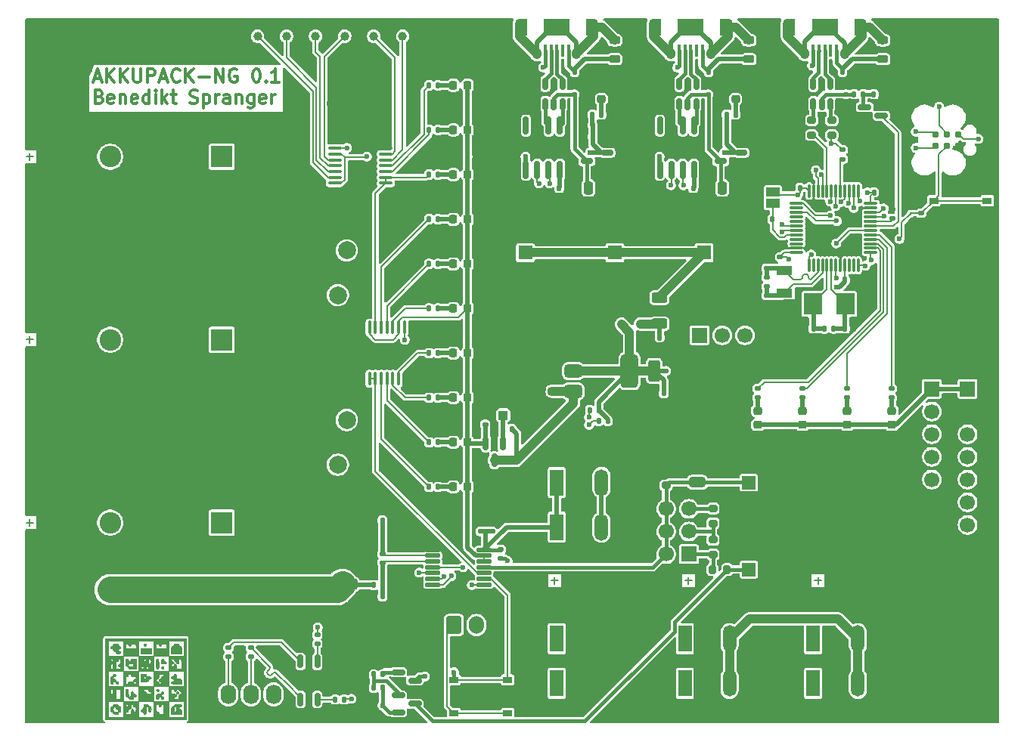
<source format=gbr>
%TF.GenerationSoftware,KiCad,Pcbnew,9.0.1+1*%
%TF.CreationDate,2025-05-28T08:24:08+00:00*%
%TF.ProjectId,akkupack-ng,616b6b75-7061-4636-9b2d-6e672e6b6963,rev?*%
%TF.SameCoordinates,Original*%
%TF.FileFunction,Copper,L1,Top*%
%TF.FilePolarity,Positive*%
%FSLAX46Y46*%
G04 Gerber Fmt 4.6, Leading zero omitted, Abs format (unit mm)*
G04 Created by KiCad (PCBNEW 9.0.1+1) date 2025-05-28 08:24:08*
%MOMM*%
%LPD*%
G01*
G04 APERTURE LIST*
G04 Aperture macros list*
%AMRoundRect*
0 Rectangle with rounded corners*
0 $1 Rounding radius*
0 $2 $3 $4 $5 $6 $7 $8 $9 X,Y pos of 4 corners*
0 Add a 4 corners polygon primitive as box body*
4,1,4,$2,$3,$4,$5,$6,$7,$8,$9,$2,$3,0*
0 Add four circle primitives for the rounded corners*
1,1,$1+$1,$2,$3*
1,1,$1+$1,$4,$5*
1,1,$1+$1,$6,$7*
1,1,$1+$1,$8,$9*
0 Add four rect primitives between the rounded corners*
20,1,$1+$1,$2,$3,$4,$5,0*
20,1,$1+$1,$4,$5,$6,$7,0*
20,1,$1+$1,$6,$7,$8,$9,0*
20,1,$1+$1,$8,$9,$2,$3,0*%
G04 Aperture macros list end*
%ADD10C,0.300000*%
%TA.AperFunction,NonConductor*%
%ADD11C,0.300000*%
%TD*%
%ADD12C,0.200000*%
%TA.AperFunction,NonConductor*%
%ADD13C,0.200000*%
%TD*%
%TA.AperFunction,EtchedComponent*%
%ADD14C,0.010000*%
%TD*%
%TA.AperFunction,SMDPad,CuDef*%
%ADD15RoundRect,0.020500X0.764500X0.184500X-0.764500X0.184500X-0.764500X-0.184500X0.764500X-0.184500X0*%
%TD*%
%TA.AperFunction,SMDPad,CuDef*%
%ADD16RoundRect,0.135000X-0.135000X-0.185000X0.135000X-0.185000X0.135000X0.185000X-0.135000X0.185000X0*%
%TD*%
%TA.AperFunction,SMDPad,CuDef*%
%ADD17RoundRect,0.140000X0.170000X-0.140000X0.170000X0.140000X-0.170000X0.140000X-0.170000X-0.140000X0*%
%TD*%
%TA.AperFunction,ConnectorPad*%
%ADD18C,0.787400*%
%TD*%
%TA.AperFunction,SMDPad,CuDef*%
%ADD19RoundRect,0.135000X0.135000X0.185000X-0.135000X0.185000X-0.135000X-0.185000X0.135000X-0.185000X0*%
%TD*%
%TA.AperFunction,SMDPad,CuDef*%
%ADD20RoundRect,0.135000X-0.185000X0.135000X-0.185000X-0.135000X0.185000X-0.135000X0.185000X0.135000X0*%
%TD*%
%TA.AperFunction,SMDPad,CuDef*%
%ADD21RoundRect,0.135000X0.185000X-0.135000X0.185000X0.135000X-0.185000X0.135000X-0.185000X-0.135000X0*%
%TD*%
%TA.AperFunction,SMDPad,CuDef*%
%ADD22RoundRect,0.250000X-0.250000X-0.475000X0.250000X-0.475000X0.250000X0.475000X-0.250000X0.475000X0*%
%TD*%
%TA.AperFunction,SMDPad,CuDef*%
%ADD23C,1.000000*%
%TD*%
%TA.AperFunction,SMDPad,CuDef*%
%ADD24RoundRect,0.218750X-0.218750X-0.256250X0.218750X-0.256250X0.218750X0.256250X-0.218750X0.256250X0*%
%TD*%
%TA.AperFunction,SMDPad,CuDef*%
%ADD25RoundRect,0.150000X-0.587500X-0.150000X0.587500X-0.150000X0.587500X0.150000X-0.587500X0.150000X0*%
%TD*%
%TA.AperFunction,SMDPad,CuDef*%
%ADD26R,1.000000X0.750000*%
%TD*%
%TA.AperFunction,SMDPad,CuDef*%
%ADD27RoundRect,0.140000X-0.170000X0.140000X-0.170000X-0.140000X0.170000X-0.140000X0.170000X0.140000X0*%
%TD*%
%TA.AperFunction,SMDPad,CuDef*%
%ADD28RoundRect,0.150000X0.512500X0.150000X-0.512500X0.150000X-0.512500X-0.150000X0.512500X-0.150000X0*%
%TD*%
%TA.AperFunction,SMDPad,CuDef*%
%ADD29RoundRect,0.140000X0.140000X0.170000X-0.140000X0.170000X-0.140000X-0.170000X0.140000X-0.170000X0*%
%TD*%
%TA.AperFunction,SMDPad,CuDef*%
%ADD30R,1.500000X1.500000*%
%TD*%
%TA.AperFunction,SMDPad,CuDef*%
%ADD31RoundRect,0.150000X-0.150000X0.587500X-0.150000X-0.587500X0.150000X-0.587500X0.150000X0.587500X0*%
%TD*%
%TA.AperFunction,SMDPad,CuDef*%
%ADD32RoundRect,0.250000X-0.420000X-0.945000X0.420000X-0.945000X0.420000X0.945000X-0.420000X0.945000X0*%
%TD*%
%TA.AperFunction,ComponentPad*%
%ADD33R,2.413000X2.413000*%
%TD*%
%TA.AperFunction,ComponentPad*%
%ADD34C,2.413000*%
%TD*%
%TA.AperFunction,ComponentPad*%
%ADD35R,1.700000X1.700000*%
%TD*%
%TA.AperFunction,ComponentPad*%
%ADD36C,1.700000*%
%TD*%
%TA.AperFunction,SMDPad,CuDef*%
%ADD37RoundRect,0.250000X0.625000X-0.312500X0.625000X0.312500X-0.625000X0.312500X-0.625000X-0.312500X0*%
%TD*%
%TA.AperFunction,SMDPad,CuDef*%
%ADD38RoundRect,0.150000X0.587500X0.150000X-0.587500X0.150000X-0.587500X-0.150000X0.587500X-0.150000X0*%
%TD*%
%TA.AperFunction,SMDPad,CuDef*%
%ADD39RoundRect,0.150000X-0.150000X0.825000X-0.150000X-0.825000X0.150000X-0.825000X0.150000X0.825000X0*%
%TD*%
%TA.AperFunction,SMDPad,CuDef*%
%ADD40RoundRect,0.250000X1.425000X-0.362500X1.425000X0.362500X-1.425000X0.362500X-1.425000X-0.362500X0*%
%TD*%
%TA.AperFunction,ComponentPad*%
%ADD41C,6.400000*%
%TD*%
%TA.AperFunction,SMDPad,CuDef*%
%ADD42RoundRect,0.140000X-0.140000X-0.170000X0.140000X-0.170000X0.140000X0.170000X-0.140000X0.170000X0*%
%TD*%
%TA.AperFunction,SMDPad,CuDef*%
%ADD43RoundRect,0.100000X0.100000X-0.637500X0.100000X0.637500X-0.100000X0.637500X-0.100000X-0.637500X0*%
%TD*%
%TA.AperFunction,SMDPad,CuDef*%
%ADD44RoundRect,0.200000X0.275000X-0.200000X0.275000X0.200000X-0.275000X0.200000X-0.275000X-0.200000X0*%
%TD*%
%TA.AperFunction,ComponentPad*%
%ADD45R,1.500000X3.000000*%
%TD*%
%TA.AperFunction,ComponentPad*%
%ADD46O,1.500000X3.000000*%
%TD*%
%TA.AperFunction,SMDPad,CuDef*%
%ADD47RoundRect,0.150000X-0.150000X0.512500X-0.150000X-0.512500X0.150000X-0.512500X0.150000X0.512500X0*%
%TD*%
%TA.AperFunction,SMDPad,CuDef*%
%ADD48R,0.400000X1.350000*%
%TD*%
%TA.AperFunction,HeatsinkPad*%
%ADD49O,1.000000X1.900000*%
%TD*%
%TA.AperFunction,SMDPad,CuDef*%
%ADD50R,0.875000X1.900000*%
%TD*%
%TA.AperFunction,HeatsinkPad*%
%ADD51O,1.050000X1.250000*%
%TD*%
%TA.AperFunction,SMDPad,CuDef*%
%ADD52R,2.900000X1.900000*%
%TD*%
%TA.AperFunction,ComponentPad*%
%ADD53C,2.000000*%
%TD*%
%TA.AperFunction,SMDPad,CuDef*%
%ADD54RoundRect,0.112500X0.187500X0.112500X-0.187500X0.112500X-0.187500X-0.112500X0.187500X-0.112500X0*%
%TD*%
%TA.AperFunction,SMDPad,CuDef*%
%ADD55R,2.000000X2.400000*%
%TD*%
%TA.AperFunction,ComponentPad*%
%ADD56RoundRect,0.250000X-0.620000X-0.845000X0.620000X-0.845000X0.620000X0.845000X-0.620000X0.845000X0*%
%TD*%
%TA.AperFunction,ComponentPad*%
%ADD57O,1.740000X2.190000*%
%TD*%
%TA.AperFunction,ComponentPad*%
%ADD58R,1.600000X1.600000*%
%TD*%
%TA.AperFunction,ComponentPad*%
%ADD59C,1.600000*%
%TD*%
%TA.AperFunction,SMDPad,CuDef*%
%ADD60RoundRect,0.218750X-0.381250X0.218750X-0.381250X-0.218750X0.381250X-0.218750X0.381250X0.218750X0*%
%TD*%
%TA.AperFunction,SMDPad,CuDef*%
%ADD61RoundRect,0.375000X-0.625000X-0.375000X0.625000X-0.375000X0.625000X0.375000X-0.625000X0.375000X0*%
%TD*%
%TA.AperFunction,SMDPad,CuDef*%
%ADD62RoundRect,0.500000X-0.500000X-1.400000X0.500000X-1.400000X0.500000X1.400000X-0.500000X1.400000X0*%
%TD*%
%TA.AperFunction,SMDPad,CuDef*%
%ADD63R,1.800000X1.000000*%
%TD*%
%TA.AperFunction,SMDPad,CuDef*%
%ADD64RoundRect,0.100000X0.637500X0.100000X-0.637500X0.100000X-0.637500X-0.100000X0.637500X-0.100000X0*%
%TD*%
%TA.AperFunction,SMDPad,CuDef*%
%ADD65RoundRect,0.225000X0.250000X-0.225000X0.250000X0.225000X-0.250000X0.225000X-0.250000X-0.225000X0*%
%TD*%
%TA.AperFunction,ComponentPad*%
%ADD66RoundRect,0.250000X-0.600000X-0.750000X0.600000X-0.750000X0.600000X0.750000X-0.600000X0.750000X0*%
%TD*%
%TA.AperFunction,ComponentPad*%
%ADD67O,1.700000X2.000000*%
%TD*%
%TA.AperFunction,SMDPad,CuDef*%
%ADD68RoundRect,0.075000X0.075000X-0.662500X0.075000X0.662500X-0.075000X0.662500X-0.075000X-0.662500X0*%
%TD*%
%TA.AperFunction,SMDPad,CuDef*%
%ADD69RoundRect,0.075000X0.662500X-0.075000X0.662500X0.075000X-0.662500X0.075000X-0.662500X-0.075000X0*%
%TD*%
%TA.AperFunction,SMDPad,CuDef*%
%ADD70RoundRect,0.250000X0.650000X-0.325000X0.650000X0.325000X-0.650000X0.325000X-0.650000X-0.325000X0*%
%TD*%
%TA.AperFunction,SMDPad,CuDef*%
%ADD71RoundRect,0.250000X0.300000X-0.300000X0.300000X0.300000X-0.300000X0.300000X-0.300000X-0.300000X0*%
%TD*%
%TA.AperFunction,SMDPad,CuDef*%
%ADD72RoundRect,0.218750X-0.256250X0.218750X-0.256250X-0.218750X0.256250X-0.218750X0.256250X0.218750X0*%
%TD*%
%TA.AperFunction,SMDPad,CuDef*%
%ADD73RoundRect,0.200000X-0.275000X0.200000X-0.275000X-0.200000X0.275000X-0.200000X0.275000X0.200000X0*%
%TD*%
%TA.AperFunction,SMDPad,CuDef*%
%ADD74RoundRect,0.062500X-0.062500X0.117500X-0.062500X-0.117500X0.062500X-0.117500X0.062500X0.117500X0*%
%TD*%
%TA.AperFunction,SMDPad,CuDef*%
%ADD75RoundRect,0.200000X0.200000X0.275000X-0.200000X0.275000X-0.200000X-0.275000X0.200000X-0.275000X0*%
%TD*%
%TA.AperFunction,SMDPad,CuDef*%
%ADD76R,1.500000X1.000000*%
%TD*%
%TA.AperFunction,ViaPad*%
%ADD77C,0.600000*%
%TD*%
%TA.AperFunction,Conductor*%
%ADD78C,0.500000*%
%TD*%
%TA.AperFunction,Conductor*%
%ADD79C,0.400000*%
%TD*%
%TA.AperFunction,Conductor*%
%ADD80C,0.200000*%
%TD*%
%TA.AperFunction,Conductor*%
%ADD81C,1.000000*%
%TD*%
%TA.AperFunction,Conductor*%
%ADD82C,3.000000*%
%TD*%
G04 APERTURE END LIST*
D10*
D11*
X58233082Y-52207341D02*
X58947368Y-52207341D01*
X58090225Y-52635912D02*
X58590225Y-51135912D01*
X58590225Y-51135912D02*
X59090225Y-52635912D01*
X59590224Y-52635912D02*
X59590224Y-51135912D01*
X60447367Y-52635912D02*
X59804510Y-51778769D01*
X60447367Y-51135912D02*
X59590224Y-51993055D01*
X61090224Y-52635912D02*
X61090224Y-51135912D01*
X61947367Y-52635912D02*
X61304510Y-51778769D01*
X61947367Y-51135912D02*
X61090224Y-51993055D01*
X62590224Y-51135912D02*
X62590224Y-52350198D01*
X62590224Y-52350198D02*
X62661653Y-52493055D01*
X62661653Y-52493055D02*
X62733082Y-52564484D01*
X62733082Y-52564484D02*
X62875939Y-52635912D01*
X62875939Y-52635912D02*
X63161653Y-52635912D01*
X63161653Y-52635912D02*
X63304510Y-52564484D01*
X63304510Y-52564484D02*
X63375939Y-52493055D01*
X63375939Y-52493055D02*
X63447367Y-52350198D01*
X63447367Y-52350198D02*
X63447367Y-51135912D01*
X64161653Y-52635912D02*
X64161653Y-51135912D01*
X64161653Y-51135912D02*
X64733082Y-51135912D01*
X64733082Y-51135912D02*
X64875939Y-51207341D01*
X64875939Y-51207341D02*
X64947368Y-51278769D01*
X64947368Y-51278769D02*
X65018796Y-51421626D01*
X65018796Y-51421626D02*
X65018796Y-51635912D01*
X65018796Y-51635912D02*
X64947368Y-51778769D01*
X64947368Y-51778769D02*
X64875939Y-51850198D01*
X64875939Y-51850198D02*
X64733082Y-51921626D01*
X64733082Y-51921626D02*
X64161653Y-51921626D01*
X65590225Y-52207341D02*
X66304511Y-52207341D01*
X65447368Y-52635912D02*
X65947368Y-51135912D01*
X65947368Y-51135912D02*
X66447368Y-52635912D01*
X67804510Y-52493055D02*
X67733082Y-52564484D01*
X67733082Y-52564484D02*
X67518796Y-52635912D01*
X67518796Y-52635912D02*
X67375939Y-52635912D01*
X67375939Y-52635912D02*
X67161653Y-52564484D01*
X67161653Y-52564484D02*
X67018796Y-52421626D01*
X67018796Y-52421626D02*
X66947367Y-52278769D01*
X66947367Y-52278769D02*
X66875939Y-51993055D01*
X66875939Y-51993055D02*
X66875939Y-51778769D01*
X66875939Y-51778769D02*
X66947367Y-51493055D01*
X66947367Y-51493055D02*
X67018796Y-51350198D01*
X67018796Y-51350198D02*
X67161653Y-51207341D01*
X67161653Y-51207341D02*
X67375939Y-51135912D01*
X67375939Y-51135912D02*
X67518796Y-51135912D01*
X67518796Y-51135912D02*
X67733082Y-51207341D01*
X67733082Y-51207341D02*
X67804510Y-51278769D01*
X68447367Y-52635912D02*
X68447367Y-51135912D01*
X69304510Y-52635912D02*
X68661653Y-51778769D01*
X69304510Y-51135912D02*
X68447367Y-51993055D01*
X69947367Y-52064484D02*
X71090225Y-52064484D01*
X71804510Y-52635912D02*
X71804510Y-51135912D01*
X71804510Y-51135912D02*
X72661653Y-52635912D01*
X72661653Y-52635912D02*
X72661653Y-51135912D01*
X74161654Y-51207341D02*
X74018797Y-51135912D01*
X74018797Y-51135912D02*
X73804511Y-51135912D01*
X73804511Y-51135912D02*
X73590225Y-51207341D01*
X73590225Y-51207341D02*
X73447368Y-51350198D01*
X73447368Y-51350198D02*
X73375939Y-51493055D01*
X73375939Y-51493055D02*
X73304511Y-51778769D01*
X73304511Y-51778769D02*
X73304511Y-51993055D01*
X73304511Y-51993055D02*
X73375939Y-52278769D01*
X73375939Y-52278769D02*
X73447368Y-52421626D01*
X73447368Y-52421626D02*
X73590225Y-52564484D01*
X73590225Y-52564484D02*
X73804511Y-52635912D01*
X73804511Y-52635912D02*
X73947368Y-52635912D01*
X73947368Y-52635912D02*
X74161654Y-52564484D01*
X74161654Y-52564484D02*
X74233082Y-52493055D01*
X74233082Y-52493055D02*
X74233082Y-51993055D01*
X74233082Y-51993055D02*
X73947368Y-51993055D01*
X76304511Y-51135912D02*
X76447368Y-51135912D01*
X76447368Y-51135912D02*
X76590225Y-51207341D01*
X76590225Y-51207341D02*
X76661654Y-51278769D01*
X76661654Y-51278769D02*
X76733082Y-51421626D01*
X76733082Y-51421626D02*
X76804511Y-51707341D01*
X76804511Y-51707341D02*
X76804511Y-52064484D01*
X76804511Y-52064484D02*
X76733082Y-52350198D01*
X76733082Y-52350198D02*
X76661654Y-52493055D01*
X76661654Y-52493055D02*
X76590225Y-52564484D01*
X76590225Y-52564484D02*
X76447368Y-52635912D01*
X76447368Y-52635912D02*
X76304511Y-52635912D01*
X76304511Y-52635912D02*
X76161654Y-52564484D01*
X76161654Y-52564484D02*
X76090225Y-52493055D01*
X76090225Y-52493055D02*
X76018796Y-52350198D01*
X76018796Y-52350198D02*
X75947368Y-52064484D01*
X75947368Y-52064484D02*
X75947368Y-51707341D01*
X75947368Y-51707341D02*
X76018796Y-51421626D01*
X76018796Y-51421626D02*
X76090225Y-51278769D01*
X76090225Y-51278769D02*
X76161654Y-51207341D01*
X76161654Y-51207341D02*
X76304511Y-51135912D01*
X77447367Y-52493055D02*
X77518796Y-52564484D01*
X77518796Y-52564484D02*
X77447367Y-52635912D01*
X77447367Y-52635912D02*
X77375939Y-52564484D01*
X77375939Y-52564484D02*
X77447367Y-52493055D01*
X77447367Y-52493055D02*
X77447367Y-52635912D01*
X78947368Y-52635912D02*
X78090225Y-52635912D01*
X78518796Y-52635912D02*
X78518796Y-51135912D01*
X78518796Y-51135912D02*
X78375939Y-51350198D01*
X78375939Y-51350198D02*
X78233082Y-51493055D01*
X78233082Y-51493055D02*
X78090225Y-51564484D01*
X58804510Y-54265114D02*
X59018796Y-54336542D01*
X59018796Y-54336542D02*
X59090225Y-54407971D01*
X59090225Y-54407971D02*
X59161653Y-54550828D01*
X59161653Y-54550828D02*
X59161653Y-54765114D01*
X59161653Y-54765114D02*
X59090225Y-54907971D01*
X59090225Y-54907971D02*
X59018796Y-54979400D01*
X59018796Y-54979400D02*
X58875939Y-55050828D01*
X58875939Y-55050828D02*
X58304510Y-55050828D01*
X58304510Y-55050828D02*
X58304510Y-53550828D01*
X58304510Y-53550828D02*
X58804510Y-53550828D01*
X58804510Y-53550828D02*
X58947368Y-53622257D01*
X58947368Y-53622257D02*
X59018796Y-53693685D01*
X59018796Y-53693685D02*
X59090225Y-53836542D01*
X59090225Y-53836542D02*
X59090225Y-53979400D01*
X59090225Y-53979400D02*
X59018796Y-54122257D01*
X59018796Y-54122257D02*
X58947368Y-54193685D01*
X58947368Y-54193685D02*
X58804510Y-54265114D01*
X58804510Y-54265114D02*
X58304510Y-54265114D01*
X60375939Y-54979400D02*
X60233082Y-55050828D01*
X60233082Y-55050828D02*
X59947368Y-55050828D01*
X59947368Y-55050828D02*
X59804510Y-54979400D01*
X59804510Y-54979400D02*
X59733082Y-54836542D01*
X59733082Y-54836542D02*
X59733082Y-54265114D01*
X59733082Y-54265114D02*
X59804510Y-54122257D01*
X59804510Y-54122257D02*
X59947368Y-54050828D01*
X59947368Y-54050828D02*
X60233082Y-54050828D01*
X60233082Y-54050828D02*
X60375939Y-54122257D01*
X60375939Y-54122257D02*
X60447368Y-54265114D01*
X60447368Y-54265114D02*
X60447368Y-54407971D01*
X60447368Y-54407971D02*
X59733082Y-54550828D01*
X61090224Y-54050828D02*
X61090224Y-55050828D01*
X61090224Y-54193685D02*
X61161653Y-54122257D01*
X61161653Y-54122257D02*
X61304510Y-54050828D01*
X61304510Y-54050828D02*
X61518796Y-54050828D01*
X61518796Y-54050828D02*
X61661653Y-54122257D01*
X61661653Y-54122257D02*
X61733082Y-54265114D01*
X61733082Y-54265114D02*
X61733082Y-55050828D01*
X63018796Y-54979400D02*
X62875939Y-55050828D01*
X62875939Y-55050828D02*
X62590225Y-55050828D01*
X62590225Y-55050828D02*
X62447367Y-54979400D01*
X62447367Y-54979400D02*
X62375939Y-54836542D01*
X62375939Y-54836542D02*
X62375939Y-54265114D01*
X62375939Y-54265114D02*
X62447367Y-54122257D01*
X62447367Y-54122257D02*
X62590225Y-54050828D01*
X62590225Y-54050828D02*
X62875939Y-54050828D01*
X62875939Y-54050828D02*
X63018796Y-54122257D01*
X63018796Y-54122257D02*
X63090225Y-54265114D01*
X63090225Y-54265114D02*
X63090225Y-54407971D01*
X63090225Y-54407971D02*
X62375939Y-54550828D01*
X64375939Y-55050828D02*
X64375939Y-53550828D01*
X64375939Y-54979400D02*
X64233081Y-55050828D01*
X64233081Y-55050828D02*
X63947367Y-55050828D01*
X63947367Y-55050828D02*
X63804510Y-54979400D01*
X63804510Y-54979400D02*
X63733081Y-54907971D01*
X63733081Y-54907971D02*
X63661653Y-54765114D01*
X63661653Y-54765114D02*
X63661653Y-54336542D01*
X63661653Y-54336542D02*
X63733081Y-54193685D01*
X63733081Y-54193685D02*
X63804510Y-54122257D01*
X63804510Y-54122257D02*
X63947367Y-54050828D01*
X63947367Y-54050828D02*
X64233081Y-54050828D01*
X64233081Y-54050828D02*
X64375939Y-54122257D01*
X65090224Y-55050828D02*
X65090224Y-54050828D01*
X65090224Y-53550828D02*
X65018796Y-53622257D01*
X65018796Y-53622257D02*
X65090224Y-53693685D01*
X65090224Y-53693685D02*
X65161653Y-53622257D01*
X65161653Y-53622257D02*
X65090224Y-53550828D01*
X65090224Y-53550828D02*
X65090224Y-53693685D01*
X65804510Y-55050828D02*
X65804510Y-53550828D01*
X65947368Y-54479400D02*
X66375939Y-55050828D01*
X66375939Y-54050828D02*
X65804510Y-54622257D01*
X66804511Y-54050828D02*
X67375939Y-54050828D01*
X67018796Y-53550828D02*
X67018796Y-54836542D01*
X67018796Y-54836542D02*
X67090225Y-54979400D01*
X67090225Y-54979400D02*
X67233082Y-55050828D01*
X67233082Y-55050828D02*
X67375939Y-55050828D01*
X68947368Y-54979400D02*
X69161654Y-55050828D01*
X69161654Y-55050828D02*
X69518796Y-55050828D01*
X69518796Y-55050828D02*
X69661654Y-54979400D01*
X69661654Y-54979400D02*
X69733082Y-54907971D01*
X69733082Y-54907971D02*
X69804511Y-54765114D01*
X69804511Y-54765114D02*
X69804511Y-54622257D01*
X69804511Y-54622257D02*
X69733082Y-54479400D01*
X69733082Y-54479400D02*
X69661654Y-54407971D01*
X69661654Y-54407971D02*
X69518796Y-54336542D01*
X69518796Y-54336542D02*
X69233082Y-54265114D01*
X69233082Y-54265114D02*
X69090225Y-54193685D01*
X69090225Y-54193685D02*
X69018796Y-54122257D01*
X69018796Y-54122257D02*
X68947368Y-53979400D01*
X68947368Y-53979400D02*
X68947368Y-53836542D01*
X68947368Y-53836542D02*
X69018796Y-53693685D01*
X69018796Y-53693685D02*
X69090225Y-53622257D01*
X69090225Y-53622257D02*
X69233082Y-53550828D01*
X69233082Y-53550828D02*
X69590225Y-53550828D01*
X69590225Y-53550828D02*
X69804511Y-53622257D01*
X70447367Y-54050828D02*
X70447367Y-55550828D01*
X70447367Y-54122257D02*
X70590225Y-54050828D01*
X70590225Y-54050828D02*
X70875939Y-54050828D01*
X70875939Y-54050828D02*
X71018796Y-54122257D01*
X71018796Y-54122257D02*
X71090225Y-54193685D01*
X71090225Y-54193685D02*
X71161653Y-54336542D01*
X71161653Y-54336542D02*
X71161653Y-54765114D01*
X71161653Y-54765114D02*
X71090225Y-54907971D01*
X71090225Y-54907971D02*
X71018796Y-54979400D01*
X71018796Y-54979400D02*
X70875939Y-55050828D01*
X70875939Y-55050828D02*
X70590225Y-55050828D01*
X70590225Y-55050828D02*
X70447367Y-54979400D01*
X71804510Y-55050828D02*
X71804510Y-54050828D01*
X71804510Y-54336542D02*
X71875939Y-54193685D01*
X71875939Y-54193685D02*
X71947368Y-54122257D01*
X71947368Y-54122257D02*
X72090225Y-54050828D01*
X72090225Y-54050828D02*
X72233082Y-54050828D01*
X73375939Y-55050828D02*
X73375939Y-54265114D01*
X73375939Y-54265114D02*
X73304510Y-54122257D01*
X73304510Y-54122257D02*
X73161653Y-54050828D01*
X73161653Y-54050828D02*
X72875939Y-54050828D01*
X72875939Y-54050828D02*
X72733081Y-54122257D01*
X73375939Y-54979400D02*
X73233081Y-55050828D01*
X73233081Y-55050828D02*
X72875939Y-55050828D01*
X72875939Y-55050828D02*
X72733081Y-54979400D01*
X72733081Y-54979400D02*
X72661653Y-54836542D01*
X72661653Y-54836542D02*
X72661653Y-54693685D01*
X72661653Y-54693685D02*
X72733081Y-54550828D01*
X72733081Y-54550828D02*
X72875939Y-54479400D01*
X72875939Y-54479400D02*
X73233081Y-54479400D01*
X73233081Y-54479400D02*
X73375939Y-54407971D01*
X74090224Y-54050828D02*
X74090224Y-55050828D01*
X74090224Y-54193685D02*
X74161653Y-54122257D01*
X74161653Y-54122257D02*
X74304510Y-54050828D01*
X74304510Y-54050828D02*
X74518796Y-54050828D01*
X74518796Y-54050828D02*
X74661653Y-54122257D01*
X74661653Y-54122257D02*
X74733082Y-54265114D01*
X74733082Y-54265114D02*
X74733082Y-55050828D01*
X76090225Y-54050828D02*
X76090225Y-55265114D01*
X76090225Y-55265114D02*
X76018796Y-55407971D01*
X76018796Y-55407971D02*
X75947367Y-55479400D01*
X75947367Y-55479400D02*
X75804510Y-55550828D01*
X75804510Y-55550828D02*
X75590225Y-55550828D01*
X75590225Y-55550828D02*
X75447367Y-55479400D01*
X76090225Y-54979400D02*
X75947367Y-55050828D01*
X75947367Y-55050828D02*
X75661653Y-55050828D01*
X75661653Y-55050828D02*
X75518796Y-54979400D01*
X75518796Y-54979400D02*
X75447367Y-54907971D01*
X75447367Y-54907971D02*
X75375939Y-54765114D01*
X75375939Y-54765114D02*
X75375939Y-54336542D01*
X75375939Y-54336542D02*
X75447367Y-54193685D01*
X75447367Y-54193685D02*
X75518796Y-54122257D01*
X75518796Y-54122257D02*
X75661653Y-54050828D01*
X75661653Y-54050828D02*
X75947367Y-54050828D01*
X75947367Y-54050828D02*
X76090225Y-54122257D01*
X77375939Y-54979400D02*
X77233082Y-55050828D01*
X77233082Y-55050828D02*
X76947368Y-55050828D01*
X76947368Y-55050828D02*
X76804510Y-54979400D01*
X76804510Y-54979400D02*
X76733082Y-54836542D01*
X76733082Y-54836542D02*
X76733082Y-54265114D01*
X76733082Y-54265114D02*
X76804510Y-54122257D01*
X76804510Y-54122257D02*
X76947368Y-54050828D01*
X76947368Y-54050828D02*
X77233082Y-54050828D01*
X77233082Y-54050828D02*
X77375939Y-54122257D01*
X77375939Y-54122257D02*
X77447368Y-54265114D01*
X77447368Y-54265114D02*
X77447368Y-54407971D01*
X77447368Y-54407971D02*
X76733082Y-54550828D01*
X78090224Y-55050828D02*
X78090224Y-54050828D01*
X78090224Y-54336542D02*
X78161653Y-54193685D01*
X78161653Y-54193685D02*
X78233082Y-54122257D01*
X78233082Y-54122257D02*
X78375939Y-54050828D01*
X78375939Y-54050828D02*
X78518796Y-54050828D01*
D12*
D13*
X50619673Y-81486266D02*
X51381578Y-81486266D01*
X51000625Y-81867219D02*
X51000625Y-81105314D01*
D12*
D13*
X109369673Y-108486266D02*
X110131578Y-108486266D01*
X109750625Y-108867219D02*
X109750625Y-108105314D01*
D12*
D13*
X124369673Y-108486266D02*
X125131578Y-108486266D01*
X124750625Y-108867219D02*
X124750625Y-108105314D01*
D12*
D13*
X50619673Y-60986266D02*
X51381578Y-60986266D01*
X51000625Y-61367219D02*
X51000625Y-60605314D01*
D12*
D13*
X50619673Y-101986266D02*
X51381578Y-101986266D01*
X51000625Y-102367219D02*
X51000625Y-101605314D01*
D12*
D13*
X138869673Y-108486266D02*
X139631578Y-108486266D01*
X139250625Y-108867219D02*
X139250625Y-108105314D01*
D14*
%TO.C,G\u002A\u002A\u002A*%
X64566017Y-116669917D02*
X63433983Y-116669917D01*
X63433983Y-116103900D01*
X64566017Y-116103900D01*
X64566017Y-116669917D01*
%TA.AperFunction,EtchedComponent*%
G36*
X64566017Y-116669917D02*
G01*
X63433983Y-116669917D01*
X63433983Y-116103900D01*
X64566017Y-116103900D01*
X64566017Y-116669917D01*
G37*
%TD.AperFunction*%
X63976745Y-115587912D02*
X64000000Y-115679387D01*
X63949971Y-115797636D01*
X63858496Y-115820892D01*
X63740248Y-115770862D01*
X63716992Y-115679387D01*
X63767021Y-115561139D01*
X63858496Y-115537883D01*
X63976745Y-115587912D01*
%TA.AperFunction,EtchedComponent*%
G36*
X63976745Y-115587912D02*
G01*
X64000000Y-115679387D01*
X63949971Y-115797636D01*
X63858496Y-115820892D01*
X63740248Y-115770862D01*
X63716992Y-115679387D01*
X63767021Y-115561139D01*
X63858496Y-115537883D01*
X63976745Y-115587912D01*
G37*
%TD.AperFunction*%
X65391786Y-120682063D02*
X65415042Y-120773538D01*
X65365013Y-120891786D01*
X65273538Y-120915042D01*
X65155289Y-120865013D01*
X65132034Y-120773538D01*
X65182063Y-120655289D01*
X65273538Y-120632034D01*
X65391786Y-120682063D01*
%TA.AperFunction,EtchedComponent*%
G36*
X65391786Y-120682063D02*
G01*
X65415042Y-120773538D01*
X65365013Y-120891786D01*
X65273538Y-120915042D01*
X65155289Y-120865013D01*
X65132034Y-120773538D01*
X65182063Y-120655289D01*
X65273538Y-120632034D01*
X65391786Y-120682063D01*
G37*
%TD.AperFunction*%
X65957803Y-118134988D02*
X65981059Y-118226463D01*
X65931029Y-118344711D01*
X65839555Y-118367967D01*
X65721306Y-118317937D01*
X65698050Y-118226463D01*
X65748080Y-118108214D01*
X65839555Y-118084958D01*
X65957803Y-118134988D01*
%TA.AperFunction,EtchedComponent*%
G36*
X65957803Y-118134988D02*
G01*
X65981059Y-118226463D01*
X65931029Y-118344711D01*
X65839555Y-118367967D01*
X65721306Y-118317937D01*
X65698050Y-118226463D01*
X65748080Y-118108214D01*
X65839555Y-118084958D01*
X65957803Y-118134988D01*
G37*
%TD.AperFunction*%
X67655853Y-120965071D02*
X67679109Y-121056546D01*
X67629080Y-121174795D01*
X67537605Y-121198050D01*
X67419356Y-121148021D01*
X67396100Y-121056546D01*
X67446130Y-120938298D01*
X67537605Y-120915042D01*
X67655853Y-120965071D01*
%TA.AperFunction,EtchedComponent*%
G36*
X67655853Y-120965071D02*
G01*
X67679109Y-121056546D01*
X67629080Y-121174795D01*
X67537605Y-121198050D01*
X67419356Y-121148021D01*
X67396100Y-121056546D01*
X67446130Y-120938298D01*
X67537605Y-120915042D01*
X67655853Y-120965071D01*
G37*
%TD.AperFunction*%
X65957803Y-117285963D02*
X65981059Y-117377438D01*
X66031088Y-117495686D01*
X66122563Y-117518942D01*
X66240811Y-117568971D01*
X66264067Y-117660446D01*
X66240334Y-117753023D01*
X66144410Y-117793939D01*
X65981059Y-117801950D01*
X65799910Y-117795142D01*
X65719417Y-117747485D01*
X65698731Y-117618131D01*
X65698050Y-117518942D01*
X65709917Y-117333787D01*
X65757879Y-117251956D01*
X65839555Y-117235933D01*
X65957803Y-117285963D01*
%TA.AperFunction,EtchedComponent*%
G36*
X65957803Y-117285963D02*
G01*
X65981059Y-117377438D01*
X66031088Y-117495686D01*
X66122563Y-117518942D01*
X66240811Y-117568971D01*
X66264067Y-117660446D01*
X66240334Y-117753023D01*
X66144410Y-117793939D01*
X65981059Y-117801950D01*
X65799910Y-117795142D01*
X65719417Y-117747485D01*
X65698731Y-117618131D01*
X65698050Y-117518942D01*
X65709917Y-117333787D01*
X65757879Y-117251956D01*
X65839555Y-117235933D01*
X65957803Y-117285963D01*
G37*
%TD.AperFunction*%
X65344041Y-117247750D02*
X65386296Y-117302177D01*
X65407417Y-117427678D01*
X65414521Y-117652715D01*
X65415042Y-117801950D01*
X65412088Y-118083964D01*
X65398481Y-118252982D01*
X65367106Y-118337467D01*
X65310846Y-118365884D01*
X65273538Y-118367967D01*
X65203034Y-118356150D01*
X65160780Y-118301723D01*
X65139659Y-118176223D01*
X65132554Y-117951185D01*
X65132034Y-117801950D01*
X65134988Y-117519936D01*
X65148595Y-117350918D01*
X65179970Y-117266433D01*
X65236229Y-117238016D01*
X65273538Y-117235933D01*
X65344041Y-117247750D01*
%TA.AperFunction,EtchedComponent*%
G36*
X65344041Y-117247750D02*
G01*
X65386296Y-117302177D01*
X65407417Y-117427678D01*
X65414521Y-117652715D01*
X65415042Y-117801950D01*
X65412088Y-118083964D01*
X65398481Y-118252982D01*
X65367106Y-118337467D01*
X65310846Y-118365884D01*
X65273538Y-118367967D01*
X65203034Y-118356150D01*
X65160780Y-118301723D01*
X65139659Y-118176223D01*
X65132554Y-117951185D01*
X65132034Y-117801950D01*
X65134988Y-117519936D01*
X65148595Y-117350918D01*
X65179970Y-117266433D01*
X65236229Y-117238016D01*
X65273538Y-117235933D01*
X65344041Y-117247750D01*
G37*
%TD.AperFunction*%
X67581255Y-115549750D02*
X67663086Y-115597712D01*
X67679109Y-115679387D01*
X67729138Y-115797636D01*
X67820613Y-115820892D01*
X67899646Y-115836381D01*
X67942351Y-115904423D01*
X67959516Y-116057380D01*
X67962117Y-116245404D01*
X67962117Y-116669917D01*
X66830084Y-116669917D01*
X66830084Y-116245404D01*
X66835247Y-116008305D01*
X66857928Y-115880189D01*
X66908913Y-115828696D01*
X66971588Y-115820892D01*
X67089836Y-115770862D01*
X67113092Y-115679387D01*
X67136825Y-115586810D01*
X67232749Y-115545895D01*
X67396100Y-115537883D01*
X67581255Y-115549750D01*
%TA.AperFunction,EtchedComponent*%
G36*
X67581255Y-115549750D02*
G01*
X67663086Y-115597712D01*
X67679109Y-115679387D01*
X67729138Y-115797636D01*
X67820613Y-115820892D01*
X67899646Y-115836381D01*
X67942351Y-115904423D01*
X67959516Y-116057380D01*
X67962117Y-116245404D01*
X67962117Y-116669917D01*
X66830084Y-116669917D01*
X66830084Y-116245404D01*
X66835247Y-116008305D01*
X66857928Y-115880189D01*
X66908913Y-115828696D01*
X66971588Y-115820892D01*
X67089836Y-115770862D01*
X67113092Y-115679387D01*
X67136825Y-115586810D01*
X67232749Y-115545895D01*
X67396100Y-115537883D01*
X67581255Y-115549750D01*
G37*
%TD.AperFunction*%
X63902146Y-118945850D02*
X63983977Y-118993812D01*
X64000000Y-119075488D01*
X64023733Y-119168065D01*
X64119657Y-119208980D01*
X64283009Y-119216992D01*
X64468163Y-119228858D01*
X64549994Y-119276820D01*
X64566017Y-119358496D01*
X64515988Y-119476745D01*
X64424513Y-119500000D01*
X64306264Y-119550029D01*
X64283009Y-119641504D01*
X64267519Y-119720537D01*
X64199477Y-119763243D01*
X64046520Y-119780407D01*
X63858496Y-119783009D01*
X63433983Y-119783009D01*
X63433983Y-119358496D01*
X63716992Y-119358496D01*
X63767021Y-119476745D01*
X63858496Y-119500000D01*
X63976745Y-119449971D01*
X64000000Y-119358496D01*
X63949971Y-119240248D01*
X63858496Y-119216992D01*
X63740248Y-119267021D01*
X63716992Y-119358496D01*
X63433983Y-119358496D01*
X63433983Y-118933983D01*
X63716992Y-118933983D01*
X63902146Y-118945850D01*
%TA.AperFunction,EtchedComponent*%
G36*
X63902146Y-118945850D02*
G01*
X63983977Y-118993812D01*
X64000000Y-119075488D01*
X64023733Y-119168065D01*
X64119657Y-119208980D01*
X64283009Y-119216992D01*
X64468163Y-119228858D01*
X64549994Y-119276820D01*
X64566017Y-119358496D01*
X64515988Y-119476745D01*
X64424513Y-119500000D01*
X64306264Y-119550029D01*
X64283009Y-119641504D01*
X64267519Y-119720537D01*
X64199477Y-119763243D01*
X64046520Y-119780407D01*
X63858496Y-119783009D01*
X63433983Y-119783009D01*
X63433983Y-119358496D01*
X63716992Y-119358496D01*
X63767021Y-119476745D01*
X63858496Y-119500000D01*
X63976745Y-119449971D01*
X64000000Y-119358496D01*
X63949971Y-119240248D01*
X63858496Y-119216992D01*
X63740248Y-119267021D01*
X63716992Y-119358496D01*
X63433983Y-119358496D01*
X63433983Y-118933983D01*
X63716992Y-118933983D01*
X63902146Y-118945850D01*
G37*
%TD.AperFunction*%
X65957803Y-120965071D02*
X65981059Y-121056546D01*
X65931029Y-121174795D01*
X65839555Y-121198050D01*
X65721306Y-121248080D01*
X65698050Y-121339555D01*
X65748080Y-121457803D01*
X65839555Y-121481059D01*
X65957803Y-121531088D01*
X65981059Y-121622563D01*
X65931029Y-121740811D01*
X65839555Y-121764067D01*
X65721306Y-121714038D01*
X65698050Y-121622563D01*
X65648021Y-121504314D01*
X65556546Y-121481059D01*
X65438298Y-121531088D01*
X65415042Y-121622563D01*
X65365013Y-121740811D01*
X65273538Y-121764067D01*
X65180961Y-121740334D01*
X65140045Y-121644410D01*
X65132034Y-121481059D01*
X65138842Y-121299910D01*
X65186499Y-121219417D01*
X65315853Y-121198731D01*
X65415042Y-121198050D01*
X65600196Y-121186184D01*
X65682027Y-121138222D01*
X65698050Y-121056546D01*
X65748080Y-120938298D01*
X65839555Y-120915042D01*
X65957803Y-120965071D01*
%TA.AperFunction,EtchedComponent*%
G36*
X65957803Y-120965071D02*
G01*
X65981059Y-121056546D01*
X65931029Y-121174795D01*
X65839555Y-121198050D01*
X65721306Y-121248080D01*
X65698050Y-121339555D01*
X65748080Y-121457803D01*
X65839555Y-121481059D01*
X65957803Y-121531088D01*
X65981059Y-121622563D01*
X65931029Y-121740811D01*
X65839555Y-121764067D01*
X65721306Y-121714038D01*
X65698050Y-121622563D01*
X65648021Y-121504314D01*
X65556546Y-121481059D01*
X65438298Y-121531088D01*
X65415042Y-121622563D01*
X65365013Y-121740811D01*
X65273538Y-121764067D01*
X65180961Y-121740334D01*
X65140045Y-121644410D01*
X65132034Y-121481059D01*
X65138842Y-121299910D01*
X65186499Y-121219417D01*
X65315853Y-121198731D01*
X65415042Y-121198050D01*
X65600196Y-121186184D01*
X65682027Y-121138222D01*
X65698050Y-121056546D01*
X65748080Y-120938298D01*
X65839555Y-120915042D01*
X65957803Y-120965071D01*
G37*
%TD.AperFunction*%
X67347173Y-118957716D02*
X67388089Y-119053640D01*
X67396100Y-119216992D01*
X67402909Y-119398140D01*
X67450565Y-119478633D01*
X67579920Y-119499320D01*
X67679109Y-119500000D01*
X67860257Y-119506808D01*
X67940750Y-119554465D01*
X67961437Y-119683820D01*
X67962117Y-119783009D01*
X67962117Y-120066017D01*
X67396100Y-120066017D01*
X67114087Y-120063063D01*
X66945069Y-120049456D01*
X66860583Y-120018081D01*
X66832167Y-119961821D01*
X66830084Y-119924513D01*
X66880113Y-119806264D01*
X66971588Y-119783009D01*
X67089836Y-119732979D01*
X67113092Y-119641504D01*
X67063063Y-119523256D01*
X66971588Y-119500000D01*
X66853339Y-119449971D01*
X66830084Y-119358496D01*
X66880113Y-119240248D01*
X66971588Y-119216992D01*
X67089836Y-119166963D01*
X67113092Y-119075488D01*
X67163121Y-118957239D01*
X67254596Y-118933983D01*
X67347173Y-118957716D01*
%TA.AperFunction,EtchedComponent*%
G36*
X67347173Y-118957716D02*
G01*
X67388089Y-119053640D01*
X67396100Y-119216992D01*
X67402909Y-119398140D01*
X67450565Y-119478633D01*
X67579920Y-119499320D01*
X67679109Y-119500000D01*
X67860257Y-119506808D01*
X67940750Y-119554465D01*
X67961437Y-119683820D01*
X67962117Y-119783009D01*
X67962117Y-120066017D01*
X67396100Y-120066017D01*
X67114087Y-120063063D01*
X66945069Y-120049456D01*
X66860583Y-120018081D01*
X66832167Y-119961821D01*
X66830084Y-119924513D01*
X66880113Y-119806264D01*
X66971588Y-119783009D01*
X67089836Y-119732979D01*
X67113092Y-119641504D01*
X67063063Y-119523256D01*
X66971588Y-119500000D01*
X66853339Y-119449971D01*
X66830084Y-119358496D01*
X66880113Y-119240248D01*
X66971588Y-119216992D01*
X67089836Y-119166963D01*
X67113092Y-119075488D01*
X67163121Y-118957239D01*
X67254596Y-118933983D01*
X67347173Y-118957716D01*
G37*
%TD.AperFunction*%
X60580644Y-118984013D02*
X60603900Y-119075488D01*
X60553871Y-119193736D01*
X60462396Y-119216992D01*
X60344147Y-119267021D01*
X60320892Y-119358496D01*
X60370921Y-119476745D01*
X60462396Y-119500000D01*
X60580644Y-119550029D01*
X60603900Y-119641504D01*
X60653929Y-119759753D01*
X60745404Y-119783009D01*
X60863653Y-119833038D01*
X60886908Y-119924513D01*
X60836879Y-120042761D01*
X60745404Y-120066017D01*
X60627156Y-120015988D01*
X60603900Y-119924513D01*
X60553871Y-119806264D01*
X60462396Y-119783009D01*
X60344147Y-119833038D01*
X60320892Y-119924513D01*
X60270862Y-120042761D01*
X60179387Y-120066017D01*
X60100354Y-120050527D01*
X60057649Y-119982485D01*
X60040485Y-119829529D01*
X60037883Y-119641504D01*
X60043046Y-119404406D01*
X60065727Y-119276290D01*
X60116713Y-119224796D01*
X60179387Y-119216992D01*
X60297636Y-119166963D01*
X60320892Y-119075488D01*
X60370921Y-118957239D01*
X60462396Y-118933983D01*
X60580644Y-118984013D01*
%TA.AperFunction,EtchedComponent*%
G36*
X60580644Y-118984013D02*
G01*
X60603900Y-119075488D01*
X60553871Y-119193736D01*
X60462396Y-119216992D01*
X60344147Y-119267021D01*
X60320892Y-119358496D01*
X60370921Y-119476745D01*
X60462396Y-119500000D01*
X60580644Y-119550029D01*
X60603900Y-119641504D01*
X60653929Y-119759753D01*
X60745404Y-119783009D01*
X60863653Y-119833038D01*
X60886908Y-119924513D01*
X60836879Y-120042761D01*
X60745404Y-120066017D01*
X60627156Y-120015988D01*
X60603900Y-119924513D01*
X60553871Y-119806264D01*
X60462396Y-119783009D01*
X60344147Y-119833038D01*
X60320892Y-119924513D01*
X60270862Y-120042761D01*
X60179387Y-120066017D01*
X60100354Y-120050527D01*
X60057649Y-119982485D01*
X60040485Y-119829529D01*
X60037883Y-119641504D01*
X60043046Y-119404406D01*
X60065727Y-119276290D01*
X60116713Y-119224796D01*
X60179387Y-119216992D01*
X60297636Y-119166963D01*
X60320892Y-119075488D01*
X60370921Y-118957239D01*
X60462396Y-118933983D01*
X60580644Y-118984013D01*
G37*
%TD.AperFunction*%
X60789054Y-115549750D02*
X60870885Y-115597712D01*
X60886908Y-115679387D01*
X60936938Y-115797636D01*
X61028412Y-115820892D01*
X61146661Y-115870921D01*
X61169917Y-115962396D01*
X61119887Y-116080644D01*
X61028412Y-116103900D01*
X60910164Y-116153929D01*
X60886908Y-116245404D01*
X60936938Y-116363653D01*
X61028412Y-116386908D01*
X61146661Y-116436938D01*
X61169917Y-116528412D01*
X61146184Y-116620990D01*
X61050260Y-116661905D01*
X60886908Y-116669917D01*
X60701754Y-116658050D01*
X60619923Y-116610088D01*
X60603900Y-116528412D01*
X60553871Y-116410164D01*
X60462396Y-116386908D01*
X60344147Y-116336879D01*
X60320892Y-116245404D01*
X60270862Y-116127156D01*
X60179387Y-116103900D01*
X60061139Y-116053871D01*
X60037883Y-115962396D01*
X60087912Y-115844147D01*
X60179387Y-115820892D01*
X60297636Y-115770862D01*
X60320892Y-115679387D01*
X60344624Y-115586810D01*
X60440548Y-115545895D01*
X60603900Y-115537883D01*
X60789054Y-115549750D01*
%TA.AperFunction,EtchedComponent*%
G36*
X60789054Y-115549750D02*
G01*
X60870885Y-115597712D01*
X60886908Y-115679387D01*
X60936938Y-115797636D01*
X61028412Y-115820892D01*
X61146661Y-115870921D01*
X61169917Y-115962396D01*
X61119887Y-116080644D01*
X61028412Y-116103900D01*
X60910164Y-116153929D01*
X60886908Y-116245404D01*
X60936938Y-116363653D01*
X61028412Y-116386908D01*
X61146661Y-116436938D01*
X61169917Y-116528412D01*
X61146184Y-116620990D01*
X61050260Y-116661905D01*
X60886908Y-116669917D01*
X60701754Y-116658050D01*
X60619923Y-116610088D01*
X60603900Y-116528412D01*
X60553871Y-116410164D01*
X60462396Y-116386908D01*
X60344147Y-116336879D01*
X60320892Y-116245404D01*
X60270862Y-116127156D01*
X60179387Y-116103900D01*
X60061139Y-116053871D01*
X60037883Y-115962396D01*
X60087912Y-115844147D01*
X60179387Y-115820892D01*
X60297636Y-115770862D01*
X60320892Y-115679387D01*
X60344624Y-115586810D01*
X60440548Y-115545895D01*
X60603900Y-115537883D01*
X60789054Y-115549750D01*
G37*
%TD.AperFunction*%
X61956470Y-120647523D02*
X61999176Y-120715566D01*
X62016340Y-120868522D01*
X62018942Y-121056546D01*
X62024105Y-121293645D01*
X62046786Y-121421761D01*
X62097771Y-121473254D01*
X62160446Y-121481059D01*
X62253023Y-121457326D01*
X62293939Y-121361402D01*
X62301950Y-121198050D01*
X62313816Y-121012896D01*
X62361778Y-120931065D01*
X62443454Y-120915042D01*
X62561703Y-120965071D01*
X62584958Y-121056546D01*
X62634988Y-121174795D01*
X62726463Y-121198050D01*
X62844711Y-121248080D01*
X62867967Y-121339555D01*
X62817937Y-121457803D01*
X62726463Y-121481059D01*
X62608214Y-121531088D01*
X62584958Y-121622563D01*
X62561226Y-121715140D01*
X62465302Y-121756056D01*
X62301950Y-121764067D01*
X62116796Y-121752201D01*
X62034965Y-121704239D01*
X62018942Y-121622563D01*
X61968912Y-121504314D01*
X61877438Y-121481059D01*
X61798405Y-121465569D01*
X61755699Y-121397527D01*
X61738535Y-121244571D01*
X61735933Y-121056546D01*
X61741097Y-120819447D01*
X61763777Y-120691332D01*
X61814763Y-120639838D01*
X61877438Y-120632034D01*
X61956470Y-120647523D01*
%TA.AperFunction,EtchedComponent*%
G36*
X61956470Y-120647523D02*
G01*
X61999176Y-120715566D01*
X62016340Y-120868522D01*
X62018942Y-121056546D01*
X62024105Y-121293645D01*
X62046786Y-121421761D01*
X62097771Y-121473254D01*
X62160446Y-121481059D01*
X62253023Y-121457326D01*
X62293939Y-121361402D01*
X62301950Y-121198050D01*
X62313816Y-121012896D01*
X62361778Y-120931065D01*
X62443454Y-120915042D01*
X62561703Y-120965071D01*
X62584958Y-121056546D01*
X62634988Y-121174795D01*
X62726463Y-121198050D01*
X62844711Y-121248080D01*
X62867967Y-121339555D01*
X62817937Y-121457803D01*
X62726463Y-121481059D01*
X62608214Y-121531088D01*
X62584958Y-121622563D01*
X62561226Y-121715140D01*
X62465302Y-121756056D01*
X62301950Y-121764067D01*
X62116796Y-121752201D01*
X62034965Y-121704239D01*
X62018942Y-121622563D01*
X61968912Y-121504314D01*
X61877438Y-121481059D01*
X61798405Y-121465569D01*
X61755699Y-121397527D01*
X61738535Y-121244571D01*
X61735933Y-121056546D01*
X61741097Y-120819447D01*
X61763777Y-120691332D01*
X61814763Y-120639838D01*
X61877438Y-120632034D01*
X61956470Y-120647523D01*
G37*
%TD.AperFunction*%
X64185155Y-122341950D02*
X64266986Y-122389912D01*
X64283009Y-122471588D01*
X64333038Y-122589836D01*
X64424513Y-122613092D01*
X64517090Y-122636825D01*
X64558005Y-122732749D01*
X64566017Y-122896100D01*
X64554151Y-123081255D01*
X64506189Y-123163086D01*
X64424513Y-123179109D01*
X64331936Y-123155376D01*
X64291020Y-123059452D01*
X64283009Y-122896100D01*
X64271142Y-122710946D01*
X64223180Y-122629115D01*
X64141504Y-122613092D01*
X64062471Y-122628582D01*
X64019766Y-122696624D01*
X64002602Y-122849580D01*
X64000000Y-123037605D01*
X63994837Y-123274704D01*
X63972156Y-123402819D01*
X63921171Y-123454313D01*
X63858496Y-123462117D01*
X63740248Y-123412088D01*
X63716992Y-123320613D01*
X63666963Y-123202365D01*
X63575488Y-123179109D01*
X63457239Y-123129080D01*
X63433983Y-123037605D01*
X63484013Y-122919356D01*
X63575488Y-122896100D01*
X63668065Y-122872368D01*
X63708980Y-122776444D01*
X63716992Y-122613092D01*
X63723800Y-122431944D01*
X63771457Y-122351451D01*
X63900811Y-122330764D01*
X64000000Y-122330084D01*
X64185155Y-122341950D01*
%TA.AperFunction,EtchedComponent*%
G36*
X64185155Y-122341950D02*
G01*
X64266986Y-122389912D01*
X64283009Y-122471588D01*
X64333038Y-122589836D01*
X64424513Y-122613092D01*
X64517090Y-122636825D01*
X64558005Y-122732749D01*
X64566017Y-122896100D01*
X64554151Y-123081255D01*
X64506189Y-123163086D01*
X64424513Y-123179109D01*
X64331936Y-123155376D01*
X64291020Y-123059452D01*
X64283009Y-122896100D01*
X64271142Y-122710946D01*
X64223180Y-122629115D01*
X64141504Y-122613092D01*
X64062471Y-122628582D01*
X64019766Y-122696624D01*
X64002602Y-122849580D01*
X64000000Y-123037605D01*
X63994837Y-123274704D01*
X63972156Y-123402819D01*
X63921171Y-123454313D01*
X63858496Y-123462117D01*
X63740248Y-123412088D01*
X63716992Y-123320613D01*
X63666963Y-123202365D01*
X63575488Y-123179109D01*
X63457239Y-123129080D01*
X63433983Y-123037605D01*
X63484013Y-122919356D01*
X63575488Y-122896100D01*
X63668065Y-122872368D01*
X63708980Y-122776444D01*
X63716992Y-122613092D01*
X63723800Y-122431944D01*
X63771457Y-122351451D01*
X63900811Y-122330764D01*
X64000000Y-122330084D01*
X64185155Y-122341950D01*
G37*
%TD.AperFunction*%
X62867967Y-118367967D02*
X62443454Y-118367967D01*
X62206355Y-118362804D01*
X62078240Y-118340123D01*
X62026746Y-118289137D01*
X62018942Y-118226463D01*
X61968912Y-118108214D01*
X61877438Y-118084958D01*
X61798405Y-118069469D01*
X61755699Y-118001427D01*
X61749194Y-117943454D01*
X62018942Y-117943454D01*
X62042675Y-118036031D01*
X62138598Y-118076947D01*
X62301950Y-118084958D01*
X62487104Y-118073092D01*
X62568935Y-118025130D01*
X62584958Y-117943454D01*
X62561226Y-117850877D01*
X62465302Y-117809962D01*
X62301950Y-117801950D01*
X62116796Y-117813816D01*
X62034965Y-117861778D01*
X62018942Y-117943454D01*
X61749194Y-117943454D01*
X61738535Y-117848470D01*
X61735933Y-117660446D01*
X61741097Y-117423347D01*
X61763777Y-117295231D01*
X61814763Y-117243738D01*
X61877438Y-117235933D01*
X61995686Y-117285963D01*
X62018942Y-117377438D01*
X62068971Y-117495686D01*
X62160446Y-117518942D01*
X62278694Y-117468912D01*
X62301950Y-117377438D01*
X62325683Y-117284860D01*
X62421607Y-117243945D01*
X62584958Y-117235933D01*
X62867967Y-117235933D01*
X62867967Y-118367967D01*
%TA.AperFunction,EtchedComponent*%
G36*
X62867967Y-118367967D02*
G01*
X62443454Y-118367967D01*
X62206355Y-118362804D01*
X62078240Y-118340123D01*
X62026746Y-118289137D01*
X62018942Y-118226463D01*
X61968912Y-118108214D01*
X61877438Y-118084958D01*
X61798405Y-118069469D01*
X61755699Y-118001427D01*
X61749194Y-117943454D01*
X62018942Y-117943454D01*
X62042675Y-118036031D01*
X62138598Y-118076947D01*
X62301950Y-118084958D01*
X62487104Y-118073092D01*
X62568935Y-118025130D01*
X62584958Y-117943454D01*
X62561226Y-117850877D01*
X62465302Y-117809962D01*
X62301950Y-117801950D01*
X62116796Y-117813816D01*
X62034965Y-117861778D01*
X62018942Y-117943454D01*
X61749194Y-117943454D01*
X61738535Y-117848470D01*
X61735933Y-117660446D01*
X61741097Y-117423347D01*
X61763777Y-117295231D01*
X61814763Y-117243738D01*
X61877438Y-117235933D01*
X61995686Y-117285963D01*
X62018942Y-117377438D01*
X62068971Y-117495686D01*
X62160446Y-117518942D01*
X62278694Y-117468912D01*
X62301950Y-117377438D01*
X62325683Y-117284860D01*
X62421607Y-117243945D01*
X62584958Y-117235933D01*
X62867967Y-117235933D01*
X62867967Y-118367967D01*
G37*
%TD.AperFunction*%
X67774704Y-122335247D02*
X67902819Y-122357928D01*
X67954313Y-122408913D01*
X67962117Y-122471588D01*
X67912088Y-122589836D01*
X67820613Y-122613092D01*
X67702365Y-122663121D01*
X67679109Y-122754596D01*
X67729138Y-122872845D01*
X67820613Y-122896100D01*
X67913190Y-122919833D01*
X67954106Y-123015757D01*
X67962117Y-123179109D01*
X67962117Y-123462117D01*
X66830084Y-123462117D01*
X66830084Y-123037605D01*
X66833165Y-122896100D01*
X67113092Y-122896100D01*
X67124959Y-123081255D01*
X67172920Y-123163086D01*
X67254596Y-123179109D01*
X67347173Y-123155376D01*
X67388089Y-123059452D01*
X67396100Y-122896100D01*
X67384234Y-122710946D01*
X67336272Y-122629115D01*
X67254596Y-122613092D01*
X67162019Y-122636825D01*
X67121104Y-122732749D01*
X67113092Y-122896100D01*
X66833165Y-122896100D01*
X66835247Y-122800506D01*
X66857928Y-122672390D01*
X66908913Y-122620896D01*
X66971588Y-122613092D01*
X67089836Y-122563063D01*
X67113092Y-122471588D01*
X67128582Y-122392555D01*
X67196624Y-122349850D01*
X67349580Y-122332685D01*
X67537605Y-122330084D01*
X67774704Y-122335247D01*
%TA.AperFunction,EtchedComponent*%
G36*
X67774704Y-122335247D02*
G01*
X67902819Y-122357928D01*
X67954313Y-122408913D01*
X67962117Y-122471588D01*
X67912088Y-122589836D01*
X67820613Y-122613092D01*
X67702365Y-122663121D01*
X67679109Y-122754596D01*
X67729138Y-122872845D01*
X67820613Y-122896100D01*
X67913190Y-122919833D01*
X67954106Y-123015757D01*
X67962117Y-123179109D01*
X67962117Y-123462117D01*
X66830084Y-123462117D01*
X66830084Y-123037605D01*
X66833165Y-122896100D01*
X67113092Y-122896100D01*
X67124959Y-123081255D01*
X67172920Y-123163086D01*
X67254596Y-123179109D01*
X67347173Y-123155376D01*
X67388089Y-123059452D01*
X67396100Y-122896100D01*
X67384234Y-122710946D01*
X67336272Y-122629115D01*
X67254596Y-122613092D01*
X67162019Y-122636825D01*
X67121104Y-122732749D01*
X67113092Y-122896100D01*
X66833165Y-122896100D01*
X66835247Y-122800506D01*
X66857928Y-122672390D01*
X66908913Y-122620896D01*
X66971588Y-122613092D01*
X67089836Y-122563063D01*
X67113092Y-122471588D01*
X67128582Y-122392555D01*
X67196624Y-122349850D01*
X67349580Y-122332685D01*
X67537605Y-122330084D01*
X67774704Y-122335247D01*
G37*
%TD.AperFunction*%
X60789054Y-122341950D02*
X60870885Y-122389912D01*
X60886908Y-122471588D01*
X60936938Y-122589836D01*
X61028412Y-122613092D01*
X61120990Y-122636825D01*
X61161905Y-122732749D01*
X61169917Y-122896100D01*
X61158050Y-123081255D01*
X61110088Y-123163086D01*
X61028412Y-123179109D01*
X60910164Y-123229138D01*
X60886908Y-123320613D01*
X60863175Y-123413190D01*
X60767252Y-123454106D01*
X60603900Y-123462117D01*
X60418746Y-123450251D01*
X60336915Y-123402289D01*
X60320892Y-123320613D01*
X60270862Y-123202365D01*
X60179387Y-123179109D01*
X60086810Y-123155376D01*
X60045895Y-123059452D01*
X60037883Y-122896100D01*
X60320892Y-122896100D01*
X60327700Y-123077249D01*
X60375357Y-123157742D01*
X60504711Y-123178428D01*
X60603900Y-123179109D01*
X60789054Y-123167242D01*
X60870885Y-123119281D01*
X60886908Y-123037605D01*
X60836879Y-122919356D01*
X60745404Y-122896100D01*
X60627156Y-122846071D01*
X60603900Y-122754596D01*
X60553871Y-122636348D01*
X60462396Y-122613092D01*
X60369819Y-122636825D01*
X60328903Y-122732749D01*
X60320892Y-122896100D01*
X60037883Y-122896100D01*
X60049750Y-122710946D01*
X60097712Y-122629115D01*
X60179387Y-122613092D01*
X60297636Y-122563063D01*
X60320892Y-122471588D01*
X60344624Y-122379011D01*
X60440548Y-122338095D01*
X60603900Y-122330084D01*
X60789054Y-122341950D01*
%TA.AperFunction,EtchedComponent*%
G36*
X60789054Y-122341950D02*
G01*
X60870885Y-122389912D01*
X60886908Y-122471588D01*
X60936938Y-122589836D01*
X61028412Y-122613092D01*
X61120990Y-122636825D01*
X61161905Y-122732749D01*
X61169917Y-122896100D01*
X61158050Y-123081255D01*
X61110088Y-123163086D01*
X61028412Y-123179109D01*
X60910164Y-123229138D01*
X60886908Y-123320613D01*
X60863175Y-123413190D01*
X60767252Y-123454106D01*
X60603900Y-123462117D01*
X60418746Y-123450251D01*
X60336915Y-123402289D01*
X60320892Y-123320613D01*
X60270862Y-123202365D01*
X60179387Y-123179109D01*
X60086810Y-123155376D01*
X60045895Y-123059452D01*
X60037883Y-122896100D01*
X60320892Y-122896100D01*
X60327700Y-123077249D01*
X60375357Y-123157742D01*
X60504711Y-123178428D01*
X60603900Y-123179109D01*
X60789054Y-123167242D01*
X60870885Y-123119281D01*
X60886908Y-123037605D01*
X60836879Y-122919356D01*
X60745404Y-122896100D01*
X60627156Y-122846071D01*
X60603900Y-122754596D01*
X60553871Y-122636348D01*
X60462396Y-122613092D01*
X60369819Y-122636825D01*
X60328903Y-122732749D01*
X60320892Y-122896100D01*
X60037883Y-122896100D01*
X60049750Y-122710946D01*
X60097712Y-122629115D01*
X60179387Y-122613092D01*
X60297636Y-122563063D01*
X60320892Y-122471588D01*
X60344624Y-122379011D01*
X60440548Y-122338095D01*
X60603900Y-122330084D01*
X60789054Y-122341950D01*
G37*
%TD.AperFunction*%
X63150975Y-120349025D02*
X64849025Y-120349025D01*
X64849025Y-119641504D01*
X65132034Y-119641504D01*
X65182063Y-119759753D01*
X65273538Y-119783009D01*
X65391786Y-119833038D01*
X65415042Y-119924513D01*
X65465071Y-120042761D01*
X65556546Y-120066017D01*
X65674795Y-120015988D01*
X65698050Y-119924513D01*
X65648021Y-119806264D01*
X65556546Y-119783009D01*
X65438298Y-119732979D01*
X65415042Y-119641504D01*
X65465071Y-119523256D01*
X65556546Y-119500000D01*
X65674795Y-119449971D01*
X65698050Y-119358496D01*
X65748080Y-119240248D01*
X65839555Y-119216992D01*
X65957803Y-119166963D01*
X65981059Y-119075488D01*
X65957326Y-118982911D01*
X65861402Y-118941995D01*
X65698050Y-118933983D01*
X65516902Y-118940792D01*
X65436409Y-118988448D01*
X65415723Y-119117803D01*
X65415042Y-119216992D01*
X65403176Y-119402146D01*
X65355214Y-119483977D01*
X65273538Y-119500000D01*
X65155289Y-119550029D01*
X65132034Y-119641504D01*
X64849025Y-119641504D01*
X64849025Y-118650975D01*
X66547075Y-118650975D01*
X66547075Y-120349025D01*
X64849025Y-120349025D01*
X64849025Y-122047075D01*
X63150975Y-122047075D01*
X63150975Y-120773538D01*
X63716992Y-120773538D01*
X63767021Y-120891786D01*
X63858496Y-120915042D01*
X63976745Y-120965071D01*
X64000000Y-121056546D01*
X64023733Y-121149123D01*
X64119657Y-121190039D01*
X64283009Y-121198050D01*
X64468163Y-121186184D01*
X64549994Y-121138222D01*
X64566017Y-121056546D01*
X64515988Y-120938298D01*
X64424513Y-120915042D01*
X64306264Y-120865013D01*
X64283009Y-120773538D01*
X64259276Y-120680961D01*
X64163352Y-120640045D01*
X64000000Y-120632034D01*
X63814846Y-120643900D01*
X63733015Y-120691862D01*
X63716992Y-120773538D01*
X63150975Y-120773538D01*
X63150975Y-120349025D01*
X61452925Y-120349025D01*
X61452925Y-119641504D01*
X61735933Y-119641504D01*
X61741097Y-119878603D01*
X61763777Y-120006719D01*
X61814763Y-120058213D01*
X61877438Y-120066017D01*
X61995686Y-120015988D01*
X62018942Y-119924513D01*
X62042675Y-119831936D01*
X62138598Y-119791020D01*
X62301950Y-119783009D01*
X62487104Y-119794875D01*
X62568935Y-119842837D01*
X62584958Y-119924513D01*
X62634988Y-120042761D01*
X62726463Y-120066017D01*
X62844711Y-120015988D01*
X62867967Y-119924513D01*
X62817937Y-119806264D01*
X62726463Y-119783009D01*
X62608214Y-119732979D01*
X62584958Y-119641504D01*
X62634988Y-119523256D01*
X62726463Y-119500000D01*
X62844711Y-119449971D01*
X62867967Y-119358496D01*
X62844234Y-119265919D01*
X62748310Y-119225003D01*
X62584958Y-119216992D01*
X62399804Y-119205125D01*
X62317973Y-119157164D01*
X62301950Y-119075488D01*
X62251921Y-118957239D01*
X62160446Y-118933983D01*
X62042197Y-118984013D01*
X62018942Y-119075488D01*
X61968912Y-119193736D01*
X61877438Y-119216992D01*
X61798405Y-119232481D01*
X61755699Y-119300524D01*
X61738535Y-119453480D01*
X61735933Y-119641504D01*
X61452925Y-119641504D01*
X61452925Y-118650975D01*
X63150975Y-118650975D01*
X63150975Y-120349025D01*
%TA.AperFunction,EtchedComponent*%
G36*
X63150975Y-120349025D02*
G01*
X64849025Y-120349025D01*
X64849025Y-119641504D01*
X65132034Y-119641504D01*
X65182063Y-119759753D01*
X65273538Y-119783009D01*
X65391786Y-119833038D01*
X65415042Y-119924513D01*
X65465071Y-120042761D01*
X65556546Y-120066017D01*
X65674795Y-120015988D01*
X65698050Y-119924513D01*
X65648021Y-119806264D01*
X65556546Y-119783009D01*
X65438298Y-119732979D01*
X65415042Y-119641504D01*
X65465071Y-119523256D01*
X65556546Y-119500000D01*
X65674795Y-119449971D01*
X65698050Y-119358496D01*
X65748080Y-119240248D01*
X65839555Y-119216992D01*
X65957803Y-119166963D01*
X65981059Y-119075488D01*
X65957326Y-118982911D01*
X65861402Y-118941995D01*
X65698050Y-118933983D01*
X65516902Y-118940792D01*
X65436409Y-118988448D01*
X65415723Y-119117803D01*
X65415042Y-119216992D01*
X65403176Y-119402146D01*
X65355214Y-119483977D01*
X65273538Y-119500000D01*
X65155289Y-119550029D01*
X65132034Y-119641504D01*
X64849025Y-119641504D01*
X64849025Y-118650975D01*
X66547075Y-118650975D01*
X66547075Y-120349025D01*
X64849025Y-120349025D01*
X64849025Y-122047075D01*
X63150975Y-122047075D01*
X63150975Y-120773538D01*
X63716992Y-120773538D01*
X63767021Y-120891786D01*
X63858496Y-120915042D01*
X63976745Y-120965071D01*
X64000000Y-121056546D01*
X64023733Y-121149123D01*
X64119657Y-121190039D01*
X64283009Y-121198050D01*
X64468163Y-121186184D01*
X64549994Y-121138222D01*
X64566017Y-121056546D01*
X64515988Y-120938298D01*
X64424513Y-120915042D01*
X64306264Y-120865013D01*
X64283009Y-120773538D01*
X64259276Y-120680961D01*
X64163352Y-120640045D01*
X64000000Y-120632034D01*
X63814846Y-120643900D01*
X63733015Y-120691862D01*
X63716992Y-120773538D01*
X63150975Y-120773538D01*
X63150975Y-120349025D01*
X61452925Y-120349025D01*
X61452925Y-119641504D01*
X61735933Y-119641504D01*
X61741097Y-119878603D01*
X61763777Y-120006719D01*
X61814763Y-120058213D01*
X61877438Y-120066017D01*
X61995686Y-120015988D01*
X62018942Y-119924513D01*
X62042675Y-119831936D01*
X62138598Y-119791020D01*
X62301950Y-119783009D01*
X62487104Y-119794875D01*
X62568935Y-119842837D01*
X62584958Y-119924513D01*
X62634988Y-120042761D01*
X62726463Y-120066017D01*
X62844711Y-120015988D01*
X62867967Y-119924513D01*
X62817937Y-119806264D01*
X62726463Y-119783009D01*
X62608214Y-119732979D01*
X62584958Y-119641504D01*
X62634988Y-119523256D01*
X62726463Y-119500000D01*
X62844711Y-119449971D01*
X62867967Y-119358496D01*
X62844234Y-119265919D01*
X62748310Y-119225003D01*
X62584958Y-119216992D01*
X62399804Y-119205125D01*
X62317973Y-119157164D01*
X62301950Y-119075488D01*
X62251921Y-118957239D01*
X62160446Y-118933983D01*
X62042197Y-118984013D01*
X62018942Y-119075488D01*
X61968912Y-119193736D01*
X61877438Y-119216992D01*
X61798405Y-119232481D01*
X61755699Y-119300524D01*
X61738535Y-119453480D01*
X61735933Y-119641504D01*
X61452925Y-119641504D01*
X61452925Y-118650975D01*
X63150975Y-118650975D01*
X63150975Y-120349025D01*
G37*
%TD.AperFunction*%
X64849025Y-118650975D02*
X63150975Y-118650975D01*
X63150975Y-118226463D01*
X63433983Y-118226463D01*
X63484013Y-118344711D01*
X63575488Y-118367967D01*
X63693736Y-118317937D01*
X63716992Y-118226463D01*
X64000000Y-118226463D01*
X64050029Y-118344711D01*
X64141504Y-118367967D01*
X64259753Y-118317937D01*
X64283009Y-118226463D01*
X64232979Y-118108214D01*
X64141504Y-118084958D01*
X64023256Y-118134988D01*
X64000000Y-118226463D01*
X63716992Y-118226463D01*
X63666963Y-118108214D01*
X63575488Y-118084958D01*
X63457239Y-118134988D01*
X63433983Y-118226463D01*
X63150975Y-118226463D01*
X63150975Y-117377438D01*
X63716992Y-117377438D01*
X63767021Y-117495686D01*
X63858496Y-117518942D01*
X64283009Y-117518942D01*
X64294875Y-117704096D01*
X64342837Y-117785927D01*
X64424513Y-117801950D01*
X64517090Y-117778217D01*
X64558005Y-117682293D01*
X64566017Y-117518942D01*
X64554151Y-117333787D01*
X64506189Y-117251956D01*
X64424513Y-117235933D01*
X64331936Y-117259666D01*
X64291020Y-117355590D01*
X64283009Y-117518942D01*
X63858496Y-117518942D01*
X63976745Y-117468912D01*
X64000000Y-117377438D01*
X63949971Y-117259189D01*
X63858496Y-117235933D01*
X63740248Y-117285963D01*
X63716992Y-117377438D01*
X63150975Y-117377438D01*
X63150975Y-116952925D01*
X64849025Y-116952925D01*
X64849025Y-118650975D01*
%TA.AperFunction,EtchedComponent*%
G36*
X64849025Y-118650975D02*
G01*
X63150975Y-118650975D01*
X63150975Y-118226463D01*
X63433983Y-118226463D01*
X63484013Y-118344711D01*
X63575488Y-118367967D01*
X63693736Y-118317937D01*
X63716992Y-118226463D01*
X64000000Y-118226463D01*
X64050029Y-118344711D01*
X64141504Y-118367967D01*
X64259753Y-118317937D01*
X64283009Y-118226463D01*
X64232979Y-118108214D01*
X64141504Y-118084958D01*
X64023256Y-118134988D01*
X64000000Y-118226463D01*
X63716992Y-118226463D01*
X63666963Y-118108214D01*
X63575488Y-118084958D01*
X63457239Y-118134988D01*
X63433983Y-118226463D01*
X63150975Y-118226463D01*
X63150975Y-117377438D01*
X63716992Y-117377438D01*
X63767021Y-117495686D01*
X63858496Y-117518942D01*
X64283009Y-117518942D01*
X64294875Y-117704096D01*
X64342837Y-117785927D01*
X64424513Y-117801950D01*
X64517090Y-117778217D01*
X64558005Y-117682293D01*
X64566017Y-117518942D01*
X64554151Y-117333787D01*
X64506189Y-117251956D01*
X64424513Y-117235933D01*
X64331936Y-117259666D01*
X64291020Y-117355590D01*
X64283009Y-117518942D01*
X63858496Y-117518942D01*
X63976745Y-117468912D01*
X64000000Y-117377438D01*
X63949971Y-117259189D01*
X63858496Y-117235933D01*
X63740248Y-117285963D01*
X63716992Y-117377438D01*
X63150975Y-117377438D01*
X63150975Y-116952925D01*
X64849025Y-116952925D01*
X64849025Y-118650975D01*
G37*
%TD.AperFunction*%
X68528134Y-124028134D02*
X59471867Y-124028134D01*
X59471867Y-122047075D01*
X59471867Y-121764067D01*
X60603900Y-121764067D01*
X61169917Y-121764067D01*
X61169917Y-120632034D01*
X60603900Y-120632034D01*
X60603900Y-121764067D01*
X59471867Y-121764067D01*
X59471867Y-120915042D01*
X60037883Y-120915042D01*
X60049750Y-121100196D01*
X60097712Y-121182027D01*
X60179387Y-121198050D01*
X60271965Y-121174318D01*
X60312880Y-121078394D01*
X60320892Y-120915042D01*
X60309025Y-120729888D01*
X60261063Y-120648057D01*
X60179387Y-120632034D01*
X60086810Y-120655766D01*
X60045895Y-120751690D01*
X60037883Y-120915042D01*
X59471867Y-120915042D01*
X59471867Y-120349025D01*
X59754875Y-120349025D01*
X61452925Y-120349025D01*
X61452925Y-122047075D01*
X59754875Y-122047075D01*
X59754875Y-123745126D01*
X61452925Y-123745126D01*
X61452925Y-123320613D01*
X61735933Y-123320613D01*
X61759666Y-123413190D01*
X61855590Y-123454106D01*
X62018942Y-123462117D01*
X62200090Y-123455309D01*
X62280583Y-123407652D01*
X62301270Y-123278298D01*
X62301950Y-123179109D01*
X62313816Y-122993955D01*
X62361778Y-122912123D01*
X62443454Y-122896100D01*
X62561703Y-122946130D01*
X62584958Y-123037605D01*
X62634988Y-123155853D01*
X62726463Y-123179109D01*
X62819040Y-123155376D01*
X62859955Y-123059452D01*
X62867967Y-122896100D01*
X62856100Y-122710946D01*
X62808138Y-122629115D01*
X62726463Y-122613092D01*
X62608214Y-122563063D01*
X62584958Y-122471588D01*
X62534929Y-122353339D01*
X62443454Y-122330084D01*
X62350877Y-122353817D01*
X62309962Y-122449740D01*
X62301950Y-122613092D01*
X62290084Y-122798246D01*
X62242122Y-122880078D01*
X62160446Y-122896100D01*
X62042197Y-122946130D01*
X62018942Y-123037605D01*
X61968912Y-123155853D01*
X61877438Y-123179109D01*
X61759189Y-123229138D01*
X61735933Y-123320613D01*
X61452925Y-123320613D01*
X61452925Y-122471588D01*
X61735933Y-122471588D01*
X61785963Y-122589836D01*
X61877438Y-122613092D01*
X61995686Y-122563063D01*
X62018942Y-122471588D01*
X61968912Y-122353339D01*
X61877438Y-122330084D01*
X61759189Y-122380113D01*
X61735933Y-122471588D01*
X61452925Y-122471588D01*
X61452925Y-122047075D01*
X63150975Y-122047075D01*
X63150975Y-123745126D01*
X64849025Y-123745126D01*
X64849025Y-122754596D01*
X65132034Y-122754596D01*
X65137197Y-122991695D01*
X65159878Y-123119811D01*
X65210863Y-123171304D01*
X65273538Y-123179109D01*
X65391786Y-123229138D01*
X65415042Y-123320613D01*
X65438775Y-123413190D01*
X65534699Y-123454106D01*
X65698050Y-123462117D01*
X65981059Y-123462117D01*
X65981059Y-122896100D01*
X65978104Y-122614087D01*
X65964498Y-122445069D01*
X65933123Y-122360583D01*
X65876863Y-122332167D01*
X65839555Y-122330084D01*
X65721306Y-122380113D01*
X65698050Y-122471588D01*
X65648021Y-122589836D01*
X65556546Y-122613092D01*
X65438298Y-122563063D01*
X65415042Y-122471588D01*
X65365013Y-122353339D01*
X65273538Y-122330084D01*
X65194505Y-122345573D01*
X65151800Y-122413616D01*
X65134635Y-122566572D01*
X65132034Y-122754596D01*
X64849025Y-122754596D01*
X64849025Y-122047075D01*
X66547075Y-122047075D01*
X66547075Y-123745126D01*
X68245126Y-123745126D01*
X68245126Y-122047075D01*
X66547075Y-122047075D01*
X66547075Y-120915042D01*
X66830084Y-120915042D01*
X66836892Y-121096190D01*
X66884549Y-121176683D01*
X67013903Y-121197370D01*
X67113092Y-121198050D01*
X67298246Y-121209917D01*
X67380078Y-121257879D01*
X67396100Y-121339555D01*
X67346071Y-121457803D01*
X67254596Y-121481059D01*
X67136348Y-121531088D01*
X67113092Y-121622563D01*
X67136825Y-121715140D01*
X67232749Y-121756056D01*
X67396100Y-121764067D01*
X67577249Y-121757259D01*
X67657742Y-121709602D01*
X67678428Y-121580248D01*
X67679109Y-121481059D01*
X67690975Y-121295904D01*
X67738937Y-121214073D01*
X67820613Y-121198050D01*
X67938862Y-121148021D01*
X67962117Y-121056546D01*
X67912088Y-120938298D01*
X67820613Y-120915042D01*
X67702365Y-120865013D01*
X67679109Y-120773538D01*
X67629080Y-120655289D01*
X67537605Y-120632034D01*
X67419356Y-120682063D01*
X67396100Y-120773538D01*
X67346071Y-120891786D01*
X67254596Y-120915042D01*
X67136348Y-120865013D01*
X67113092Y-120773538D01*
X67063063Y-120655289D01*
X66971588Y-120632034D01*
X66879011Y-120655766D01*
X66838095Y-120751690D01*
X66830084Y-120915042D01*
X66547075Y-120915042D01*
X66547075Y-120349025D01*
X68245126Y-120349025D01*
X68245126Y-118650975D01*
X66547075Y-118650975D01*
X66547075Y-117943454D01*
X66830084Y-117943454D01*
X66880113Y-118061703D01*
X66971588Y-118084958D01*
X67089836Y-118034929D01*
X67113092Y-117943454D01*
X67163121Y-117825206D01*
X67254596Y-117801950D01*
X67347173Y-117825683D01*
X67388089Y-117921607D01*
X67396100Y-118084958D01*
X67402909Y-118266107D01*
X67450565Y-118346600D01*
X67579920Y-118367286D01*
X67679109Y-118367967D01*
X67962117Y-118367967D01*
X67962117Y-117801950D01*
X67959163Y-117519936D01*
X67945556Y-117350918D01*
X67914181Y-117266433D01*
X67857922Y-117238016D01*
X67820613Y-117235933D01*
X67728036Y-117259666D01*
X67687120Y-117355590D01*
X67679109Y-117518942D01*
X67667242Y-117704096D01*
X67619281Y-117785927D01*
X67537605Y-117801950D01*
X67419356Y-117751921D01*
X67396100Y-117660446D01*
X67346071Y-117542197D01*
X67254596Y-117518942D01*
X67136348Y-117468912D01*
X67113092Y-117377438D01*
X67063063Y-117259189D01*
X66971588Y-117235933D01*
X66853339Y-117285963D01*
X66830084Y-117377438D01*
X66880113Y-117495686D01*
X66971588Y-117518942D01*
X67089836Y-117568971D01*
X67113092Y-117660446D01*
X67063063Y-117778694D01*
X66971588Y-117801950D01*
X66853339Y-117851979D01*
X66830084Y-117943454D01*
X66547075Y-117943454D01*
X66547075Y-117377438D01*
X66547075Y-116952925D01*
X68245126Y-116952925D01*
X68245126Y-115254875D01*
X66547075Y-115254875D01*
X66547075Y-116952925D01*
X64849025Y-116952925D01*
X64849025Y-116103900D01*
X65132034Y-116103900D01*
X66264067Y-116103900D01*
X66264067Y-115820892D01*
X66257259Y-115639743D01*
X66209602Y-115559250D01*
X66080248Y-115538564D01*
X65981059Y-115537883D01*
X65795904Y-115549750D01*
X65714073Y-115597712D01*
X65698050Y-115679387D01*
X65648021Y-115797636D01*
X65556546Y-115820892D01*
X65438298Y-115770862D01*
X65415042Y-115679387D01*
X65365013Y-115561139D01*
X65273538Y-115537883D01*
X65180961Y-115561616D01*
X65140045Y-115657540D01*
X65132034Y-115820892D01*
X65132034Y-116103900D01*
X64849025Y-116103900D01*
X64849025Y-115820892D01*
X64849025Y-115254875D01*
X63150975Y-115254875D01*
X63150975Y-116952925D01*
X61452925Y-116952925D01*
X61452925Y-118650975D01*
X59754875Y-118650975D01*
X59754875Y-120349025D01*
X59471867Y-120349025D01*
X59471867Y-118650975D01*
X59471867Y-118084958D01*
X60037883Y-118084958D01*
X60049750Y-118270113D01*
X60097712Y-118351944D01*
X60179387Y-118367967D01*
X60603900Y-118367967D01*
X60886908Y-118367967D01*
X61072063Y-118356100D01*
X61153894Y-118308138D01*
X61169917Y-118226463D01*
X61119887Y-118108214D01*
X61028412Y-118084958D01*
X60910164Y-118034929D01*
X60886908Y-117943454D01*
X60936938Y-117825206D01*
X61028412Y-117801950D01*
X61120990Y-117778217D01*
X61161905Y-117682293D01*
X61169917Y-117518942D01*
X61158050Y-117333787D01*
X61110088Y-117251956D01*
X61028412Y-117235933D01*
X60910164Y-117285963D01*
X60886908Y-117377438D01*
X60836879Y-117495686D01*
X60745404Y-117518942D01*
X60666371Y-117534431D01*
X60623666Y-117602474D01*
X60606501Y-117755430D01*
X60603900Y-117943454D01*
X60603900Y-118367967D01*
X60179387Y-118367967D01*
X60271965Y-118344234D01*
X60312880Y-118248310D01*
X60320892Y-118084958D01*
X60311823Y-117943454D01*
X60309025Y-117899804D01*
X60261063Y-117817973D01*
X60179387Y-117801950D01*
X60086810Y-117825683D01*
X60045895Y-117921607D01*
X60037883Y-118084958D01*
X59471867Y-118084958D01*
X59471867Y-117377438D01*
X60037883Y-117377438D01*
X60087912Y-117495686D01*
X60179387Y-117518942D01*
X60297636Y-117468912D01*
X60320892Y-117377438D01*
X60270862Y-117259189D01*
X60179387Y-117235933D01*
X60061139Y-117285963D01*
X60037883Y-117377438D01*
X59471867Y-117377438D01*
X59471867Y-116952925D01*
X59754875Y-116952925D01*
X61452925Y-116952925D01*
X61452925Y-116103900D01*
X61735933Y-116103900D01*
X62867967Y-116103900D01*
X62867967Y-115820892D01*
X62861159Y-115639743D01*
X62813502Y-115559250D01*
X62684147Y-115538564D01*
X62584958Y-115537883D01*
X62399804Y-115549750D01*
X62317973Y-115597712D01*
X62301950Y-115679387D01*
X62251921Y-115797636D01*
X62160446Y-115820892D01*
X62042197Y-115770862D01*
X62018942Y-115679387D01*
X61968912Y-115561139D01*
X61877438Y-115537883D01*
X61784860Y-115561616D01*
X61743945Y-115657540D01*
X61735933Y-115820892D01*
X61735933Y-116103900D01*
X61452925Y-116103900D01*
X61452925Y-115820892D01*
X61452925Y-115254875D01*
X59754875Y-115254875D01*
X59754875Y-116952925D01*
X59471867Y-116952925D01*
X59471867Y-115254875D01*
X59471867Y-114971867D01*
X68528134Y-114971867D01*
X68528134Y-124028134D01*
%TA.AperFunction,EtchedComponent*%
G36*
X68528134Y-124028134D02*
G01*
X59471867Y-124028134D01*
X59471867Y-122047075D01*
X59471867Y-121764067D01*
X60603900Y-121764067D01*
X61169917Y-121764067D01*
X61169917Y-120632034D01*
X60603900Y-120632034D01*
X60603900Y-121764067D01*
X59471867Y-121764067D01*
X59471867Y-120915042D01*
X60037883Y-120915042D01*
X60049750Y-121100196D01*
X60097712Y-121182027D01*
X60179387Y-121198050D01*
X60271965Y-121174318D01*
X60312880Y-121078394D01*
X60320892Y-120915042D01*
X60309025Y-120729888D01*
X60261063Y-120648057D01*
X60179387Y-120632034D01*
X60086810Y-120655766D01*
X60045895Y-120751690D01*
X60037883Y-120915042D01*
X59471867Y-120915042D01*
X59471867Y-120349025D01*
X59754875Y-120349025D01*
X61452925Y-120349025D01*
X61452925Y-122047075D01*
X59754875Y-122047075D01*
X59754875Y-123745126D01*
X61452925Y-123745126D01*
X61452925Y-123320613D01*
X61735933Y-123320613D01*
X61759666Y-123413190D01*
X61855590Y-123454106D01*
X62018942Y-123462117D01*
X62200090Y-123455309D01*
X62280583Y-123407652D01*
X62301270Y-123278298D01*
X62301950Y-123179109D01*
X62313816Y-122993955D01*
X62361778Y-122912123D01*
X62443454Y-122896100D01*
X62561703Y-122946130D01*
X62584958Y-123037605D01*
X62634988Y-123155853D01*
X62726463Y-123179109D01*
X62819040Y-123155376D01*
X62859955Y-123059452D01*
X62867967Y-122896100D01*
X62856100Y-122710946D01*
X62808138Y-122629115D01*
X62726463Y-122613092D01*
X62608214Y-122563063D01*
X62584958Y-122471588D01*
X62534929Y-122353339D01*
X62443454Y-122330084D01*
X62350877Y-122353817D01*
X62309962Y-122449740D01*
X62301950Y-122613092D01*
X62290084Y-122798246D01*
X62242122Y-122880078D01*
X62160446Y-122896100D01*
X62042197Y-122946130D01*
X62018942Y-123037605D01*
X61968912Y-123155853D01*
X61877438Y-123179109D01*
X61759189Y-123229138D01*
X61735933Y-123320613D01*
X61452925Y-123320613D01*
X61452925Y-122471588D01*
X61735933Y-122471588D01*
X61785963Y-122589836D01*
X61877438Y-122613092D01*
X61995686Y-122563063D01*
X62018942Y-122471588D01*
X61968912Y-122353339D01*
X61877438Y-122330084D01*
X61759189Y-122380113D01*
X61735933Y-122471588D01*
X61452925Y-122471588D01*
X61452925Y-122047075D01*
X63150975Y-122047075D01*
X63150975Y-123745126D01*
X64849025Y-123745126D01*
X64849025Y-122754596D01*
X65132034Y-122754596D01*
X65137197Y-122991695D01*
X65159878Y-123119811D01*
X65210863Y-123171304D01*
X65273538Y-123179109D01*
X65391786Y-123229138D01*
X65415042Y-123320613D01*
X65438775Y-123413190D01*
X65534699Y-123454106D01*
X65698050Y-123462117D01*
X65981059Y-123462117D01*
X65981059Y-122896100D01*
X65978104Y-122614087D01*
X65964498Y-122445069D01*
X65933123Y-122360583D01*
X65876863Y-122332167D01*
X65839555Y-122330084D01*
X65721306Y-122380113D01*
X65698050Y-122471588D01*
X65648021Y-122589836D01*
X65556546Y-122613092D01*
X65438298Y-122563063D01*
X65415042Y-122471588D01*
X65365013Y-122353339D01*
X65273538Y-122330084D01*
X65194505Y-122345573D01*
X65151800Y-122413616D01*
X65134635Y-122566572D01*
X65132034Y-122754596D01*
X64849025Y-122754596D01*
X64849025Y-122047075D01*
X66547075Y-122047075D01*
X66547075Y-123745126D01*
X68245126Y-123745126D01*
X68245126Y-122047075D01*
X66547075Y-122047075D01*
X66547075Y-120915042D01*
X66830084Y-120915042D01*
X66836892Y-121096190D01*
X66884549Y-121176683D01*
X67013903Y-121197370D01*
X67113092Y-121198050D01*
X67298246Y-121209917D01*
X67380078Y-121257879D01*
X67396100Y-121339555D01*
X67346071Y-121457803D01*
X67254596Y-121481059D01*
X67136348Y-121531088D01*
X67113092Y-121622563D01*
X67136825Y-121715140D01*
X67232749Y-121756056D01*
X67396100Y-121764067D01*
X67577249Y-121757259D01*
X67657742Y-121709602D01*
X67678428Y-121580248D01*
X67679109Y-121481059D01*
X67690975Y-121295904D01*
X67738937Y-121214073D01*
X67820613Y-121198050D01*
X67938862Y-121148021D01*
X67962117Y-121056546D01*
X67912088Y-120938298D01*
X67820613Y-120915042D01*
X67702365Y-120865013D01*
X67679109Y-120773538D01*
X67629080Y-120655289D01*
X67537605Y-120632034D01*
X67419356Y-120682063D01*
X67396100Y-120773538D01*
X67346071Y-120891786D01*
X67254596Y-120915042D01*
X67136348Y-120865013D01*
X67113092Y-120773538D01*
X67063063Y-120655289D01*
X66971588Y-120632034D01*
X66879011Y-120655766D01*
X66838095Y-120751690D01*
X66830084Y-120915042D01*
X66547075Y-120915042D01*
X66547075Y-120349025D01*
X68245126Y-120349025D01*
X68245126Y-118650975D01*
X66547075Y-118650975D01*
X66547075Y-117943454D01*
X66830084Y-117943454D01*
X66880113Y-118061703D01*
X66971588Y-118084958D01*
X67089836Y-118034929D01*
X67113092Y-117943454D01*
X67163121Y-117825206D01*
X67254596Y-117801950D01*
X67347173Y-117825683D01*
X67388089Y-117921607D01*
X67396100Y-118084958D01*
X67402909Y-118266107D01*
X67450565Y-118346600D01*
X67579920Y-118367286D01*
X67679109Y-118367967D01*
X67962117Y-118367967D01*
X67962117Y-117801950D01*
X67959163Y-117519936D01*
X67945556Y-117350918D01*
X67914181Y-117266433D01*
X67857922Y-117238016D01*
X67820613Y-117235933D01*
X67728036Y-117259666D01*
X67687120Y-117355590D01*
X67679109Y-117518942D01*
X67667242Y-117704096D01*
X67619281Y-117785927D01*
X67537605Y-117801950D01*
X67419356Y-117751921D01*
X67396100Y-117660446D01*
X67346071Y-117542197D01*
X67254596Y-117518942D01*
X67136348Y-117468912D01*
X67113092Y-117377438D01*
X67063063Y-117259189D01*
X66971588Y-117235933D01*
X66853339Y-117285963D01*
X66830084Y-117377438D01*
X66880113Y-117495686D01*
X66971588Y-117518942D01*
X67089836Y-117568971D01*
X67113092Y-117660446D01*
X67063063Y-117778694D01*
X66971588Y-117801950D01*
X66853339Y-117851979D01*
X66830084Y-117943454D01*
X66547075Y-117943454D01*
X66547075Y-117377438D01*
X66547075Y-116952925D01*
X68245126Y-116952925D01*
X68245126Y-115254875D01*
X66547075Y-115254875D01*
X66547075Y-116952925D01*
X64849025Y-116952925D01*
X64849025Y-116103900D01*
X65132034Y-116103900D01*
X66264067Y-116103900D01*
X66264067Y-115820892D01*
X66257259Y-115639743D01*
X66209602Y-115559250D01*
X66080248Y-115538564D01*
X65981059Y-115537883D01*
X65795904Y-115549750D01*
X65714073Y-115597712D01*
X65698050Y-115679387D01*
X65648021Y-115797636D01*
X65556546Y-115820892D01*
X65438298Y-115770862D01*
X65415042Y-115679387D01*
X65365013Y-115561139D01*
X65273538Y-115537883D01*
X65180961Y-115561616D01*
X65140045Y-115657540D01*
X65132034Y-115820892D01*
X65132034Y-116103900D01*
X64849025Y-116103900D01*
X64849025Y-115820892D01*
X64849025Y-115254875D01*
X63150975Y-115254875D01*
X63150975Y-116952925D01*
X61452925Y-116952925D01*
X61452925Y-118650975D01*
X59754875Y-118650975D01*
X59754875Y-120349025D01*
X59471867Y-120349025D01*
X59471867Y-118650975D01*
X59471867Y-118084958D01*
X60037883Y-118084958D01*
X60049750Y-118270113D01*
X60097712Y-118351944D01*
X60179387Y-118367967D01*
X60603900Y-118367967D01*
X60886908Y-118367967D01*
X61072063Y-118356100D01*
X61153894Y-118308138D01*
X61169917Y-118226463D01*
X61119887Y-118108214D01*
X61028412Y-118084958D01*
X60910164Y-118034929D01*
X60886908Y-117943454D01*
X60936938Y-117825206D01*
X61028412Y-117801950D01*
X61120990Y-117778217D01*
X61161905Y-117682293D01*
X61169917Y-117518942D01*
X61158050Y-117333787D01*
X61110088Y-117251956D01*
X61028412Y-117235933D01*
X60910164Y-117285963D01*
X60886908Y-117377438D01*
X60836879Y-117495686D01*
X60745404Y-117518942D01*
X60666371Y-117534431D01*
X60623666Y-117602474D01*
X60606501Y-117755430D01*
X60603900Y-117943454D01*
X60603900Y-118367967D01*
X60179387Y-118367967D01*
X60271965Y-118344234D01*
X60312880Y-118248310D01*
X60320892Y-118084958D01*
X60311823Y-117943454D01*
X60309025Y-117899804D01*
X60261063Y-117817973D01*
X60179387Y-117801950D01*
X60086810Y-117825683D01*
X60045895Y-117921607D01*
X60037883Y-118084958D01*
X59471867Y-118084958D01*
X59471867Y-117377438D01*
X60037883Y-117377438D01*
X60087912Y-117495686D01*
X60179387Y-117518942D01*
X60297636Y-117468912D01*
X60320892Y-117377438D01*
X60270862Y-117259189D01*
X60179387Y-117235933D01*
X60061139Y-117285963D01*
X60037883Y-117377438D01*
X59471867Y-117377438D01*
X59471867Y-116952925D01*
X59754875Y-116952925D01*
X61452925Y-116952925D01*
X61452925Y-116103900D01*
X61735933Y-116103900D01*
X62867967Y-116103900D01*
X62867967Y-115820892D01*
X62861159Y-115639743D01*
X62813502Y-115559250D01*
X62684147Y-115538564D01*
X62584958Y-115537883D01*
X62399804Y-115549750D01*
X62317973Y-115597712D01*
X62301950Y-115679387D01*
X62251921Y-115797636D01*
X62160446Y-115820892D01*
X62042197Y-115770862D01*
X62018942Y-115679387D01*
X61968912Y-115561139D01*
X61877438Y-115537883D01*
X61784860Y-115561616D01*
X61743945Y-115657540D01*
X61735933Y-115820892D01*
X61735933Y-116103900D01*
X61452925Y-116103900D01*
X61452925Y-115820892D01*
X61452925Y-115254875D01*
X59754875Y-115254875D01*
X59754875Y-116952925D01*
X59471867Y-116952925D01*
X59471867Y-115254875D01*
X59471867Y-114971867D01*
X68528134Y-114971867D01*
X68528134Y-124028134D01*
G37*
%TD.AperFunction*%
%TD*%
D15*
%TO.P,U101,1,P2*%
%TO.N,/P2*%
X101870000Y-108950000D03*
%TO.P,U101,2,VEN*%
%TO.N,/Input Selection/Ven*%
X101870000Y-108300000D03*
%TO.P,U101,3,P1*%
%TO.N,/P1*%
X101870000Y-107650000D03*
%TO.P,U101,4,BAT*%
%TO.N,/BAT*%
X101870000Y-107000000D03*
%TO.P,U101,5,CE*%
%TO.N,VCC*%
X101870000Y-106350000D03*
%TO.P,U101,6,REGIN*%
X101870000Y-105700000D03*
%TO.P,U101,7,REG25*%
%TO.N,+2V5*%
X101870000Y-105050000D03*
%TO.P,U101,8,VSS*%
%TO.N,GND*%
X96130000Y-105050000D03*
%TO.P,U101,9,SRP*%
%TO.N,Net-(U101-SRP)*%
X96130000Y-105700000D03*
%TO.P,U101,10,SRN*%
%TO.N,Net-(U101-SRN)*%
X96130000Y-106350000D03*
%TO.P,U101,11,P6/TS*%
%TO.N,Net-(J107-Pin_2)*%
X96130000Y-107000000D03*
%TO.P,U101,12,P5/HDQ*%
%TO.N,/~{ALERT}*%
X96130000Y-107650000D03*
%TO.P,U101,13,P4/SCL*%
%TO.N,/SCL*%
X96130000Y-108300000D03*
%TO.P,U101,14,P3/SDA*%
%TO.N,/SDA*%
X96130000Y-108950000D03*
%TD*%
D16*
%TO.P,R202,1*%
%TO.N,Net-(U201-PD0)*%
X139990000Y-80250000D03*
%TO.P,R202,2*%
%TO.N,Net-(U201-PD1)*%
X141010000Y-80250000D03*
%TD*%
D17*
%TO.P,C106,1*%
%TO.N,VCC*%
X102000000Y-91000000D03*
%TO.P,C106,2*%
%TO.N,GND*%
X102000000Y-90040000D03*
%TD*%
D18*
%TO.P,J202,1,VCC*%
%TO.N,+3V3*%
X152440000Y-59775000D03*
%TO.P,J202,2,SWDIO*%
%TO.N,/MCU/SWDIO*%
X152440000Y-58505000D03*
%TO.P,J202,3,~{RESET}*%
%TO.N,/MCU/~{RST}*%
X153710000Y-59775000D03*
%TO.P,J202,4,SWCLK*%
%TO.N,/MCU/SWCLK*%
X153710000Y-58505000D03*
%TO.P,J202,5,GND*%
%TO.N,GND*%
X154980000Y-59775000D03*
%TO.P,J202,6,SWO*%
%TO.N,/MCU/SWO*%
X154980000Y-58505000D03*
%TD*%
D19*
%TO.P,R113,1*%
%TO.N,Net-(D110-K)*%
X96722500Y-58000000D03*
%TO.P,R113,2*%
%TO.N,Net-(U103-Q0)*%
X95702500Y-58000000D03*
%TD*%
D20*
%TO.P,R221,1*%
%TO.N,Net-(D208-K-Pad2)*%
X73250000Y-115990000D03*
%TO.P,R221,2*%
%TO.N,Net-(J205-Pin_2)*%
X73250000Y-117010000D03*
%TD*%
D19*
%TO.P,R105,1*%
%TO.N,Net-(D102-K)*%
X96722500Y-98000000D03*
%TO.P,R105,2*%
%TO.N,Net-(U102-Q0)*%
X95702500Y-98000000D03*
%TD*%
D21*
%TO.P,R214,1*%
%TO.N,Net-(D203-K)*%
X132500000Y-88010000D03*
%TO.P,R214,2*%
%TO.N,/MCU/LED1*%
X132500000Y-86990000D03*
%TD*%
D22*
%TO.P,C301,1*%
%TO.N,Net-(J301-VBUS)*%
X113550000Y-64500000D03*
%TO.P,C301,2*%
%TO.N,GND*%
X115450000Y-64500000D03*
%TD*%
D16*
%TO.P,R301,1*%
%TO.N,Net-(J301-GND)*%
X111990000Y-51500000D03*
%TO.P,R301,2*%
%TO.N,GND*%
X113010000Y-51500000D03*
%TD*%
D23*
%TO.P,TP101,1,1*%
%TO.N,Net-(U103-Q2)*%
X92750000Y-47500000D03*
%TD*%
D21*
%TO.P,R217,1*%
%TO.N,Net-(D206-K)*%
X147500000Y-88010000D03*
%TO.P,R217,2*%
%TO.N,/MCU/LED4*%
X147500000Y-86990000D03*
%TD*%
D17*
%TO.P,C104,1*%
%TO.N,+2V5*%
X102750000Y-102980000D03*
%TO.P,C104,2*%
%TO.N,GND*%
X102750000Y-102020000D03*
%TD*%
D24*
%TO.P,D108,1,K*%
%TO.N,Net-(D108-K)*%
X98425000Y-68000000D03*
%TO.P,D108,2,A*%
%TO.N,VCC*%
X100000000Y-68000000D03*
%TD*%
D25*
%TO.P,Q201,1,G*%
%TO.N,Net-(Q201-G)*%
X144462500Y-55450000D03*
%TO.P,Q201,2,S*%
%TO.N,GND*%
X144462500Y-57350000D03*
%TO.P,Q201,3,D*%
%TO.N,/MCU/VBUSsense*%
X146337500Y-56400000D03*
%TD*%
D19*
%TO.P,R109,1*%
%TO.N,Net-(D106-K)*%
X96722500Y-78000000D03*
%TO.P,R109,2*%
%TO.N,Net-(U102-Q4)*%
X95702500Y-78000000D03*
%TD*%
D21*
%TO.P,R215,1*%
%TO.N,Net-(D204-K)*%
X137500000Y-88010000D03*
%TO.P,R215,2*%
%TO.N,/MCU/LED2*%
X137500000Y-86990000D03*
%TD*%
D23*
%TO.P,TP102,1,1*%
%TO.N,Net-(U103-Q3)*%
X89500000Y-47500000D03*
%TD*%
D26*
%TO.P,SW201,1,1*%
%TO.N,/MCU/~{RST}*%
X152200000Y-65925000D03*
X158200000Y-65925000D03*
%TO.P,SW201,2,2*%
%TO.N,GND*%
X152200000Y-69675000D03*
X158200000Y-69675000D03*
%TD*%
D27*
%TO.P,C204,1*%
%TO.N,/MCU/~{RST}*%
X150800000Y-67320000D03*
%TO.P,C204,2*%
%TO.N,GND*%
X150800000Y-68280000D03*
%TD*%
D28*
%TO.P,U302,1,GND*%
%TO.N,GND*%
X115637500Y-62450000D03*
%TO.P,U302,2,VO*%
%TO.N,Net-(U302-VO)*%
X115637500Y-60550000D03*
%TO.P,U302,3,VI*%
%TO.N,Net-(J301-VBUS)*%
X113362500Y-61500000D03*
%TD*%
D17*
%TO.P,C102,1*%
%TO.N,Net-(U101-SRN)*%
X90500000Y-106480000D03*
%TO.P,C102,2*%
%TO.N,Net-(U101-SRP)*%
X90500000Y-105520000D03*
%TD*%
D29*
%TO.P,C103,1*%
%TO.N,Net-(U101-SRP)*%
X90480000Y-101750000D03*
%TO.P,C103,2*%
%TO.N,GND*%
X89520000Y-101750000D03*
%TD*%
D30*
%TO.P,TP501,1,1*%
%TO.N,Net-(Q502-D)*%
X131500000Y-107250000D03*
%TD*%
D29*
%TO.P,C211,1*%
%TO.N,+3V3*%
X137230000Y-64500000D03*
%TO.P,C211,2*%
%TO.N,GND*%
X136270000Y-64500000D03*
%TD*%
D19*
%TO.P,R108,1*%
%TO.N,Net-(D105-K)*%
X96722500Y-83000000D03*
%TO.P,R108,2*%
%TO.N,Net-(U102-Q3)*%
X95702500Y-83000000D03*
%TD*%
D31*
%TO.P,D208,1,K*%
%TO.N,Net-(D208-K-Pad1)*%
X83200000Y-117562500D03*
%TO.P,D208,2,K*%
%TO.N,Net-(D208-K-Pad2)*%
X81300000Y-117562500D03*
%TO.P,D208,3,A*%
%TO.N,GND*%
X82250000Y-119437500D03*
%TD*%
D32*
%TO.P,C215,1*%
%TO.N,+3V3*%
X120922500Y-85000000D03*
%TO.P,C215,2*%
%TO.N,GND*%
X124002500Y-85000000D03*
%TD*%
D19*
%TO.P,R502,1*%
%TO.N,Net-(Q501-D)*%
X90510000Y-119000000D03*
%TO.P,R502,2*%
%TO.N,Net-(Q502-G)*%
X89490000Y-119000000D03*
%TD*%
D16*
%TO.P,R211,1*%
%TO.N,Net-(J204-VBUS)*%
X143290000Y-54000000D03*
%TO.P,R211,2*%
%TO.N,Net-(Q201-G)*%
X144310000Y-54000000D03*
%TD*%
D33*
%TO.P,J106,1*%
%TO.N,Net-(F102-Pad2)*%
X72500000Y-61000000D03*
D34*
%TO.P,J106,2*%
X60000000Y-61000000D03*
%TO.P,J106,3*%
%TO.N,GND*%
X72500000Y-68500000D03*
%TO.P,J106,4*%
X60000000Y-68500000D03*
%TD*%
D35*
%TO.P,J203,1,Pin_1*%
%TO.N,+3V3*%
X152000000Y-87000000D03*
D36*
%TO.P,J203,2,Pin_2*%
%TO.N,/MCU/~{CS}*%
X152000000Y-89540000D03*
%TO.P,J203,3,Pin_3*%
%TO.N,/MCU/SCK*%
X152000000Y-92080000D03*
%TO.P,J203,4,Pin_4*%
%TO.N,/MCU/MISO*%
X152000000Y-94620000D03*
%TO.P,J203,5,Pin_5*%
%TO.N,/MCU/MOSI*%
X152000000Y-97160000D03*
%TO.P,J203,6,Pin_6*%
%TO.N,GND*%
X152000000Y-99700000D03*
%TD*%
D37*
%TO.P,R203,1*%
%TO.N,Net-(D202-K)*%
X121500000Y-79712500D03*
%TO.P,R203,2*%
%TO.N,/MCU/Vbat*%
X121500000Y-76787500D03*
%TD*%
D24*
%TO.P,D111,1,K*%
%TO.N,Net-(D111-K)*%
X98425000Y-53000000D03*
%TO.P,D111,2,A*%
%TO.N,VCC*%
X100000000Y-53000000D03*
%TD*%
D35*
%TO.P,J201,1,Pin_1*%
%TO.N,+3V3*%
X156000000Y-87000000D03*
D36*
%TO.P,J201,2,Pin_2*%
%TO.N,GND*%
X156000000Y-89540000D03*
%TO.P,J201,3,Pin_3*%
%TO.N,/MCU/SCK*%
X156000000Y-92080000D03*
%TO.P,J201,4,Pin_4*%
%TO.N,/MCU/MOSI*%
X156000000Y-94620000D03*
%TO.P,J201,5,Pin_5*%
%TO.N,/MCU/DC*%
X156000000Y-97160000D03*
%TO.P,J201,6,Pin_6*%
%TO.N,/MCU/~{CS}*%
X156000000Y-99700000D03*
%TO.P,J201,7,Pin_7*%
%TO.N,/MCU/~{DISPRST}*%
X156000000Y-102240000D03*
%TD*%
D19*
%TO.P,R101,1*%
%TO.N,+12V*%
X105000000Y-91500000D03*
%TO.P,R101,2*%
%TO.N,Net-(D101-K)*%
X103980000Y-91500000D03*
%TD*%
D38*
%TO.P,Q501,1,G*%
%TO.N,/Input Selection/Ven*%
X94125000Y-119700000D03*
%TO.P,Q501,2,S*%
%TO.N,GND*%
X94125000Y-117800000D03*
%TO.P,Q501,3,D*%
%TO.N,Net-(Q501-D)*%
X92250000Y-118750000D03*
%TD*%
D24*
%TO.P,D103,1,K*%
%TO.N,Net-(D103-K)*%
X98425000Y-93000000D03*
%TO.P,D103,2,A*%
%TO.N,VCC*%
X100000000Y-93000000D03*
%TD*%
D39*
%TO.P,U303,1,UD+*%
%TO.N,/MCU/serial1/UD+*%
X110365000Y-57500000D03*
%TO.P,U303,2,UD-*%
%TO.N,/MCU/serial1/UD-*%
X109095000Y-57500000D03*
%TO.P,U303,3,GND*%
%TO.N,GND*%
X107825000Y-57500000D03*
%TO.P,U303,4,~{RTS}*%
%TO.N,unconnected-(U303-~{RTS}-Pad4)*%
X106555000Y-57500000D03*
%TO.P,U303,5,VCC*%
%TO.N,Net-(U302-VO)*%
X106555000Y-62450000D03*
%TO.P,U303,6,TXD*%
%TO.N,/MCU/serial1/TX*%
X107825000Y-62450000D03*
%TO.P,U303,7,RXD*%
%TO.N,/MCU/serial1/RX*%
X109095000Y-62450000D03*
%TO.P,U303,8,V3*%
%TO.N,Net-(U303-V3)*%
X110365000Y-62450000D03*
%TD*%
D40*
%TO.P,R102,1*%
%TO.N,Net-(J104-Pad3)*%
X86000000Y-108925000D03*
%TO.P,R102,2*%
%TO.N,GND*%
X86000000Y-103000000D03*
%TD*%
D20*
%TO.P,R204,1*%
%TO.N,Net-(U201-PC14)*%
X133500000Y-74490000D03*
%TO.P,R204,2*%
%TO.N,Net-(U201-PC15)*%
X133500000Y-75510000D03*
%TD*%
D41*
%TO.P,H106,1,1*%
%TO.N,GND*%
X155000000Y-120000000D03*
%TD*%
D42*
%TO.P,C304,1*%
%TO.N,Net-(U303-V3)*%
X110270000Y-64500000D03*
%TO.P,C304,2*%
%TO.N,GND*%
X111230000Y-64500000D03*
%TD*%
D31*
%TO.P,D207,1,K*%
%TO.N,Net-(D207-K-Pad1)*%
X83200000Y-121812500D03*
%TO.P,D207,2,K*%
%TO.N,Net-(D207-K-Pad2)*%
X81300000Y-121812500D03*
%TO.P,D207,3,A*%
%TO.N,GND*%
X82250000Y-123687500D03*
%TD*%
D43*
%TO.P,U102,1,DSA*%
%TO.N,/P1*%
X89050000Y-85862500D03*
%TO.P,U102,2,DSB*%
X89700000Y-85862500D03*
%TO.P,U102,3,Q0*%
%TO.N,Net-(U102-Q0)*%
X90350000Y-85862500D03*
%TO.P,U102,4,Q1*%
%TO.N,Net-(U102-Q1)*%
X91000000Y-85862500D03*
%TO.P,U102,5,Q2*%
%TO.N,Net-(U102-Q2)*%
X91650000Y-85862500D03*
%TO.P,U102,6,Q3*%
%TO.N,Net-(U102-Q3)*%
X92300000Y-85862500D03*
%TO.P,U102,7,GND*%
%TO.N,GND*%
X92950000Y-85862500D03*
%TO.P,U102,8,CP*%
%TO.N,/P2*%
X92950000Y-80137500D03*
%TO.P,U102,9,~{MR}*%
%TO.N,VCC*%
X92300000Y-80137500D03*
%TO.P,U102,10,Q4*%
%TO.N,Net-(U102-Q4)*%
X91650000Y-80137500D03*
%TO.P,U102,11,Q5*%
%TO.N,Net-(U102-Q5)*%
X91000000Y-80137500D03*
%TO.P,U102,12,Q6*%
%TO.N,Net-(U102-Q6)*%
X90350000Y-80137500D03*
%TO.P,U102,13,Q7*%
%TO.N,Net-(U102-Q7)*%
X89700000Y-80137500D03*
%TO.P,U102,14,VCC*%
%TO.N,VCC*%
X89050000Y-80137500D03*
%TD*%
D44*
%TO.P,R505,1*%
%TO.N,Net-(J502-Pin_1)*%
X127500000Y-105575000D03*
%TO.P,R505,2*%
%TO.N,Net-(J502-Pin_3)*%
X127500000Y-103925000D03*
%TD*%
D39*
%TO.P,U403,1,UD+*%
%TO.N,/MCU/serial2/UD+*%
X125365000Y-57500000D03*
%TO.P,U403,2,UD-*%
%TO.N,/MCU/serial2/UD-*%
X124095000Y-57500000D03*
%TO.P,U403,3,GND*%
%TO.N,GND*%
X122825000Y-57500000D03*
%TO.P,U403,4,~{RTS}*%
%TO.N,unconnected-(U403-~{RTS}-Pad4)*%
X121555000Y-57500000D03*
%TO.P,U403,5,VCC*%
%TO.N,Net-(U402-VO)*%
X121555000Y-62450000D03*
%TO.P,U403,6,TXD*%
%TO.N,/MCU/serial2/TX*%
X122825000Y-62450000D03*
%TO.P,U403,7,RXD*%
%TO.N,/MCU/serial2/RX*%
X124095000Y-62450000D03*
%TO.P,U403,8,V3*%
%TO.N,Net-(U403-V3)*%
X125365000Y-62450000D03*
%TD*%
D45*
%TO.P,J101,1,Pin_1*%
%TO.N,+12V*%
X110000000Y-115000000D03*
X110000000Y-120000000D03*
D46*
%TO.P,J101,2,Pin_2*%
%TO.N,GND*%
X115000000Y-115000000D03*
X115000000Y-120000000D03*
%TD*%
D47*
%TO.P,U202,1,I/O1*%
%TO.N,Net-(J204-D+)*%
X140620000Y-52812500D03*
%TO.P,U202,2,GND*%
%TO.N,GND*%
X139670000Y-52812500D03*
%TO.P,U202,3,I/O2*%
%TO.N,Net-(J204-D-)*%
X138720000Y-52812500D03*
%TO.P,U202,4,I/O2*%
%TO.N,Net-(R210-Pad2)*%
X138720000Y-55087500D03*
%TO.P,U202,5,VBUS*%
%TO.N,Net-(J204-VBUS)*%
X139670000Y-55087500D03*
%TO.P,U202,6,I/O1*%
%TO.N,Net-(R209-Pad2)*%
X140620000Y-55087500D03*
%TD*%
D19*
%TO.P,R106,1*%
%TO.N,Net-(D103-K)*%
X96722500Y-93000000D03*
%TO.P,R106,2*%
%TO.N,Net-(U102-Q1)*%
X95702500Y-93000000D03*
%TD*%
D31*
%TO.P,Q101,1,G*%
%TO.N,Net-(D101-K)*%
X103950000Y-93125000D03*
%TO.P,Q101,2,S*%
%TO.N,VCC*%
X102050000Y-93125000D03*
%TO.P,Q101,3,D*%
%TO.N,+12V*%
X103000000Y-95000000D03*
%TD*%
D48*
%TO.P,J301,1,VBUS*%
%TO.N,Net-(J301-VBUS)*%
X108700000Y-49135000D03*
%TO.P,J301,2,D-*%
%TO.N,/MCU/serial1/D-*%
X109350000Y-49135000D03*
%TO.P,J301,3,D+*%
%TO.N,/MCU/serial1/D+*%
X110000000Y-49135000D03*
%TO.P,J301,4,ID*%
%TO.N,unconnected-(J301-ID-Pad4)*%
X110650000Y-49135000D03*
%TO.P,J301,5,GND*%
%TO.N,Net-(J301-GND)*%
X111300000Y-49135000D03*
D49*
%TO.P,J301,6,Shield*%
%TO.N,Net-(J301-Shield)*%
X114175000Y-46460000D03*
D50*
X113737500Y-46460000D03*
D51*
X112225000Y-49460000D03*
D52*
X110000000Y-46460000D03*
D51*
X107775000Y-49460000D03*
D50*
X106262500Y-46460000D03*
D49*
X105825000Y-46460000D03*
%TD*%
D45*
%TO.P,J103,1,Pin_1*%
%TO.N,Net-(J102-Pin_1)*%
X138700000Y-115000000D03*
X138700000Y-120000000D03*
D46*
%TO.P,J103,2,Pin_2*%
%TO.N,Net-(J102-Pin_2)*%
X143700000Y-115000000D03*
X143700000Y-120000000D03*
%TD*%
D19*
%TO.P,R111,1*%
%TO.N,Net-(D108-K)*%
X96722500Y-68000000D03*
%TO.P,R111,2*%
%TO.N,Net-(U102-Q6)*%
X95702500Y-68000000D03*
%TD*%
D47*
%TO.P,U301,1,I/O1*%
%TO.N,/MCU/serial1/D+*%
X110620000Y-52812500D03*
%TO.P,U301,2,GND*%
%TO.N,GND*%
X109670000Y-52812500D03*
%TO.P,U301,3,I/O2*%
%TO.N,/MCU/serial1/D-*%
X108720000Y-52812500D03*
%TO.P,U301,4,I/O2*%
%TO.N,/MCU/serial1/UD-*%
X108720000Y-55087500D03*
%TO.P,U301,5,VBUS*%
%TO.N,Net-(J301-VBUS)*%
X109670000Y-55087500D03*
%TO.P,U301,6,I/O1*%
%TO.N,/MCU/serial1/UD+*%
X110620000Y-55087500D03*
%TD*%
D53*
%TO.P,F102,1*%
%TO.N,Net-(F101-Pad2)*%
X85500000Y-76500000D03*
%TO.P,F102,2*%
%TO.N,Net-(F102-Pad2)*%
X86500000Y-71500000D03*
%TD*%
D54*
%TO.P,D202,1,K*%
%TO.N,Net-(D202-K)*%
X119350000Y-79750000D03*
%TO.P,D202,2,A*%
%TO.N,+3V3*%
X117250000Y-79750000D03*
%TD*%
D55*
%TO.P,Y201,1,1*%
%TO.N,Net-(U201-PD1)*%
X142350000Y-77500000D03*
%TO.P,Y201,2,2*%
%TO.N,Net-(U201-PD0)*%
X138650000Y-77500000D03*
%TD*%
D16*
%TO.P,R501,1*%
%TO.N,Net-(Q502-G)*%
X89490000Y-120500000D03*
%TO.P,R501,2*%
%TO.N,+12V*%
X90510000Y-120500000D03*
%TD*%
D41*
%TO.P,H101,1,1*%
%TO.N,GND*%
X87500000Y-55000000D03*
%TD*%
D19*
%TO.P,R110,1*%
%TO.N,Net-(D107-K)*%
X96722500Y-73000000D03*
%TO.P,R110,2*%
%TO.N,Net-(U102-Q5)*%
X95702500Y-73000000D03*
%TD*%
D25*
%TO.P,Q502,1,G*%
%TO.N,Net-(Q502-G)*%
X92250000Y-121350000D03*
%TO.P,Q502,2,S*%
%TO.N,+12V*%
X92250000Y-123250000D03*
%TO.P,Q502,3,D*%
%TO.N,Net-(Q502-D)*%
X94125000Y-122300000D03*
%TD*%
D20*
%TO.P,R219,1*%
%TO.N,Net-(D207-K-Pad2)*%
X75750000Y-116000000D03*
%TO.P,R219,2*%
%TO.N,Net-(J205-Pin_3)*%
X75750000Y-117020000D03*
%TD*%
D56*
%TO.P,J205,1,Pin_1*%
%TO.N,GND*%
X70670000Y-121250000D03*
D57*
%TO.P,J205,2,Pin_2*%
%TO.N,Net-(J205-Pin_2)*%
X73210000Y-121250000D03*
%TO.P,J205,3,Pin_3*%
%TO.N,Net-(J205-Pin_3)*%
X75750000Y-121250000D03*
%TO.P,J205,4,Pin_4*%
%TO.N,unconnected-(J205-Pin_4-Pad4)*%
X78290000Y-121250000D03*
%TD*%
D29*
%TO.P,C101,1*%
%TO.N,Net-(U101-SRN)*%
X90480000Y-110250000D03*
%TO.P,C101,2*%
%TO.N,GND*%
X89520000Y-110250000D03*
%TD*%
D58*
%TO.P,C209,1*%
%TO.N,/MCU/Vbat*%
X106500000Y-71750000D03*
D59*
%TO.P,C209,2*%
%TO.N,GND*%
X106500000Y-75250000D03*
%TD*%
D60*
%TO.P,FB401,1*%
%TO.N,Net-(J401-Shield)*%
X131500000Y-47937500D03*
%TO.P,FB401,2*%
%TO.N,Net-(J401-GND)*%
X131500000Y-50062500D03*
%TD*%
D33*
%TO.P,J105,1*%
%TO.N,Net-(F101-Pad2)*%
X72500000Y-81500000D03*
D34*
%TO.P,J105,2*%
X60000000Y-81500000D03*
%TO.P,J105,3*%
%TO.N,GND*%
X72500000Y-89000000D03*
%TO.P,J105,4*%
X60000000Y-89000000D03*
%TD*%
D42*
%TO.P,C403,1*%
%TO.N,Net-(U402-VO)*%
X129020000Y-58750000D03*
%TO.P,C403,2*%
%TO.N,GND*%
X129980000Y-58750000D03*
%TD*%
D16*
%TO.P,R402,1*%
%TO.N,Net-(U402-VO)*%
X129000000Y-56265000D03*
%TO.P,R402,2*%
%TO.N,Net-(D401-A)*%
X130020000Y-56265000D03*
%TD*%
D33*
%TO.P,J104,1*%
%TO.N,+12V*%
X72500000Y-102000000D03*
D34*
%TO.P,J104,2*%
X60000000Y-102000000D03*
%TO.P,J104,3*%
%TO.N,Net-(J104-Pad3)*%
X72500000Y-109500000D03*
%TO.P,J104,4*%
X60000000Y-109500000D03*
%TD*%
D41*
%TO.P,H104,1,1*%
%TO.N,GND*%
X55500000Y-120000000D03*
%TD*%
D61*
%TO.P,U203,1,GND*%
%TO.N,GND*%
X111850000Y-82700000D03*
%TO.P,U203,2,VO*%
%TO.N,+3V3*%
X111850000Y-85000000D03*
D62*
X118150000Y-85000000D03*
D61*
%TO.P,U203,3,VI*%
%TO.N,+12V*%
X111850000Y-87300000D03*
%TD*%
D27*
%TO.P,C206,1*%
%TO.N,GND*%
X133500000Y-72520000D03*
%TO.P,C206,2*%
%TO.N,Net-(U201-PC14)*%
X133500000Y-73480000D03*
%TD*%
D23*
%TO.P,TP106,1,1*%
%TO.N,Net-(U103-Q7)*%
X76500000Y-47500000D03*
%TD*%
D63*
%TO.P,Y202,1,1*%
%TO.N,Net-(U201-PC15)*%
X135500000Y-76250000D03*
%TO.P,Y202,2,2*%
%TO.N,Net-(U201-PC14)*%
X135500000Y-73750000D03*
%TD*%
D16*
%TO.P,R212,1*%
%TO.N,Net-(Q201-G)*%
X145490000Y-54000000D03*
%TO.P,R212,2*%
%TO.N,GND*%
X146510000Y-54000000D03*
%TD*%
D30*
%TO.P,TP502,1,1*%
%TO.N,/BAT*%
X131500000Y-97500000D03*
%TD*%
D64*
%TO.P,U103,1,DSA*%
%TO.N,Net-(U102-Q7)*%
X90862500Y-63950000D03*
%TO.P,U103,2,DSB*%
X90862500Y-63300000D03*
%TO.P,U103,3,Q0*%
%TO.N,Net-(U103-Q0)*%
X90862500Y-62650000D03*
%TO.P,U103,4,Q1*%
%TO.N,Net-(U103-Q1)*%
X90862500Y-62000000D03*
%TO.P,U103,5,Q2*%
%TO.N,Net-(U103-Q2)*%
X90862500Y-61350000D03*
%TO.P,U103,6,Q3*%
%TO.N,Net-(U103-Q3)*%
X90862500Y-60700000D03*
%TO.P,U103,7,GND*%
%TO.N,GND*%
X90862500Y-60050000D03*
%TO.P,U103,8,CP*%
%TO.N,/P2*%
X85137500Y-60050000D03*
%TO.P,U103,9,~{MR}*%
%TO.N,VCC*%
X85137500Y-60700000D03*
%TO.P,U103,10,Q4*%
%TO.N,Net-(U103-Q4)*%
X85137500Y-61350000D03*
%TO.P,U103,11,Q5*%
%TO.N,Net-(U103-Q5)*%
X85137500Y-62000000D03*
%TO.P,U103,12,Q6*%
%TO.N,Net-(U103-Q6)*%
X85137500Y-62650000D03*
%TO.P,U103,13,Q7*%
%TO.N,Net-(U103-Q7)*%
X85137500Y-63300000D03*
%TO.P,U103,14,VCC*%
%TO.N,VCC*%
X85137500Y-63950000D03*
%TD*%
D65*
%TO.P,C214,1*%
%TO.N,+12V*%
X109500000Y-87275000D03*
%TO.P,C214,2*%
%TO.N,GND*%
X109500000Y-85725000D03*
%TD*%
D44*
%TO.P,R210,1*%
%TO.N,/MCU/DM*%
X138540000Y-58575000D03*
%TO.P,R210,2*%
%TO.N,Net-(R210-Pad2)*%
X138540000Y-56925000D03*
%TD*%
D16*
%TO.P,R302,1*%
%TO.N,Net-(U302-VO)*%
X114000000Y-56265000D03*
%TO.P,R302,2*%
%TO.N,Net-(D301-A)*%
X115020000Y-56265000D03*
%TD*%
D21*
%TO.P,R216,1*%
%TO.N,Net-(D205-K)*%
X142500000Y-88010000D03*
%TO.P,R216,2*%
%TO.N,/MCU/LED3*%
X142500000Y-86990000D03*
%TD*%
D29*
%TO.P,C202,1*%
%TO.N,GND*%
X143230000Y-80250000D03*
%TO.P,C202,2*%
%TO.N,Net-(U201-PD1)*%
X142270000Y-80250000D03*
%TD*%
D41*
%TO.P,H102,1,1*%
%TO.N,GND*%
X87500000Y-114500000D03*
%TD*%
D53*
%TO.P,F101,1*%
%TO.N,+12V*%
X85500000Y-95500000D03*
%TO.P,F101,2*%
%TO.N,Net-(F101-Pad2)*%
X86500000Y-90500000D03*
%TD*%
D60*
%TO.P,FB301,1*%
%TO.N,Net-(J301-Shield)*%
X116500000Y-47937500D03*
%TO.P,FB301,2*%
%TO.N,Net-(J301-GND)*%
X116500000Y-50062500D03*
%TD*%
D21*
%TO.P,R208,1*%
%TO.N,/MCU/USBpullup*%
X142000000Y-61260000D03*
%TO.P,R208,2*%
%TO.N,/MCU/DP*%
X142000000Y-60240000D03*
%TD*%
D20*
%TO.P,R503,1*%
%TO.N,+2V5*%
X103750000Y-104990000D03*
%TO.P,R503,2*%
%TO.N,Net-(J501-Pin_1)*%
X103750000Y-106010000D03*
%TD*%
D45*
%TO.P,J102,1,Pin_1*%
%TO.N,Net-(J102-Pin_1)*%
X124350000Y-115000000D03*
X124350000Y-120000000D03*
D46*
%TO.P,J102,2,Pin_2*%
%TO.N,Net-(J102-Pin_2)*%
X129350000Y-115000000D03*
X129350000Y-120000000D03*
%TD*%
D42*
%TO.P,C213,1*%
%TO.N,+3V3*%
X142270000Y-74800000D03*
%TO.P,C213,2*%
%TO.N,GND*%
X143230000Y-74800000D03*
%TD*%
D41*
%TO.P,H105,1,1*%
%TO.N,GND*%
X155000000Y-50000000D03*
%TD*%
D66*
%TO.P,J501,1,Pin_1*%
%TO.N,Net-(J501-Pin_1)*%
X98500000Y-113475000D03*
D67*
%TO.P,J501,2,Pin_2*%
%TO.N,/Input Selection/Ven*%
X101000000Y-113475000D03*
%TD*%
D58*
%TO.P,C208,1*%
%TO.N,/MCU/Vbat*%
X116500000Y-71750000D03*
D59*
%TO.P,C208,2*%
%TO.N,GND*%
X116500000Y-75250000D03*
%TD*%
D45*
%TO.P,J107,1,Pin_1*%
%TO.N,+2V5*%
X110000500Y-97500000D03*
X110000500Y-102500000D03*
D46*
%TO.P,J107,2,Pin_2*%
%TO.N,Net-(J107-Pin_2)*%
X115000500Y-97500000D03*
X115000500Y-102500000D03*
%TD*%
D48*
%TO.P,J204,1,VBUS*%
%TO.N,Net-(J204-VBUS)*%
X138700000Y-49135000D03*
%TO.P,J204,2,D-*%
%TO.N,Net-(J204-D-)*%
X139350000Y-49135000D03*
%TO.P,J204,3,D+*%
%TO.N,Net-(J204-D+)*%
X140000000Y-49135000D03*
%TO.P,J204,4,ID*%
%TO.N,unconnected-(J204-ID-Pad4)*%
X140650000Y-49135000D03*
%TO.P,J204,5,GND*%
%TO.N,Net-(J204-GND)*%
X141300000Y-49135000D03*
D49*
%TO.P,J204,6,Shield*%
%TO.N,Net-(J204-Shield)*%
X144175000Y-46460000D03*
D50*
X143737500Y-46460000D03*
D51*
X142225000Y-49460000D03*
D52*
X140000000Y-46460000D03*
D51*
X137775000Y-49460000D03*
D50*
X136262500Y-46460000D03*
D49*
X135825000Y-46460000D03*
%TD*%
D24*
%TO.P,D110,1,K*%
%TO.N,Net-(D110-K)*%
X98425000Y-58000000D03*
%TO.P,D110,2,A*%
%TO.N,VCC*%
X100000000Y-58000000D03*
%TD*%
D68*
%TO.P,U201,1,VBAT*%
%TO.N,Net-(JP202-C)*%
X138250000Y-73162500D03*
%TO.P,U201,2,PC13*%
%TO.N,unconnected-(U201-PC13-Pad2)*%
X138750000Y-73162500D03*
%TO.P,U201,3,PC14*%
%TO.N,Net-(U201-PC14)*%
X139250000Y-73162500D03*
%TO.P,U201,4,PC15*%
%TO.N,Net-(U201-PC15)*%
X139750000Y-73162500D03*
%TO.P,U201,5,PD0*%
%TO.N,Net-(U201-PD0)*%
X140250000Y-73162500D03*
%TO.P,U201,6,PD1*%
%TO.N,Net-(U201-PD1)*%
X140750000Y-73162500D03*
%TO.P,U201,7,NRST*%
%TO.N,/MCU/~{RST}*%
X141250000Y-73162500D03*
%TO.P,U201,8,VSSA*%
%TO.N,GND*%
X141750000Y-73162500D03*
%TO.P,U201,9,VDDA*%
%TO.N,+3V3*%
X142250000Y-73162500D03*
%TO.P,U201,10,PA0*%
%TO.N,unconnected-(U201-PA0-Pad10)*%
X142750000Y-73162500D03*
%TO.P,U201,11,PA1*%
%TO.N,unconnected-(U201-PA1-Pad11)*%
X143250000Y-73162500D03*
%TO.P,U201,12,PA2*%
%TO.N,/MCU/serial1/TX*%
X143750000Y-73162500D03*
D69*
%TO.P,U201,13,PA3*%
%TO.N,/MCU/serial1/RX*%
X145162500Y-71750000D03*
%TO.P,U201,14,PA4*%
%TO.N,/MCU/LED1*%
X145162500Y-71250000D03*
%TO.P,U201,15,PA5*%
%TO.N,/MCU/LED2*%
X145162500Y-70750000D03*
%TO.P,U201,16,PA6*%
%TO.N,/MCU/LED3*%
X145162500Y-70250000D03*
%TO.P,U201,17,PA7*%
%TO.N,/MCU/LED4*%
X145162500Y-69750000D03*
%TO.P,U201,18,PB0*%
%TO.N,/~{ALERT}*%
X145162500Y-69250000D03*
%TO.P,U201,19,PB1*%
%TO.N,/MCU/VBUSsense*%
X145162500Y-68750000D03*
%TO.P,U201,20,PB2*%
%TO.N,Net-(U201-PB2)*%
X145162500Y-68250000D03*
%TO.P,U201,21,PB10*%
%TO.N,/MCU/DC*%
X145162500Y-67750000D03*
%TO.P,U201,22,PB11*%
%TO.N,/MCU/~{DISPRST}*%
X145162500Y-67250000D03*
%TO.P,U201,23,VSS*%
%TO.N,GND*%
X145162500Y-66750000D03*
%TO.P,U201,24,VDD*%
%TO.N,+3V3*%
X145162500Y-66250000D03*
D68*
%TO.P,U201,25,PB12*%
%TO.N,/MCU/~{CS}*%
X143750000Y-64837500D03*
%TO.P,U201,26,PB13*%
%TO.N,/MCU/SCK*%
X143250000Y-64837500D03*
%TO.P,U201,27,PB14*%
%TO.N,/MCU/MISO*%
X142750000Y-64837500D03*
%TO.P,U201,28,PB15*%
%TO.N,/MCU/MOSI*%
X142250000Y-64837500D03*
%TO.P,U201,29,PA8*%
%TO.N,/MCU/USBpullup*%
X141750000Y-64837500D03*
%TO.P,U201,30,PA9*%
%TO.N,/MCU/serial2/TX*%
X141250000Y-64837500D03*
%TO.P,U201,31,PA10*%
%TO.N,/MCU/serial2/RX*%
X140750000Y-64837500D03*
%TO.P,U201,32,PA11*%
%TO.N,/MCU/DM*%
X140250000Y-64837500D03*
%TO.P,U201,33,PA12*%
%TO.N,/MCU/DP*%
X139750000Y-64837500D03*
%TO.P,U201,34,PA13*%
%TO.N,/MCU/SWDIO*%
X139250000Y-64837500D03*
%TO.P,U201,35,VSS*%
%TO.N,GND*%
X138750000Y-64837500D03*
%TO.P,U201,36,VDD*%
%TO.N,+3V3*%
X138250000Y-64837500D03*
D69*
%TO.P,U201,37,PA14*%
%TO.N,/MCU/SWCLK*%
X136837500Y-66250000D03*
%TO.P,U201,38,PA15*%
%TO.N,unconnected-(U201-PA15-Pad38)*%
X136837500Y-66750000D03*
%TO.P,U201,39,PB3*%
%TO.N,/MCU/SWO*%
X136837500Y-67250000D03*
%TO.P,U201,40,PB4*%
%TO.N,unconnected-(U201-PB4-Pad40)*%
X136837500Y-67750000D03*
%TO.P,U201,41,PB5*%
%TO.N,unconnected-(U201-PB5-Pad41)*%
X136837500Y-68250000D03*
%TO.P,U201,42,PB6*%
%TO.N,/SCL*%
X136837500Y-68750000D03*
%TO.P,U201,43,PB7*%
%TO.N,/SDA*%
X136837500Y-69250000D03*
%TO.P,U201,44,BOOT0*%
%TO.N,/MCU/BOOT0*%
X136837500Y-69750000D03*
%TO.P,U201,45,PB8*%
%TO.N,unconnected-(U201-PB8-Pad45)*%
X136837500Y-70250000D03*
%TO.P,U201,46,PB9*%
%TO.N,unconnected-(U201-PB9-Pad46)*%
X136837500Y-70750000D03*
%TO.P,U201,47,VSS*%
%TO.N,GND*%
X136837500Y-71250000D03*
%TO.P,U201,48,VDD*%
%TO.N,+3V3*%
X136837500Y-71750000D03*
%TD*%
D24*
%TO.P,D107,1,K*%
%TO.N,Net-(D107-K)*%
X98425000Y-73000000D03*
%TO.P,D107,2,A*%
%TO.N,VCC*%
X100000000Y-73000000D03*
%TD*%
D70*
%TO.P,C501,1*%
%TO.N,/BAT*%
X125750000Y-97475000D03*
%TO.P,C501,2*%
%TO.N,GND*%
X125750000Y-94525000D03*
%TD*%
D24*
%TO.P,D106,1,K*%
%TO.N,Net-(D106-K)*%
X98425000Y-78000000D03*
%TO.P,D106,2,A*%
%TO.N,VCC*%
X100000000Y-78000000D03*
%TD*%
D17*
%TO.P,C212,1*%
%TO.N,+3V3*%
X135000000Y-72230000D03*
%TO.P,C212,2*%
%TO.N,GND*%
X135000000Y-71270000D03*
%TD*%
D42*
%TO.P,C303,1*%
%TO.N,Net-(U302-VO)*%
X114020000Y-58750000D03*
%TO.P,C303,2*%
%TO.N,GND*%
X114980000Y-58750000D03*
%TD*%
D23*
%TO.P,TP105,1,1*%
%TO.N,Net-(U103-Q6)*%
X79750000Y-47500000D03*
%TD*%
D24*
%TO.P,D104,1,K*%
%TO.N,Net-(D104-K)*%
X98425000Y-88000000D03*
%TO.P,D104,2,A*%
%TO.N,VCC*%
X100000000Y-88000000D03*
%TD*%
D26*
%TO.P,SW501,1,1*%
%TO.N,/Input Selection/Ven*%
X98500000Y-119625000D03*
X104500000Y-119625000D03*
%TO.P,SW501,2,2*%
%TO.N,Net-(J501-Pin_1)*%
X98500000Y-123375000D03*
X104500000Y-123375000D03*
%TD*%
D20*
%TO.P,R220,1*%
%TO.N,/SCL*%
X83200000Y-114552500D03*
%TO.P,R220,2*%
%TO.N,Net-(D208-K-Pad1)*%
X83200000Y-115572500D03*
%TD*%
D44*
%TO.P,R506,1*%
%TO.N,Net-(J502-Pin_3)*%
X127500000Y-102075000D03*
%TO.P,R506,2*%
%TO.N,Net-(J502-Pin_5)*%
X127500000Y-100425000D03*
%TD*%
D58*
%TO.P,C205,1*%
%TO.N,/MCU/Vbat*%
X126500000Y-71750000D03*
D59*
%TO.P,C205,2*%
%TO.N,GND*%
X126500000Y-75250000D03*
%TD*%
D41*
%TO.P,H103,1,1*%
%TO.N,GND*%
X55000000Y-50000000D03*
%TD*%
D71*
%TO.P,D101,1,K*%
%TO.N,Net-(D101-K)*%
X104000000Y-89985000D03*
%TO.P,D101,2,A*%
%TO.N,GND*%
X104000000Y-87185000D03*
%TD*%
D19*
%TO.P,R201,1*%
%TO.N,/MCU/BOOT0*%
X134110000Y-68000000D03*
%TO.P,R201,2*%
%TO.N,GND*%
X133090000Y-68000000D03*
%TD*%
D72*
%TO.P,D206,1,K*%
%TO.N,Net-(D206-K)*%
X147500000Y-89462500D03*
%TO.P,D206,2,A*%
%TO.N,+3V3*%
X147500000Y-91037500D03*
%TD*%
%TO.P,D301,1,K*%
%TO.N,GND*%
X115010000Y-52957500D03*
%TO.P,D301,2,A*%
%TO.N,Net-(D301-A)*%
X115010000Y-54532500D03*
%TD*%
%TO.P,D205,1,K*%
%TO.N,Net-(D205-K)*%
X142500000Y-89462500D03*
%TO.P,D205,2,A*%
%TO.N,+3V3*%
X142500000Y-91037500D03*
%TD*%
D28*
%TO.P,U402,1,GND*%
%TO.N,GND*%
X130637500Y-62450000D03*
%TO.P,U402,2,VO*%
%TO.N,Net-(U402-VO)*%
X130637500Y-60550000D03*
%TO.P,U402,3,VI*%
%TO.N,Net-(J401-VBUS)*%
X128362500Y-61500000D03*
%TD*%
D42*
%TO.P,C201,1*%
%TO.N,GND*%
X137770000Y-80250000D03*
%TO.P,C201,2*%
%TO.N,Net-(U201-PD0)*%
X138730000Y-80250000D03*
%TD*%
D17*
%TO.P,C207,1*%
%TO.N,GND*%
X133500000Y-77480000D03*
%TO.P,C207,2*%
%TO.N,Net-(U201-PC15)*%
X133500000Y-76520000D03*
%TD*%
D35*
%TO.P,JP202,1,A*%
%TO.N,/MCU/Vbat*%
X126000000Y-81000000D03*
D36*
%TO.P,JP202,2,C*%
%TO.N,Net-(JP202-C)*%
X128540000Y-81000000D03*
%TO.P,JP202,3,B*%
%TO.N,+3V3*%
X131080000Y-81000000D03*
%TD*%
D24*
%TO.P,D102,1,K*%
%TO.N,Net-(D102-K)*%
X98425000Y-98000000D03*
%TO.P,D102,2,A*%
%TO.N,VCC*%
X100000000Y-98000000D03*
%TD*%
D73*
%TO.P,R507,1*%
%TO.N,GND*%
X122250000Y-96175000D03*
%TO.P,R507,2*%
%TO.N,/BAT*%
X122250000Y-97825000D03*
%TD*%
D42*
%TO.P,C210,1*%
%TO.N,+3V3*%
X145520000Y-65000000D03*
%TO.P,C210,2*%
%TO.N,GND*%
X146480000Y-65000000D03*
%TD*%
D24*
%TO.P,D109,1,K*%
%TO.N,Net-(D109-K)*%
X98425000Y-63000000D03*
%TO.P,D109,2,A*%
%TO.N,VCC*%
X100000000Y-63000000D03*
%TD*%
D42*
%TO.P,C302,1*%
%TO.N,Net-(U302-VO)*%
X114020000Y-57500000D03*
%TO.P,C302,2*%
%TO.N,GND*%
X114980000Y-57500000D03*
%TD*%
D19*
%TO.P,R207,1*%
%TO.N,+3V3*%
X115710000Y-90600000D03*
%TO.P,R207,2*%
%TO.N,/SDA*%
X114690000Y-90600000D03*
%TD*%
D16*
%TO.P,R103,1*%
%TO.N,Net-(J104-Pad3)*%
X89490000Y-109000000D03*
%TO.P,R103,2*%
%TO.N,Net-(U101-SRN)*%
X90510000Y-109000000D03*
%TD*%
D19*
%TO.P,R206,1*%
%TO.N,+3V3*%
X114710000Y-89400000D03*
%TO.P,R206,2*%
%TO.N,/SCL*%
X113690000Y-89400000D03*
%TD*%
D16*
%TO.P,R213,1*%
%TO.N,Net-(J204-GND)*%
X141990000Y-51500000D03*
%TO.P,R213,2*%
%TO.N,GND*%
X143010000Y-51500000D03*
%TD*%
D48*
%TO.P,J401,1,VBUS*%
%TO.N,Net-(J401-VBUS)*%
X123700000Y-49135000D03*
%TO.P,J401,2,D-*%
%TO.N,/MCU/serial2/D-*%
X124350000Y-49135000D03*
%TO.P,J401,3,D+*%
%TO.N,/MCU/serial2/D+*%
X125000000Y-49135000D03*
%TO.P,J401,4,ID*%
%TO.N,unconnected-(J401-ID-Pad4)*%
X125650000Y-49135000D03*
%TO.P,J401,5,GND*%
%TO.N,Net-(J401-GND)*%
X126300000Y-49135000D03*
D49*
%TO.P,J401,6,Shield*%
%TO.N,Net-(J401-Shield)*%
X129175000Y-46460000D03*
D50*
X128737500Y-46460000D03*
D51*
X127225000Y-49460000D03*
D52*
X125000000Y-46460000D03*
D51*
X122775000Y-49460000D03*
D50*
X121262500Y-46460000D03*
D49*
X120825000Y-46460000D03*
%TD*%
D22*
%TO.P,C401,1*%
%TO.N,Net-(J401-VBUS)*%
X128550000Y-64500000D03*
%TO.P,C401,2*%
%TO.N,GND*%
X130450000Y-64500000D03*
%TD*%
D17*
%TO.P,C105,1*%
%TO.N,+2V5*%
X101500000Y-102980000D03*
%TO.P,C105,2*%
%TO.N,GND*%
X101500000Y-102020000D03*
%TD*%
D42*
%TO.P,C404,1*%
%TO.N,Net-(U403-V3)*%
X125270000Y-64500000D03*
%TO.P,C404,2*%
%TO.N,GND*%
X126230000Y-64500000D03*
%TD*%
D19*
%TO.P,R218,1*%
%TO.N,/SDA*%
X86210000Y-121812500D03*
%TO.P,R218,2*%
%TO.N,Net-(D207-K-Pad1)*%
X85190000Y-121812500D03*
%TD*%
D20*
%TO.P,R205,1*%
%TO.N,GND*%
X147600000Y-66890000D03*
%TO.P,R205,2*%
%TO.N,Net-(U201-PB2)*%
X147600000Y-67910000D03*
%TD*%
D74*
%TO.P,D201,1,A1*%
%TO.N,GND*%
X149600000Y-68220000D03*
%TO.P,D201,2,A2*%
%TO.N,/MCU/~{RST}*%
X149600000Y-67380000D03*
%TD*%
D23*
%TO.P,TP104,1,1*%
%TO.N,Net-(U103-Q5)*%
X83000000Y-47500000D03*
%TD*%
D72*
%TO.P,D204,1,K*%
%TO.N,Net-(D204-K)*%
X137500000Y-89462500D03*
%TO.P,D204,2,A*%
%TO.N,+3V3*%
X137500000Y-91037500D03*
%TD*%
D16*
%TO.P,R401,1*%
%TO.N,Net-(J401-GND)*%
X126990000Y-51500000D03*
%TO.P,R401,2*%
%TO.N,GND*%
X128010000Y-51500000D03*
%TD*%
D44*
%TO.P,R209,1*%
%TO.N,/MCU/DP*%
X140800000Y-58575000D03*
%TO.P,R209,2*%
%TO.N,Net-(R209-Pad2)*%
X140800000Y-56925000D03*
%TD*%
D16*
%TO.P,R104,1*%
%TO.N,GND*%
X89490000Y-103000000D03*
%TO.P,R104,2*%
%TO.N,Net-(U101-SRP)*%
X90510000Y-103000000D03*
%TD*%
D42*
%TO.P,C402,1*%
%TO.N,Net-(U402-VO)*%
X129020000Y-57500000D03*
%TO.P,C402,2*%
%TO.N,GND*%
X129980000Y-57500000D03*
%TD*%
%TO.P,C203,1*%
%TO.N,Net-(D202-K)*%
X121520000Y-81250000D03*
%TO.P,C203,2*%
%TO.N,GND*%
X122480000Y-81250000D03*
%TD*%
D19*
%TO.P,R112,1*%
%TO.N,Net-(D109-K)*%
X96722500Y-63000000D03*
%TO.P,R112,2*%
%TO.N,Net-(U102-Q7)*%
X95702500Y-63000000D03*
%TD*%
D60*
%TO.P,FB201,1*%
%TO.N,Net-(J204-Shield)*%
X146500000Y-47937500D03*
%TO.P,FB201,2*%
%TO.N,Net-(J204-GND)*%
X146500000Y-50062500D03*
%TD*%
D19*
%TO.P,R114,1*%
%TO.N,Net-(D111-K)*%
X96722500Y-53000000D03*
%TO.P,R114,2*%
%TO.N,Net-(U103-Q1)*%
X95702500Y-53000000D03*
%TD*%
D72*
%TO.P,D203,1,K*%
%TO.N,Net-(D203-K)*%
X132500000Y-89462500D03*
%TO.P,D203,2,A*%
%TO.N,+3V3*%
X132500000Y-91037500D03*
%TD*%
D24*
%TO.P,D105,1,K*%
%TO.N,Net-(D105-K)*%
X98425000Y-83000000D03*
%TO.P,D105,2,A*%
%TO.N,VCC*%
X100000000Y-83000000D03*
%TD*%
D72*
%TO.P,D401,1,K*%
%TO.N,GND*%
X130010000Y-52957500D03*
%TO.P,D401,2,A*%
%TO.N,Net-(D401-A)*%
X130010000Y-54532500D03*
%TD*%
D47*
%TO.P,U401,1,I/O1*%
%TO.N,/MCU/serial2/D+*%
X125620000Y-52812500D03*
%TO.P,U401,2,GND*%
%TO.N,GND*%
X124670000Y-52812500D03*
%TO.P,U401,3,I/O2*%
%TO.N,/MCU/serial2/D-*%
X123720000Y-52812500D03*
%TO.P,U401,4,I/O2*%
%TO.N,/MCU/serial2/UD-*%
X123720000Y-55087500D03*
%TO.P,U401,5,VBUS*%
%TO.N,Net-(J401-VBUS)*%
X124670000Y-55087500D03*
%TO.P,U401,6,I/O1*%
%TO.N,/MCU/serial2/UD+*%
X125620000Y-55087500D03*
%TD*%
D19*
%TO.P,R107,1*%
%TO.N,Net-(D104-K)*%
X96722500Y-88000000D03*
%TO.P,R107,2*%
%TO.N,Net-(U102-Q2)*%
X95702500Y-88000000D03*
%TD*%
D42*
%TO.P,C216,1*%
%TO.N,+3V3*%
X121982500Y-87500000D03*
%TO.P,C216,2*%
%TO.N,GND*%
X122942500Y-87500000D03*
%TD*%
D23*
%TO.P,TP103,1,1*%
%TO.N,Net-(U103-Q4)*%
X86250000Y-47500000D03*
%TD*%
D75*
%TO.P,R504,1*%
%TO.N,Net-(Q502-D)*%
X129075000Y-107250000D03*
%TO.P,R504,2*%
%TO.N,Net-(J502-Pin_1)*%
X127425000Y-107250000D03*
%TD*%
D35*
%TO.P,J502,1,Pin_1*%
%TO.N,Net-(J502-Pin_1)*%
X124775000Y-105540000D03*
D36*
%TO.P,J502,2,Pin_2*%
%TO.N,/BAT*%
X122235000Y-105540000D03*
%TO.P,J502,3,Pin_3*%
%TO.N,Net-(J502-Pin_3)*%
X124775000Y-103000000D03*
%TO.P,J502,4,Pin_4*%
%TO.N,/BAT*%
X122235000Y-103000000D03*
%TO.P,J502,5,Pin_5*%
%TO.N,Net-(J502-Pin_5)*%
X124775000Y-100460000D03*
%TO.P,J502,6,Pin_6*%
%TO.N,/BAT*%
X122235000Y-100460000D03*
%TD*%
D76*
%TO.P,JP201,1,A*%
%TO.N,/MCU/BOOT0*%
X134200000Y-66250000D03*
%TO.P,JP201,2,B*%
%TO.N,+3V3*%
X134200000Y-64950000D03*
%TD*%
D77*
%TO.N,GND*%
X98800000Y-89600000D03*
X138300000Y-68700000D03*
X94000000Y-62400000D03*
X94600000Y-66600000D03*
X91400000Y-96400000D03*
X98700000Y-84600000D03*
X91800000Y-91600000D03*
X98600000Y-95200000D03*
X94400000Y-87000000D03*
X94400000Y-76800000D03*
X96400000Y-56400000D03*
X98600000Y-100000000D03*
X94400000Y-72000000D03*
X95600000Y-91000000D03*
X98800000Y-64800000D03*
X92000000Y-88200000D03*
X91000000Y-66800000D03*
X98400000Y-70000000D03*
X96200000Y-96200000D03*
X99000000Y-75000000D03*
X91200000Y-75200000D03*
X91000000Y-70600000D03*
X96600000Y-101600000D03*
X140600000Y-71800000D03*
X98800000Y-54800000D03*
X138200000Y-70400000D03*
%TO.N,VCC*%
X100000000Y-61000000D03*
X88750000Y-61000000D03*
%TO.N,+12V*%
X105500000Y-95000000D03*
X90500000Y-122500000D03*
%TO.N,Net-(J501-Pin_1)*%
X104500000Y-106300000D03*
%TO.N,/Input Selection/Ven*%
X98500000Y-118750000D03*
X95250000Y-119250000D03*
%TO.N,/P2*%
X100500000Y-109000000D03*
X93000000Y-81500000D03*
X86500000Y-60000000D03*
%TO.N,/SCL*%
X113600737Y-90200737D03*
X97400000Y-108000000D03*
X135250000Y-68600000D03*
X83250000Y-113750000D03*
%TO.N,/~{ALERT}*%
X141275735Y-70724265D03*
X94600000Y-107600000D03*
%TO.N,/SDA*%
X87000000Y-121750000D03*
X98199965Y-107992582D03*
X113625250Y-91025250D03*
X135250000Y-69400003D03*
%TO.N,/MCU/~{RST}*%
X148375735Y-70224265D03*
X141350000Y-74600000D03*
%TO.N,+3V3*%
X136000000Y-72500000D03*
X122250000Y-85000000D03*
X144750000Y-65000000D03*
X137000000Y-65250000D03*
X141350000Y-75600000D03*
X150200000Y-60000000D03*
%TO.N,/MCU/SWCLK*%
X152800000Y-55400000D03*
X140600000Y-67600000D03*
%TO.N,/MCU/SWDIO*%
X139000000Y-62500000D03*
X150200000Y-58200000D03*
%TO.N,/MCU/SWO*%
X157200000Y-59000000D03*
X141350000Y-68200000D03*
%TO.N,Net-(J401-VBUS)*%
X123500000Y-51000000D03*
X127000000Y-54000000D03*
%TO.N,Net-(U402-VO)*%
X128750000Y-60500000D03*
X121500000Y-61000000D03*
%TO.N,Net-(J107-Pin_2)*%
X99500000Y-107000000D03*
%TO.N,/MCU/DP*%
X139650000Y-63000000D03*
X140750000Y-59500000D03*
%TO.N,/MCU/serial2/RX*%
X124200000Y-64200000D03*
X140602510Y-66004669D03*
%TO.N,/MCU/serial2/TX*%
X122800000Y-64200000D03*
X141202607Y-66533710D03*
%TO.N,/MCU/serial1/TX*%
X144556564Y-73200000D03*
X108000000Y-64000000D03*
%TO.N,/MCU/serial1/RX*%
X109200000Y-64000000D03*
X145200000Y-72600000D03*
%TO.N,/MCU/DC*%
X146624265Y-67624265D03*
%TO.N,/MCU/MOSI*%
X141857592Y-66074364D03*
%TO.N,/MCU/SCK*%
X143250000Y-66750000D03*
%TO.N,/MCU/~{CS}*%
X143956564Y-65983036D03*
%TO.N,/MCU/MISO*%
X142650000Y-66184313D03*
%TO.N,Net-(J301-VBUS)*%
X108500000Y-51000000D03*
X112000000Y-54000000D03*
%TO.N,Net-(U302-VO)*%
X113750000Y-60500000D03*
X106500000Y-61000000D03*
%TO.N,Net-(J204-VBUS)*%
X138600000Y-50800000D03*
X142400000Y-54000000D03*
%TO.N,/MCU/~{DISPRST}*%
X146600000Y-66800000D03*
%TO.N,Net-(JP202-C)*%
X138488146Y-71954836D03*
%TD*%
D78*
%TO.N,+2V5*%
X101915000Y-105005000D02*
X101870000Y-105005000D01*
X102000000Y-102980000D02*
X102000000Y-104920000D01*
X104375000Y-102500000D02*
X101870000Y-105005000D01*
D79*
X103690000Y-105050000D02*
X103750000Y-104990000D01*
D78*
X102000000Y-104920000D02*
X101915000Y-105005000D01*
X101500000Y-102980000D02*
X102000000Y-102980000D01*
X110000500Y-102500000D02*
X104375000Y-102500000D01*
D79*
X101870000Y-105050000D02*
X103690000Y-105050000D01*
D78*
X102000000Y-102980000D02*
X102750000Y-102980000D01*
X110000500Y-97500000D02*
X110000500Y-102500000D01*
%TO.N,GND*%
X89520000Y-101750000D02*
X89520000Y-102970000D01*
X89520000Y-102970000D02*
X89490000Y-103000000D01*
X89490000Y-103000000D02*
X86000000Y-103000000D01*
%TO.N,VCC*%
X100000000Y-104794956D02*
X100910044Y-105705000D01*
D80*
X92700001Y-79000000D02*
X99000000Y-79000000D01*
X89050000Y-80137500D02*
X89050000Y-80874999D01*
X86250000Y-63574999D02*
X85874999Y-63950000D01*
X86250000Y-61075001D02*
X86250000Y-63574999D01*
D78*
X102050000Y-93125000D02*
X100125000Y-93125000D01*
D80*
X85137500Y-60700000D02*
X85874999Y-60700000D01*
D78*
X100125000Y-93125000D02*
X100000000Y-93000000D01*
D80*
X101870000Y-106350000D02*
X101870000Y-105700000D01*
X100000000Y-63000000D02*
X100000000Y-61000000D01*
X89050000Y-80874999D02*
X89675001Y-81500000D01*
D78*
X102050000Y-93125000D02*
X102050000Y-91050000D01*
D80*
X89675001Y-81500000D02*
X91674999Y-81500000D01*
X99000000Y-79000000D02*
X100000000Y-78000000D01*
D78*
X100000000Y-98000000D02*
X100000000Y-104794956D01*
X100910044Y-105705000D02*
X101870000Y-105705000D01*
D80*
X92300000Y-80137500D02*
X92300000Y-79400001D01*
X85874999Y-60700000D02*
X86250000Y-61075001D01*
X92300000Y-79400001D02*
X92700001Y-79000000D01*
X88674999Y-61075001D02*
X88750000Y-61000000D01*
X91674999Y-81500000D02*
X92300000Y-80874999D01*
D78*
X102050000Y-91050000D02*
X102000000Y-91000000D01*
D80*
X92300000Y-80874999D02*
X92300000Y-80137500D01*
X85874999Y-63950000D02*
X85137500Y-63950000D01*
X86250000Y-61075001D02*
X88674999Y-61075001D01*
D78*
X100000000Y-61000000D02*
X100000000Y-53000000D01*
X100000000Y-98000000D02*
X100000000Y-61000000D01*
%TO.N,Net-(U101-SRN)*%
X90510000Y-109000000D02*
X90510000Y-110220000D01*
D80*
X96130000Y-106350000D02*
X90630000Y-106350000D01*
X90630000Y-106350000D02*
X90500000Y-106480000D01*
D78*
X90510000Y-110220000D02*
X90480000Y-110250000D01*
X90500000Y-106480000D02*
X90500000Y-108990000D01*
X90500000Y-108990000D02*
X90510000Y-109000000D01*
%TO.N,Net-(U101-SRP)*%
X90510000Y-105510000D02*
X90500000Y-105520000D01*
X90510000Y-103000000D02*
X90510000Y-105510000D01*
D80*
X90500000Y-105520000D02*
X90680000Y-105700000D01*
D78*
X90480000Y-102970000D02*
X90510000Y-103000000D01*
D80*
X90680000Y-105700000D02*
X96130000Y-105700000D01*
D78*
X90480000Y-101750000D02*
X90480000Y-102970000D01*
D79*
%TO.N,/BAT*%
X101870000Y-107000000D02*
X120775000Y-107000000D01*
X131475000Y-97475000D02*
X131500000Y-97500000D01*
X120775000Y-107000000D02*
X122235000Y-105540000D01*
X125750000Y-97475000D02*
X122600000Y-97475000D01*
X122235000Y-103000000D02*
X122235000Y-100460000D01*
X125750000Y-97475000D02*
X131475000Y-97475000D01*
X122235000Y-100460000D02*
X122235000Y-97840000D01*
X122235000Y-97840000D02*
X122250000Y-97825000D01*
X122235000Y-105540000D02*
X122235000Y-103000000D01*
X122600000Y-97475000D02*
X122250000Y-97825000D01*
D78*
%TO.N,Net-(D101-K)*%
X103950000Y-91530000D02*
X103980000Y-91500000D01*
X104000000Y-89985000D02*
X104000000Y-91480000D01*
X104000000Y-91480000D02*
X103980000Y-91500000D01*
X103950000Y-93125000D02*
X103950000Y-91530000D01*
%TO.N,Net-(D102-K)*%
X98425000Y-98000000D02*
X96722500Y-98000000D01*
%TO.N,Net-(D103-K)*%
X98425000Y-93000000D02*
X96722500Y-93000000D01*
%TO.N,Net-(D104-K)*%
X98425000Y-88000000D02*
X96722500Y-88000000D01*
%TO.N,Net-(D105-K)*%
X98425000Y-83000000D02*
X96722500Y-83000000D01*
%TO.N,Net-(D106-K)*%
X98425000Y-78000000D02*
X96722500Y-78000000D01*
%TO.N,Net-(D107-K)*%
X98425000Y-73000000D02*
X96722500Y-73000000D01*
%TO.N,Net-(D108-K)*%
X98425000Y-68000000D02*
X96722500Y-68000000D01*
%TO.N,Net-(D109-K)*%
X98425000Y-63000000D02*
X96722500Y-63000000D01*
%TO.N,Net-(D110-K)*%
X98425000Y-58000000D02*
X96722500Y-58000000D01*
%TO.N,Net-(D111-K)*%
X98425000Y-53000000D02*
X96722500Y-53000000D01*
%TO.N,+12V*%
X105500000Y-92000000D02*
X105000000Y-91500000D01*
D79*
X90510000Y-122490000D02*
X90500000Y-122500000D01*
D81*
X111825000Y-87275000D02*
X111850000Y-87300000D01*
X105500000Y-95000000D02*
X103000000Y-95000000D01*
X109500000Y-87275000D02*
X111825000Y-87275000D01*
D78*
X105500000Y-95000000D02*
X105500000Y-92000000D01*
D79*
X91250000Y-123250000D02*
X90500000Y-122500000D01*
D81*
X111850000Y-88650000D02*
X105500000Y-95000000D01*
D79*
X92250000Y-123250000D02*
X91250000Y-123250000D01*
X90510000Y-120500000D02*
X90510000Y-122490000D01*
D81*
X111850000Y-87300000D02*
X111850000Y-88650000D01*
D78*
%TO.N,Net-(U201-PD0)*%
X138730000Y-80250000D02*
X138730000Y-77580000D01*
X138730000Y-80250000D02*
X139990000Y-80250000D01*
D80*
X140250000Y-73162500D02*
X140250000Y-75900000D01*
X140250000Y-75900000D02*
X138650000Y-77500000D01*
D78*
X138730000Y-77580000D02*
X138650000Y-77500000D01*
D80*
%TO.N,Net-(U201-PD1)*%
X140750000Y-75900000D02*
X142350000Y-77500000D01*
D78*
X141010000Y-80250000D02*
X142270000Y-80250000D01*
X142270000Y-77580000D02*
X142350000Y-77500000D01*
X142270000Y-80250000D02*
X142270000Y-77580000D01*
D80*
X140750000Y-73162500D02*
X140750000Y-75900000D01*
D79*
%TO.N,Net-(J501-Pin_1)*%
X103750000Y-106010000D02*
X104210000Y-106010000D01*
D80*
X104500000Y-123375000D02*
X98500000Y-123375000D01*
X97699000Y-114276000D02*
X98500000Y-113475000D01*
X98500000Y-123375000D02*
X97699000Y-122574000D01*
X97699000Y-122574000D02*
X97699000Y-114276000D01*
D79*
X104210000Y-106010000D02*
X104500000Y-106300000D01*
D80*
%TO.N,/Input Selection/Ven*%
X98500000Y-119625000D02*
X104500000Y-119625000D01*
D79*
X98500000Y-118750000D02*
X98500000Y-119625000D01*
D80*
X102654999Y-108300000D02*
X101870000Y-108300000D01*
X104500000Y-110145001D02*
X102654999Y-108300000D01*
D79*
X94575000Y-119250000D02*
X94125000Y-119700000D01*
D80*
X104500000Y-119625000D02*
X104500000Y-110145001D01*
D79*
X95250000Y-119250000D02*
X94575000Y-119250000D01*
%TO.N,Net-(J502-Pin_3)*%
X127500000Y-102075000D02*
X127500000Y-103000000D01*
X124775000Y-103000000D02*
X127500000Y-103000000D01*
X127500000Y-103000000D02*
X127500000Y-103925000D01*
D80*
%TO.N,Net-(U102-Q0)*%
X90350000Y-85862500D02*
X90350000Y-92647500D01*
X90350000Y-92647500D02*
X95702500Y-98000000D01*
%TO.N,Net-(U102-Q1)*%
X91000000Y-85862500D02*
X91000000Y-88297500D01*
X91000000Y-88297500D02*
X95702500Y-93000000D01*
%TO.N,Net-(U102-Q2)*%
X91650000Y-86599999D02*
X91650000Y-85862500D01*
X93050001Y-88000000D02*
X91650000Y-86599999D01*
X95702500Y-88000000D02*
X93050001Y-88000000D01*
%TO.N,Net-(U102-Q3)*%
X92300000Y-85125001D02*
X94425001Y-83000000D01*
X94425001Y-83000000D02*
X95702500Y-83000000D01*
X92300000Y-85862500D02*
X92300000Y-85125001D01*
%TO.N,Net-(U102-Q4)*%
X91650000Y-80137500D02*
X91650000Y-79400001D01*
X93050001Y-78000000D02*
X95702500Y-78000000D01*
X91650000Y-79400001D02*
X93050001Y-78000000D01*
%TO.N,Net-(U102-Q5)*%
X91000000Y-77702500D02*
X91000000Y-80137500D01*
X95702500Y-73000000D02*
X91000000Y-77702500D01*
%TO.N,Net-(U102-Q6)*%
X90350000Y-73352500D02*
X90350000Y-80137500D01*
X95702500Y-68000000D02*
X90350000Y-73352500D01*
%TO.N,Net-(U102-Q7)*%
X95702500Y-63000000D02*
X95402500Y-63300000D01*
X89700000Y-80137500D02*
X89700000Y-65112500D01*
X90862500Y-63950000D02*
X90862500Y-63300000D01*
X95402500Y-63300000D02*
X90862500Y-63300000D01*
X89700000Y-65112500D02*
X90862500Y-63950000D01*
%TO.N,Net-(U103-Q0)*%
X90862500Y-62650000D02*
X91599999Y-62650000D01*
X95702500Y-58547499D02*
X95702500Y-58000000D01*
X91599999Y-62650000D02*
X95702500Y-58547499D01*
%TO.N,Net-(U103-Q1)*%
X91599999Y-62000000D02*
X95132500Y-58467499D01*
X90862500Y-62000000D02*
X91599999Y-62000000D01*
X95132500Y-53570000D02*
X95702500Y-53000000D01*
X95132500Y-58467499D02*
X95132500Y-53570000D01*
D81*
%TO.N,Net-(D202-K)*%
X121462500Y-79750000D02*
X121500000Y-79712500D01*
X119350000Y-79750000D02*
X121462500Y-79750000D01*
D78*
X121520000Y-79732500D02*
X121500000Y-79712500D01*
X121520000Y-81250000D02*
X121520000Y-79732500D01*
D80*
%TO.N,Net-(U103-Q2)*%
X90862500Y-61350000D02*
X91599999Y-61350000D01*
X91599999Y-61350000D02*
X92750000Y-60199999D01*
X92750000Y-60199999D02*
X92750000Y-47500000D01*
%TO.N,Net-(U103-Q3)*%
X90862500Y-60700000D02*
X91599999Y-60700000D01*
X91900000Y-49900000D02*
X89500000Y-47500000D01*
X91900000Y-60399999D02*
X91900000Y-49900000D01*
X91599999Y-60700000D02*
X91900000Y-60399999D01*
%TO.N,Net-(U103-Q4)*%
X84000000Y-60949999D02*
X84000000Y-49750000D01*
X85137500Y-61350000D02*
X84400001Y-61350000D01*
X84000000Y-49750000D02*
X86250000Y-47500000D01*
X84400001Y-61350000D02*
X84000000Y-60949999D01*
%TO.N,Net-(U103-Q5)*%
X83000000Y-49250000D02*
X83000000Y-47500000D01*
X85137500Y-62000000D02*
X84400001Y-62000000D01*
X84400001Y-62000000D02*
X83500000Y-61099999D01*
X83500000Y-61099999D02*
X83500000Y-49750000D01*
X83500000Y-49750000D02*
X83000000Y-49250000D01*
%TO.N,Net-(U103-Q6)*%
X83100000Y-61349999D02*
X83100000Y-53250000D01*
X83100000Y-53250000D02*
X79750000Y-49900000D01*
X85137500Y-62650000D02*
X84400001Y-62650000D01*
X84400001Y-62650000D02*
X83100000Y-61349999D01*
X79750000Y-49900000D02*
X79750000Y-47500000D01*
%TO.N,Net-(U103-Q7)*%
X84400001Y-63300000D02*
X85137500Y-63300000D01*
X82700000Y-61599999D02*
X84400001Y-63300000D01*
X76500000Y-47500000D02*
X82700000Y-53700000D01*
X82700000Y-53700000D02*
X82700000Y-61599999D01*
%TO.N,/P2*%
X92950000Y-80137500D02*
X92950000Y-81450000D01*
X92950000Y-81450000D02*
X93000000Y-81500000D01*
X101870000Y-108950000D02*
X100550000Y-108950000D01*
X86500000Y-60000000D02*
X85187500Y-60000000D01*
X85187500Y-60000000D02*
X85137500Y-60050000D01*
X100550000Y-108950000D02*
X100500000Y-109000000D01*
%TO.N,/SCL*%
X136837500Y-68750000D02*
X135400000Y-68750000D01*
X113600737Y-90200737D02*
X113600737Y-89489263D01*
X97100000Y-108300000D02*
X96130000Y-108300000D01*
X97400000Y-108000000D02*
X97100000Y-108300000D01*
X83250000Y-114502500D02*
X83200000Y-114552500D01*
X83250000Y-113750000D02*
X83250000Y-114502500D01*
X113600737Y-89489263D02*
X113690000Y-89400000D01*
X135400000Y-68750000D02*
X135250000Y-68600000D01*
%TO.N,/~{ALERT}*%
X145162500Y-69250000D02*
X142750000Y-69250000D01*
X94650000Y-107650000D02*
X94600000Y-107600000D01*
X142750000Y-69250000D02*
X141275735Y-70724265D01*
X96130000Y-107650000D02*
X94650000Y-107650000D01*
%TO.N,/P1*%
X89700000Y-85862500D02*
X89700000Y-96264999D01*
X101085001Y-107650000D02*
X101870000Y-107650000D01*
X89050000Y-85862500D02*
X89700000Y-85862500D01*
X89700000Y-96264999D02*
X101085001Y-107650000D01*
%TO.N,/SDA*%
X114690000Y-90600000D02*
X114050500Y-90600000D01*
X136837500Y-69250000D02*
X135400003Y-69250000D01*
X97298529Y-108950000D02*
X98199965Y-108048564D01*
X98199965Y-108048564D02*
X98199965Y-107992582D01*
X86272500Y-121750000D02*
X86210000Y-121812500D01*
X114050500Y-90600000D02*
X113625250Y-91025250D01*
X135400003Y-69250000D02*
X135250000Y-69400003D01*
X87000000Y-121750000D02*
X86272500Y-121750000D01*
X96130000Y-108950000D02*
X97298529Y-108950000D01*
%TO.N,/MCU/~{RST}*%
X149660000Y-67320000D02*
X149600000Y-67380000D01*
X152767340Y-60732660D02*
X152767340Y-65357660D01*
X153750000Y-59750000D02*
X152767340Y-60732660D01*
X150800000Y-67320000D02*
X149660000Y-67320000D01*
X141250000Y-74500000D02*
X141350000Y-74600000D01*
X152195000Y-65925000D02*
X150800000Y-67320000D01*
X148620000Y-68360000D02*
X149600000Y-67380000D01*
X158200000Y-65925000D02*
X152200000Y-65925000D01*
X152767340Y-65357660D02*
X152200000Y-65925000D01*
X148620000Y-69980000D02*
X148620000Y-68360000D01*
X152200000Y-65925000D02*
X152195000Y-65925000D01*
X141250000Y-73162500D02*
X141250000Y-74500000D01*
X148375735Y-70224265D02*
X148620000Y-69980000D01*
D78*
%TO.N,Net-(U201-PC14)*%
X135230000Y-73480000D02*
X135500000Y-73750000D01*
D80*
X138432410Y-74750000D02*
X139250000Y-73932410D01*
D78*
X133500000Y-74490000D02*
X133500000Y-73480000D01*
D80*
X138172410Y-74490000D02*
X138172410Y-74410000D01*
X136500000Y-74750000D02*
X137262410Y-74750000D01*
X137912410Y-74150000D02*
X137782410Y-74150000D01*
X135674970Y-73924970D02*
X135500000Y-73750000D01*
X136500000Y-74750000D02*
X135674970Y-73924970D01*
D78*
X133500000Y-73480000D02*
X135230000Y-73480000D01*
D80*
X139250000Y-73162500D02*
X139250000Y-73749784D01*
X139250000Y-73749784D02*
X139250000Y-73932410D01*
X137522410Y-74410000D02*
X137522410Y-74490000D01*
X138432410Y-74750000D02*
G75*
G02*
X138172400Y-74490000I-10J260000D01*
G01*
X137782410Y-74150000D02*
G75*
G03*
X137522400Y-74410000I-10J-260000D01*
G01*
X138172410Y-74410000D02*
G75*
G03*
X137912410Y-74149990I-260010J0D01*
G01*
X137522410Y-74490000D02*
G75*
G02*
X137262410Y-74750010I-260010J0D01*
G01*
D78*
%TO.N,Net-(U201-PC15)*%
X133500000Y-75510000D02*
X133500000Y-76520000D01*
X133500000Y-76520000D02*
X135230000Y-76520000D01*
D80*
X136500000Y-75250000D02*
X135500000Y-76250000D01*
D78*
X135230000Y-76520000D02*
X135500000Y-76250000D01*
D80*
X139750000Y-74000000D02*
X139750000Y-73162500D01*
X138500000Y-75250000D02*
X139750000Y-74000000D01*
X136500000Y-75250000D02*
X138500000Y-75250000D01*
%TO.N,+3V3*%
X137230000Y-64500000D02*
X137230000Y-65020000D01*
X135480000Y-71750000D02*
X135000000Y-72230000D01*
X152230000Y-60000000D02*
X150200000Y-60000000D01*
D81*
X118150000Y-80650000D02*
X117250000Y-79750000D01*
D78*
X152000000Y-87000000D02*
X156000000Y-87000000D01*
D81*
X118150000Y-85000000D02*
X118150000Y-80650000D01*
D80*
X145162500Y-66250000D02*
X145162500Y-65357500D01*
D78*
X141670000Y-75600000D02*
X142270000Y-75000000D01*
D80*
X145520000Y-65000000D02*
X144750000Y-65000000D01*
X136837500Y-71750000D02*
X135480000Y-71750000D01*
D78*
X132500000Y-91037500D02*
X147962500Y-91037500D01*
D81*
X111850000Y-85000000D02*
X118150000Y-85000000D01*
D80*
X134500000Y-65250000D02*
X137000000Y-65250000D01*
D78*
X120925000Y-85000000D02*
X122250000Y-85000000D01*
D80*
X145162500Y-65357500D02*
X145520000Y-65000000D01*
X142270000Y-73182500D02*
X142250000Y-73162500D01*
D78*
X115710000Y-90400000D02*
X114710000Y-89400000D01*
D80*
X137912500Y-64500000D02*
X138250000Y-64837500D01*
D78*
X141350000Y-75600000D02*
X141670000Y-75600000D01*
D80*
X134200000Y-64950000D02*
X134500000Y-65250000D01*
D78*
X147962500Y-91037500D02*
X152000000Y-87000000D01*
D80*
X137230000Y-65020000D02*
X137000000Y-65250000D01*
D78*
X114710000Y-89400000D02*
X114710000Y-88440000D01*
X114710000Y-88440000D02*
X118150000Y-85000000D01*
D81*
X118150000Y-85000000D02*
X120925000Y-85000000D01*
D80*
X135000000Y-72230000D02*
X135730000Y-72230000D01*
X137230000Y-64500000D02*
X137912500Y-64500000D01*
D78*
X121982500Y-86057500D02*
X120925000Y-85000000D01*
X115710000Y-90600000D02*
X115710000Y-90400000D01*
D80*
X142270000Y-75000000D02*
X142270000Y-73182500D01*
X152480000Y-59750000D02*
X152230000Y-60000000D01*
X135730000Y-72230000D02*
X136000000Y-72500000D01*
D78*
X121982500Y-87500000D02*
X121982500Y-86057500D01*
D80*
%TO.N,/MCU/SWCLK*%
X138957410Y-67600000D02*
X137607410Y-66250000D01*
X137607410Y-66250000D02*
X136837500Y-66250000D01*
X153750000Y-58480000D02*
X152800000Y-57530000D01*
X152800000Y-57530000D02*
X152800000Y-55400000D01*
X140600000Y-67600000D02*
X138957410Y-67600000D01*
%TO.N,/MCU/SWDIO*%
X139250000Y-64837500D02*
X139250000Y-63448529D01*
X150269700Y-58269700D02*
X150200000Y-58200000D01*
X152480000Y-58480000D02*
X152269700Y-58269700D01*
X152269700Y-58269700D02*
X150269700Y-58269700D01*
X139250000Y-63448529D02*
X139000000Y-63198529D01*
X139000000Y-63198529D02*
X139000000Y-62500000D01*
%TO.N,/MCU/SWO*%
X138991724Y-68200000D02*
X141350000Y-68200000D01*
X155540000Y-59000000D02*
X157200000Y-59000000D01*
X138041724Y-67250000D02*
X138991724Y-68200000D01*
X155020000Y-58480000D02*
X155540000Y-59000000D01*
X136837500Y-67250000D02*
X138041724Y-67250000D01*
%TO.N,/MCU/BOOT0*%
X136837500Y-69750000D02*
X135748532Y-69750000D01*
X135498529Y-70000003D02*
X135001471Y-70000003D01*
X134200000Y-69198532D02*
X134200000Y-66250000D01*
X135748532Y-69750000D02*
X135498529Y-70000003D01*
X135001471Y-70000003D02*
X134200000Y-69198532D01*
D79*
%TO.N,Net-(J401-VBUS)*%
X127000000Y-54000000D02*
X127000000Y-60137500D01*
X128362500Y-64312500D02*
X128550000Y-64500000D01*
X128362500Y-61500000D02*
X128362500Y-64312500D01*
X123700000Y-50800000D02*
X123500000Y-51000000D01*
X124670000Y-54425001D02*
X124670000Y-55087500D01*
X127000000Y-54000000D02*
X125095001Y-54000000D01*
X127000000Y-60137500D02*
X128362500Y-61500000D01*
X123700000Y-49135000D02*
X123700000Y-50800000D01*
X125095001Y-54000000D02*
X124670000Y-54425001D01*
D78*
%TO.N,Net-(D203-K)*%
X132500000Y-89462500D02*
X132500000Y-88010000D01*
%TO.N,Net-(D204-K)*%
X137500000Y-89462500D02*
X137500000Y-88010000D01*
%TO.N,Net-(D205-K)*%
X142500000Y-89462500D02*
X142500000Y-88010000D01*
%TO.N,Net-(D206-K)*%
X147500000Y-89462500D02*
X147500000Y-88010000D01*
%TO.N,Net-(U402-VO)*%
X130637500Y-60550000D02*
X128800000Y-60550000D01*
X130637500Y-60550000D02*
X129975001Y-60550000D01*
X129000000Y-57480000D02*
X129020000Y-57500000D01*
X121500000Y-62395000D02*
X121555000Y-62450000D01*
X129020000Y-59594999D02*
X129020000Y-58750000D01*
X129020000Y-57500000D02*
X129020000Y-58750000D01*
X121500000Y-61000000D02*
X121500000Y-62395000D01*
X128800000Y-60550000D02*
X128750000Y-60500000D01*
X129000000Y-56265000D02*
X129000000Y-57480000D01*
X129975001Y-60550000D02*
X129020000Y-59594999D01*
%TO.N,Net-(U403-V3)*%
X125365000Y-62450000D02*
X125365000Y-64405000D01*
X125365000Y-64405000D02*
X125270000Y-64500000D01*
%TO.N,Net-(D401-A)*%
X130010000Y-56255000D02*
X130020000Y-56265000D01*
X130010000Y-54532500D02*
X130010000Y-56255000D01*
D80*
%TO.N,Net-(J107-Pin_2)*%
X99500000Y-107000000D02*
X96130000Y-107000000D01*
D78*
X115000500Y-97500000D02*
X115000500Y-102500000D01*
D79*
%TO.N,Net-(J502-Pin_5)*%
X127465000Y-100460000D02*
X127500000Y-100425000D01*
X124775000Y-100460000D02*
X127465000Y-100460000D01*
D81*
%TO.N,/MCU/Vbat*%
X121500000Y-76787500D02*
X121500000Y-76750000D01*
X116500000Y-71750000D02*
X126500000Y-71750000D01*
X106500000Y-71750000D02*
X116500000Y-71750000D01*
X121500000Y-76750000D02*
X126500000Y-71750000D01*
D78*
%TO.N,Net-(J401-Shield)*%
X125000000Y-46460000D02*
X124500000Y-46460000D01*
D81*
X130022500Y-46460000D02*
X131500000Y-47937500D01*
X127225000Y-49460000D02*
X129175000Y-47510000D01*
X129175000Y-46460000D02*
X130022500Y-46460000D01*
D78*
X127225000Y-48185000D02*
X127225000Y-49460000D01*
X125000000Y-46460000D02*
X125400000Y-46460000D01*
X122775000Y-48185000D02*
X122775000Y-49460000D01*
D81*
X129175000Y-47510000D02*
X129175000Y-46460000D01*
X120825000Y-46460000D02*
X120825000Y-47510000D01*
D78*
X124500000Y-46460000D02*
X122775000Y-48185000D01*
X125400000Y-46460000D02*
X127225000Y-48285000D01*
X125000000Y-46460000D02*
X125500000Y-46460000D01*
X127225000Y-48285000D02*
X127225000Y-49460000D01*
X125500000Y-46460000D02*
X127225000Y-48185000D01*
D81*
X120825000Y-47510000D02*
X122775000Y-49460000D01*
D79*
%TO.N,/MCU/serial1/D+*%
X110000000Y-49135000D02*
X110000000Y-51698026D01*
X110000000Y-51698026D02*
X110620000Y-52318026D01*
X110620000Y-52318026D02*
X110620000Y-52812500D01*
%TO.N,/MCU/serial1/D-*%
X109350000Y-51688026D02*
X108720000Y-52318026D01*
X109350000Y-49135000D02*
X109350000Y-51688026D01*
X108720000Y-52318026D02*
X108720000Y-52812500D01*
%TO.N,/MCU/serial2/D-*%
X123720000Y-52318026D02*
X123720000Y-52812500D01*
X124350000Y-49135000D02*
X124350000Y-51688026D01*
X124350000Y-51688026D02*
X123720000Y-52318026D01*
%TO.N,/MCU/serial2/D+*%
X125620000Y-52318026D02*
X125620000Y-52812500D01*
X125000000Y-51698026D02*
X125620000Y-52318026D01*
X125000000Y-49135000D02*
X125000000Y-51698026D01*
D80*
%TO.N,/MCU/VBUSsense*%
X147698924Y-68750000D02*
X148220000Y-68228924D01*
X148220000Y-68228924D02*
X148220000Y-58282500D01*
X148220000Y-58282500D02*
X146337500Y-56400000D01*
X145162500Y-68750000D02*
X147698924Y-68750000D01*
D79*
%TO.N,Net-(Q201-G)*%
X144310000Y-55297500D02*
X144462500Y-55450000D01*
X144310000Y-54000000D02*
X144310000Y-55297500D01*
X144310000Y-54000000D02*
X145490000Y-54000000D01*
D80*
%TO.N,/MCU/DP*%
X139750000Y-64837500D02*
X139750000Y-63100000D01*
X139750000Y-63100000D02*
X139650000Y-63000000D01*
X140750000Y-59500000D02*
X141260000Y-59500000D01*
X140750000Y-59500000D02*
X140750000Y-58375000D01*
X141260000Y-59500000D02*
X142000000Y-60240000D01*
%TO.N,/MCU/DM*%
X140250000Y-60035000D02*
X138540000Y-58325000D01*
X140250000Y-64837500D02*
X140250000Y-60035000D01*
%TO.N,/MCU/USBpullup*%
X141750000Y-61510000D02*
X142000000Y-61260000D01*
X141750000Y-64837500D02*
X141750000Y-61510000D01*
%TO.N,Net-(U201-PB2)*%
X145162500Y-68250000D02*
X147440000Y-68250000D01*
X147600000Y-68090000D02*
X147600000Y-67910000D01*
X147440000Y-68250000D02*
X147600000Y-68090000D01*
%TO.N,/MCU/serial2/RX*%
X124095000Y-62450000D02*
X124095000Y-64095000D01*
X140602510Y-66004669D02*
X140750000Y-65857179D01*
X140750000Y-65857179D02*
X140750000Y-64837500D01*
X124095000Y-64095000D02*
X124200000Y-64200000D01*
%TO.N,/MCU/serial2/TX*%
X141202607Y-64884893D02*
X141250000Y-64837500D01*
X141202607Y-66533710D02*
X141202607Y-64884893D01*
X122825000Y-62450000D02*
X122825000Y-64175000D01*
X122825000Y-64175000D02*
X122800000Y-64200000D01*
%TO.N,/MCU/serial1/TX*%
X143750000Y-73162500D02*
X144519064Y-73162500D01*
X107825000Y-62450000D02*
X107825000Y-63825000D01*
X144519064Y-73162500D02*
X144556564Y-73200000D01*
X107825000Y-63825000D02*
X108000000Y-64000000D01*
%TO.N,/MCU/serial1/RX*%
X109200000Y-62555000D02*
X109095000Y-62450000D01*
X145162500Y-71750000D02*
X145162500Y-72562500D01*
X109200000Y-64000000D02*
X109200000Y-62555000D01*
X145162500Y-72562500D02*
X145200000Y-72600000D01*
D79*
%TO.N,/MCU/serial1/UD-*%
X108720000Y-57125000D02*
X109095000Y-57500000D01*
X108720000Y-55087500D02*
X108720000Y-57125000D01*
%TO.N,/MCU/serial1/UD+*%
X110620000Y-57245000D02*
X110365000Y-57500000D01*
X110620000Y-55087500D02*
X110620000Y-57245000D01*
%TO.N,/MCU/serial2/UD+*%
X125620000Y-55087500D02*
X125620000Y-57245000D01*
X125620000Y-57245000D02*
X125365000Y-57500000D01*
%TO.N,/MCU/serial2/UD-*%
X123720000Y-55087500D02*
X123720000Y-57125000D01*
X123720000Y-57125000D02*
X124095000Y-57500000D01*
D80*
%TO.N,/MCU/DC*%
X146498530Y-67750000D02*
X146624265Y-67624265D01*
X145162500Y-67750000D02*
X146498530Y-67750000D01*
%TO.N,/MCU/MOSI*%
X142250000Y-64837500D02*
X142250000Y-65681956D01*
X142250000Y-65681956D02*
X141857592Y-66074364D01*
%TO.N,/MCU/SCK*%
X143250000Y-64837500D02*
X143250000Y-66750000D01*
%TO.N,/MCU/~{CS}*%
X143750000Y-65776472D02*
X143956564Y-65983036D01*
X143750000Y-64837500D02*
X143750000Y-65776472D01*
%TO.N,/MCU/MISO*%
X142750000Y-66084313D02*
X142650000Y-66184313D01*
X142750000Y-64837500D02*
X142750000Y-66084313D01*
D79*
%TO.N,Net-(J401-GND)*%
X126300000Y-49135000D02*
X126300000Y-50810000D01*
D78*
X131500000Y-50062500D02*
X128107501Y-50062500D01*
D79*
X126300000Y-50810000D02*
X126990000Y-51500000D01*
D78*
X128107501Y-50062500D02*
X126990000Y-51180001D01*
X126990000Y-51180001D02*
X126990000Y-51500000D01*
D79*
%TO.N,Net-(J301-VBUS)*%
X109670000Y-54425001D02*
X109670000Y-55087500D01*
X112000000Y-60137500D02*
X113362500Y-61500000D01*
X113362500Y-61500000D02*
X113362500Y-64312500D01*
X108700000Y-50800000D02*
X108500000Y-51000000D01*
X110095001Y-54000000D02*
X109670000Y-54425001D01*
X113362500Y-64312500D02*
X113550000Y-64500000D01*
X112000000Y-54000000D02*
X112000000Y-60137500D01*
X108700000Y-49135000D02*
X108700000Y-50800000D01*
X112000000Y-54000000D02*
X110095001Y-54000000D01*
D78*
%TO.N,Net-(U302-VO)*%
X114975001Y-60550000D02*
X114020000Y-59594999D01*
X115637500Y-60550000D02*
X113800000Y-60550000D01*
X106500000Y-62395000D02*
X106555000Y-62450000D01*
X115637500Y-60550000D02*
X114975001Y-60550000D01*
X113800000Y-60550000D02*
X113750000Y-60500000D01*
X106500000Y-61000000D02*
X106500000Y-62395000D01*
X114000000Y-56265000D02*
X114000000Y-57480000D01*
X114020000Y-59594999D02*
X114020000Y-58750000D01*
X114000000Y-57480000D02*
X114020000Y-57500000D01*
X114020000Y-57500000D02*
X114020000Y-58750000D01*
%TO.N,Net-(U303-V3)*%
X110365000Y-64405000D02*
X110270000Y-64500000D01*
X110365000Y-62450000D02*
X110365000Y-64405000D01*
%TO.N,Net-(D301-A)*%
X115010000Y-54532500D02*
X115010000Y-56255000D01*
X115010000Y-56255000D02*
X115020000Y-56265000D01*
%TO.N,Net-(J204-GND)*%
X141990000Y-51180001D02*
X141990000Y-51500000D01*
X146500000Y-50062500D02*
X143107501Y-50062500D01*
D79*
X141300000Y-49135000D02*
X141300000Y-50490001D01*
X141300000Y-50490001D02*
X141990000Y-51180001D01*
D78*
X143107501Y-50062500D02*
X141990000Y-51180001D01*
%TO.N,Net-(J301-Shield)*%
X110500000Y-46460000D02*
X112225000Y-48185000D01*
D81*
X112225000Y-49460000D02*
X114175000Y-47510000D01*
X114175000Y-47510000D02*
X114175000Y-46460000D01*
X115022500Y-46460000D02*
X116500000Y-47937500D01*
X105825000Y-47510000D02*
X107775000Y-49460000D01*
D78*
X110000000Y-46460000D02*
X110500000Y-46460000D01*
X110000000Y-46460000D02*
X109500000Y-46460000D01*
D81*
X114175000Y-46460000D02*
X115022500Y-46460000D01*
D78*
X109500000Y-46460000D02*
X107775000Y-48185000D01*
X112225000Y-48185000D02*
X112225000Y-49460000D01*
X107775000Y-48185000D02*
X107775000Y-49460000D01*
D81*
X105825000Y-46460000D02*
X105825000Y-47510000D01*
D78*
%TO.N,Net-(J301-GND)*%
X116500000Y-50062500D02*
X113107501Y-50062500D01*
D79*
X111300000Y-49135000D02*
X111300000Y-50810000D01*
D78*
X111990000Y-51180001D02*
X111990000Y-51500000D01*
D79*
X111300000Y-50810000D02*
X111990000Y-51500000D01*
D78*
X113107501Y-50062500D02*
X111990000Y-51180001D01*
D81*
%TO.N,Net-(J102-Pin_2)*%
X143700000Y-120000000D02*
X143700000Y-115000000D01*
X129350000Y-115000000D02*
X131550000Y-112800000D01*
X129350000Y-120000000D02*
X129350000Y-115000000D01*
X141500000Y-112800000D02*
X143700000Y-115000000D01*
X131550000Y-112800000D02*
X141500000Y-112800000D01*
D78*
%TO.N,Net-(J104-Pad3)*%
X89490000Y-109000000D02*
X86075000Y-109000000D01*
D82*
X85425000Y-109500000D02*
X86000000Y-108925000D01*
X72500000Y-109500000D02*
X85425000Y-109500000D01*
D78*
X86075000Y-109000000D02*
X86000000Y-108925000D01*
D82*
X60000000Y-109500000D02*
X72500000Y-109500000D01*
D79*
%TO.N,Net-(J502-Pin_1)*%
X127500000Y-107175000D02*
X127425000Y-107250000D01*
X124775000Y-105540000D02*
X127465000Y-105540000D01*
X127500000Y-105575000D02*
X127500000Y-107175000D01*
X127465000Y-105540000D02*
X127500000Y-105575000D01*
%TO.N,Net-(J204-D-)*%
X139300000Y-51570001D02*
X138720000Y-52150001D01*
X139350000Y-49135000D02*
X139300000Y-49185000D01*
X139300000Y-49185000D02*
X139300000Y-51570001D01*
X138720000Y-52150001D02*
X138720000Y-52812500D01*
%TO.N,Net-(J204-VBUS)*%
X138700000Y-49135000D02*
X138700000Y-50700000D01*
X142400000Y-54000000D02*
X140095001Y-54000000D01*
X140095001Y-54000000D02*
X139670000Y-54425001D01*
X138700000Y-50700000D02*
X138600000Y-50800000D01*
X143290000Y-54000000D02*
X142400000Y-54000000D01*
X139670000Y-54425001D02*
X139670000Y-55087500D01*
%TO.N,Net-(J204-D+)*%
X140620000Y-52318026D02*
X140620000Y-52812500D01*
X140000000Y-49135000D02*
X140000000Y-51698026D01*
X140000000Y-51698026D02*
X140620000Y-52318026D01*
%TO.N,Net-(R209-Pad2)*%
X140620000Y-55087500D02*
X140620000Y-56745000D01*
X140620000Y-56745000D02*
X140800000Y-56925000D01*
%TO.N,Net-(R210-Pad2)*%
X138720000Y-55087500D02*
X138720000Y-56745000D01*
X138720000Y-56745000D02*
X138540000Y-56925000D01*
D78*
%TO.N,Net-(J204-Shield)*%
X140000000Y-46460000D02*
X139123547Y-46460000D01*
X140000000Y-46460000D02*
X140400000Y-46460000D01*
D81*
X142225000Y-49460000D02*
X144175000Y-47510000D01*
D78*
X137775000Y-48120830D02*
X137775000Y-49460000D01*
D81*
X144175000Y-47510000D02*
X144175000Y-46460000D01*
X135825000Y-46460000D02*
X135825000Y-47510000D01*
D78*
X139123547Y-46772283D02*
X137775000Y-48120830D01*
D81*
X144175000Y-46460000D02*
X145022500Y-46460000D01*
D78*
X139123547Y-46460000D02*
X139123547Y-46772283D01*
D81*
X145022500Y-46460000D02*
X146500000Y-47937500D01*
X135825000Y-47510000D02*
X137775000Y-49460000D01*
D78*
X140400000Y-46460000D02*
X142225000Y-48285000D01*
X142225000Y-48285000D02*
X142225000Y-49460000D01*
D80*
%TO.N,/MCU/~{DISPRST}*%
X145162500Y-67250000D02*
X146150000Y-67250000D01*
X146150000Y-67250000D02*
X146600000Y-66800000D01*
D79*
%TO.N,Net-(Q501-D)*%
X90760000Y-118750000D02*
X90510000Y-119000000D01*
X92250000Y-118750000D02*
X90760000Y-118750000D01*
%TO.N,Net-(Q502-D)*%
X94125000Y-122300000D02*
X96075000Y-124250000D01*
X113127760Y-124250000D02*
X123199000Y-114178760D01*
X123199000Y-114178760D02*
X123199000Y-113126000D01*
X129075000Y-107250000D02*
X131500000Y-107250000D01*
X123199000Y-113126000D02*
X129075000Y-107250000D01*
X96075000Y-124250000D02*
X113127760Y-124250000D01*
%TO.N,Net-(Q502-G)*%
X92250000Y-121350000D02*
X92250000Y-121050001D01*
X89490000Y-119000000D02*
X89490000Y-119750000D01*
X92250000Y-121050001D02*
X90949999Y-119750000D01*
X90949999Y-119750000D02*
X89490000Y-119750000D01*
X89490000Y-119750000D02*
X89490000Y-120500000D01*
D80*
%TO.N,Net-(JP202-C)*%
X138250000Y-72192982D02*
X138488146Y-71954836D01*
X138250000Y-73162500D02*
X138250000Y-72192982D01*
%TO.N,/MCU/LED1*%
X146201000Y-78216550D02*
X138167550Y-86250000D01*
X145933824Y-71250000D02*
X146201000Y-71517176D01*
X133240000Y-86250000D02*
X132500000Y-86990000D01*
X146201000Y-71517176D02*
X146201000Y-78216550D01*
X138167550Y-86250000D02*
X133240000Y-86250000D01*
X145162500Y-71250000D02*
X145933824Y-71250000D01*
%TO.N,/MCU/LED2*%
X137500000Y-86990000D02*
X137994650Y-86990000D01*
X146602000Y-71351076D02*
X146000924Y-70750000D01*
X137994650Y-86990000D02*
X146602000Y-78382650D01*
X146000924Y-70750000D02*
X145162500Y-70750000D01*
X146602000Y-78382650D02*
X146602000Y-71351076D01*
%TO.N,/MCU/LED3*%
X147003000Y-78548750D02*
X142500000Y-83051750D01*
X142500000Y-83051750D02*
X142500000Y-86990000D01*
X147003000Y-71184976D02*
X147003000Y-78548750D01*
X145162500Y-70250000D02*
X146068024Y-70250000D01*
X146068024Y-70250000D02*
X147003000Y-71184976D01*
%TO.N,/MCU/LED4*%
X147500000Y-71114876D02*
X147500000Y-86990000D01*
X146135124Y-69750000D02*
X147500000Y-71114876D01*
X145162500Y-69750000D02*
X146135124Y-69750000D01*
%TO.N,Net-(D207-K-Pad1)*%
X85190000Y-121812500D02*
X83200000Y-121812500D01*
%TO.N,Net-(D207-K-Pad2)*%
X78607301Y-118857300D02*
X78692155Y-118942155D01*
X81300000Y-121550000D02*
X81300000Y-121812500D01*
X77647020Y-118969055D02*
X77731872Y-119053907D01*
X78071284Y-119053907D02*
X78267890Y-118857300D01*
X75750000Y-116000000D02*
X77843627Y-118093627D01*
X78692155Y-118942155D02*
X79935761Y-120185761D01*
X79935761Y-120185761D02*
X81300000Y-121550000D01*
X77843627Y-118433038D02*
X77647020Y-118629644D01*
X77843627Y-118093627D02*
G75*
G02*
X77843595Y-118433006I-169727J-169673D01*
G01*
X77731872Y-119053907D02*
G75*
G03*
X78071284Y-119053907I169706J169704D01*
G01*
X77647020Y-118629644D02*
G75*
G03*
X77647069Y-118969005I169680J-169656D01*
G01*
X78267890Y-118857300D02*
G75*
G02*
X78607301Y-118857299I169706J-169707D01*
G01*
%TO.N,Net-(D208-K-Pad2)*%
X73811000Y-115429000D02*
X79166500Y-115429000D01*
X73250000Y-115990000D02*
X73811000Y-115429000D01*
X79166500Y-115429000D02*
X81300000Y-117562500D01*
%TO.N,Net-(D208-K-Pad1)*%
X83200000Y-115572500D02*
X83200000Y-117562500D01*
%TO.N,Net-(J205-Pin_2)*%
X73250000Y-117010000D02*
X73250000Y-121210000D01*
X73250000Y-121210000D02*
X73210000Y-121250000D01*
%TO.N,Net-(J205-Pin_3)*%
X75750000Y-117020000D02*
X75750000Y-121250000D01*
%TD*%
%TA.AperFunction,Conductor*%
%TO.N,GND*%
G36*
X105034097Y-45510283D02*
G01*
X105101133Y-45529979D01*
X105146879Y-45582792D01*
X105156810Y-45651952D01*
X105148636Y-45681735D01*
X105103343Y-45791082D01*
X105103340Y-45791092D01*
X105074500Y-45936079D01*
X105074500Y-45936082D01*
X105074500Y-46386082D01*
X105074500Y-47583918D01*
X105074500Y-47583920D01*
X105074499Y-47583920D01*
X105103340Y-47728907D01*
X105103343Y-47728917D01*
X105159913Y-47865490D01*
X105159916Y-47865495D01*
X105168059Y-47877681D01*
X105168060Y-47877686D01*
X105168062Y-47877686D01*
X105242047Y-47988415D01*
X105242051Y-47988420D01*
X105242052Y-47988421D01*
X107004411Y-49750779D01*
X107031291Y-49791007D01*
X107087759Y-49927334D01*
X107087764Y-49927343D01*
X107172629Y-50054351D01*
X107172632Y-50054355D01*
X107280644Y-50162367D01*
X107280648Y-50162370D01*
X107407656Y-50247235D01*
X107407662Y-50247238D01*
X107407663Y-50247239D01*
X107548795Y-50305698D01*
X107698615Y-50335499D01*
X107698619Y-50335500D01*
X107698620Y-50335500D01*
X107851381Y-50335500D01*
X107851382Y-50335499D01*
X108001205Y-50305698D01*
X108078050Y-50273867D01*
X108110678Y-50270359D01*
X108143147Y-50265691D01*
X108145234Y-50266644D01*
X108147516Y-50266399D01*
X108176859Y-50281086D01*
X108206703Y-50294716D01*
X108207943Y-50296646D01*
X108209995Y-50297673D01*
X108226737Y-50325890D01*
X108244477Y-50353494D01*
X108244912Y-50356522D01*
X108245648Y-50357762D01*
X108249500Y-50388429D01*
X108249500Y-50437372D01*
X108229815Y-50504411D01*
X108187502Y-50544758D01*
X108161988Y-50559488D01*
X108161982Y-50559493D01*
X108059493Y-50661982D01*
X108059488Y-50661988D01*
X107987017Y-50787511D01*
X107987016Y-50787515D01*
X107949500Y-50927525D01*
X107949500Y-51072475D01*
X107969714Y-51147912D01*
X107987017Y-51212488D01*
X108059488Y-51338011D01*
X108059490Y-51338013D01*
X108059491Y-51338015D01*
X108161985Y-51440509D01*
X108161986Y-51440510D01*
X108161988Y-51440511D01*
X108287511Y-51512982D01*
X108287512Y-51512982D01*
X108287515Y-51512984D01*
X108427525Y-51550500D01*
X108427528Y-51550500D01*
X108551060Y-51550500D01*
X108572305Y-51556738D01*
X108594394Y-51558318D01*
X108605177Y-51566390D01*
X108618099Y-51570185D01*
X108632598Y-51586918D01*
X108650327Y-51600190D01*
X108655034Y-51612810D01*
X108663854Y-51622989D01*
X108667005Y-51644906D01*
X108674744Y-51665654D01*
X108671881Y-51678814D01*
X108673798Y-51692147D01*
X108664598Y-51712290D01*
X108659892Y-51733927D01*
X108646622Y-51751653D01*
X108644773Y-51755703D01*
X108638749Y-51762172D01*
X108534342Y-51866579D01*
X108522937Y-51877985D01*
X108461614Y-51911469D01*
X108454655Y-51912776D01*
X108444698Y-51914352D01*
X108369337Y-51952751D01*
X108331658Y-51971950D01*
X108331657Y-51971951D01*
X108331652Y-51971954D01*
X108241954Y-52061652D01*
X108241951Y-52061657D01*
X108184352Y-52174698D01*
X108169500Y-52268475D01*
X108169500Y-53356517D01*
X108177354Y-53406103D01*
X108184354Y-53450304D01*
X108241950Y-53563342D01*
X108241952Y-53563344D01*
X108241954Y-53563347D01*
X108331652Y-53653045D01*
X108331654Y-53653046D01*
X108331658Y-53653050D01*
X108411185Y-53693571D01*
X108444698Y-53710647D01*
X108538475Y-53725499D01*
X108538481Y-53725500D01*
X108901518Y-53725499D01*
X108995304Y-53710646D01*
X109108342Y-53653050D01*
X109198050Y-53563342D01*
X109255646Y-53450304D01*
X109255646Y-53450302D01*
X109255647Y-53450301D01*
X109268939Y-53366376D01*
X109270500Y-53356519D01*
X109270499Y-52455990D01*
X109290183Y-52388952D01*
X109306818Y-52368310D01*
X109434165Y-52240963D01*
X109582321Y-52092806D01*
X109643641Y-52059324D01*
X109713332Y-52064308D01*
X109757680Y-52092809D01*
X110033181Y-52368310D01*
X110066666Y-52429633D01*
X110069500Y-52455991D01*
X110069500Y-53356518D01*
X110079979Y-53422679D01*
X110071023Y-53491972D01*
X110026026Y-53545423D01*
X109989599Y-53561850D01*
X109945327Y-53573713D01*
X109945326Y-53573712D01*
X109921117Y-53580199D01*
X109921114Y-53580200D01*
X109818387Y-53639511D01*
X109818384Y-53639513D01*
X109309513Y-54148384D01*
X109309509Y-54148390D01*
X109278647Y-54201843D01*
X109228079Y-54250058D01*
X109159472Y-54263279D01*
X109114966Y-54250326D01*
X109108343Y-54246951D01*
X109108342Y-54246950D01*
X108995304Y-54189354D01*
X108995303Y-54189353D01*
X108995300Y-54189352D01*
X108995301Y-54189352D01*
X108901524Y-54174500D01*
X108538482Y-54174500D01*
X108457519Y-54187323D01*
X108444696Y-54189354D01*
X108331658Y-54246950D01*
X108331657Y-54246951D01*
X108331652Y-54246954D01*
X108241954Y-54336652D01*
X108241951Y-54336657D01*
X108184352Y-54449698D01*
X108169500Y-54543475D01*
X108169500Y-55631517D01*
X108180292Y-55699657D01*
X108184354Y-55725304D01*
X108222914Y-55800981D01*
X108241949Y-55838340D01*
X108245819Y-55843666D01*
X108269298Y-55909473D01*
X108269500Y-55916551D01*
X108269500Y-57184309D01*
X108279959Y-57223344D01*
X108279971Y-57223386D01*
X108300201Y-57298887D01*
X108359511Y-57401614D01*
X108359513Y-57401616D01*
X108508181Y-57550284D01*
X108541666Y-57611607D01*
X108544500Y-57637965D01*
X108544500Y-58356517D01*
X108553365Y-58412488D01*
X108559354Y-58450304D01*
X108616950Y-58563342D01*
X108616952Y-58563344D01*
X108616954Y-58563347D01*
X108706652Y-58653045D01*
X108706654Y-58653046D01*
X108706658Y-58653050D01*
X108786185Y-58693571D01*
X108819698Y-58710647D01*
X108913475Y-58725499D01*
X108913481Y-58725500D01*
X109276518Y-58725499D01*
X109370304Y-58710646D01*
X109483342Y-58653050D01*
X109573050Y-58563342D01*
X109619516Y-58472145D01*
X109667490Y-58421352D01*
X109735311Y-58404557D01*
X109801445Y-58427094D01*
X109840482Y-58472145D01*
X109886950Y-58563342D01*
X109886951Y-58563343D01*
X109886954Y-58563347D01*
X109976652Y-58653045D01*
X109976654Y-58653046D01*
X109976658Y-58653050D01*
X110056185Y-58693571D01*
X110089698Y-58710647D01*
X110183475Y-58725499D01*
X110183481Y-58725500D01*
X110546518Y-58725499D01*
X110640304Y-58710646D01*
X110753342Y-58653050D01*
X110843050Y-58563342D01*
X110900646Y-58450304D01*
X110900646Y-58450302D01*
X110900647Y-58450301D01*
X110915499Y-58356524D01*
X110915500Y-58356519D01*
X110915499Y-57637965D01*
X110935183Y-57570927D01*
X110951816Y-57550285D01*
X110980489Y-57521614D01*
X110980492Y-57521609D01*
X111014731Y-57462306D01*
X111039797Y-57418889D01*
X111039799Y-57418886D01*
X111070500Y-57304309D01*
X111070500Y-55916551D01*
X111090185Y-55849512D01*
X111094181Y-55843666D01*
X111098044Y-55838347D01*
X111098050Y-55838342D01*
X111155646Y-55725304D01*
X111155646Y-55725302D01*
X111155647Y-55725301D01*
X111170499Y-55631524D01*
X111170500Y-55631519D01*
X111170499Y-54574499D01*
X111173049Y-54565813D01*
X111171761Y-54556853D01*
X111182738Y-54532816D01*
X111190183Y-54507461D01*
X111197025Y-54501532D01*
X111200786Y-54493297D01*
X111223017Y-54479010D01*
X111242987Y-54461706D01*
X111253502Y-54459418D01*
X111259564Y-54455523D01*
X111294499Y-54450500D01*
X111425500Y-54450500D01*
X111492539Y-54470185D01*
X111538294Y-54522989D01*
X111549500Y-54574500D01*
X111549500Y-60196809D01*
X111559536Y-60234263D01*
X111567829Y-60265212D01*
X111567829Y-60265213D01*
X111580199Y-60311385D01*
X111595576Y-60338017D01*
X111639511Y-60414114D01*
X111639513Y-60414116D01*
X112417727Y-61192330D01*
X112451212Y-61253653D01*
X112452520Y-61299405D01*
X112449500Y-61318476D01*
X112449500Y-61681517D01*
X112454499Y-61713078D01*
X112464354Y-61775304D01*
X112521950Y-61888342D01*
X112521952Y-61888344D01*
X112521954Y-61888347D01*
X112611652Y-61978045D01*
X112611654Y-61978046D01*
X112611658Y-61978050D01*
X112724696Y-62035646D01*
X112724697Y-62035646D01*
X112724699Y-62035647D01*
X112807397Y-62048745D01*
X112870532Y-62078674D01*
X112907464Y-62137985D01*
X112912000Y-62171218D01*
X112912000Y-63666863D01*
X112892315Y-63733902D01*
X112887267Y-63741174D01*
X112856204Y-63782668D01*
X112856202Y-63782671D01*
X112805908Y-63917517D01*
X112801988Y-63953983D01*
X112799501Y-63977123D01*
X112799500Y-63977135D01*
X112799500Y-65022870D01*
X112799501Y-65022876D01*
X112805908Y-65082483D01*
X112856202Y-65217328D01*
X112856206Y-65217335D01*
X112942452Y-65332544D01*
X112942455Y-65332547D01*
X113057664Y-65418793D01*
X113057671Y-65418797D01*
X113095358Y-65432853D01*
X113192517Y-65469091D01*
X113252127Y-65475500D01*
X113847872Y-65475499D01*
X113907483Y-65469091D01*
X114042331Y-65418796D01*
X114157546Y-65332546D01*
X114243796Y-65217331D01*
X114294091Y-65082483D01*
X114300500Y-65022873D01*
X114300499Y-63977128D01*
X114294091Y-63917517D01*
X114293795Y-63916724D01*
X114243797Y-63782671D01*
X114243793Y-63782664D01*
X114157547Y-63667455D01*
X114157544Y-63667452D01*
X114042335Y-63581206D01*
X114042328Y-63581202D01*
X113900215Y-63528198D01*
X113900756Y-63526747D01*
X113847759Y-63496562D01*
X113815380Y-63434647D01*
X113813000Y-63410468D01*
X113813000Y-62171217D01*
X113832685Y-62104178D01*
X113885489Y-62058423D01*
X113917601Y-62048743D01*
X114000304Y-62035646D01*
X114113342Y-61978050D01*
X114203050Y-61888342D01*
X114260646Y-61775304D01*
X114260646Y-61775302D01*
X114260647Y-61775301D01*
X114273600Y-61693517D01*
X114275500Y-61681519D01*
X114275499Y-61318482D01*
X114260646Y-61224696D01*
X114260645Y-61224694D01*
X114257631Y-61215418D01*
X114260678Y-61214427D01*
X114250858Y-61162117D01*
X114277139Y-61097378D01*
X114334248Y-61057125D01*
X114374238Y-61050500D01*
X114900948Y-61050500D01*
X114957242Y-61064015D01*
X114999698Y-61085647D01*
X115093475Y-61100499D01*
X115093481Y-61100500D01*
X116181518Y-61100499D01*
X116275304Y-61085646D01*
X116388342Y-61028050D01*
X116478050Y-60938342D01*
X116483562Y-60927525D01*
X120949500Y-60927525D01*
X120949500Y-61072475D01*
X120987016Y-61212485D01*
X120987017Y-61212488D01*
X120990059Y-61219831D01*
X120999500Y-61267288D01*
X120999500Y-62460896D01*
X121000275Y-62463786D01*
X121004500Y-62495878D01*
X121004500Y-63306517D01*
X121014769Y-63371352D01*
X121019354Y-63400304D01*
X121076950Y-63513342D01*
X121076952Y-63513344D01*
X121076954Y-63513347D01*
X121166652Y-63603045D01*
X121166654Y-63603046D01*
X121166658Y-63603050D01*
X121279694Y-63660645D01*
X121279698Y-63660647D01*
X121373475Y-63675499D01*
X121373481Y-63675500D01*
X121736518Y-63675499D01*
X121830304Y-63660646D01*
X121943342Y-63603050D01*
X122033050Y-63513342D01*
X122079516Y-63422145D01*
X122127490Y-63371352D01*
X122195311Y-63354557D01*
X122261445Y-63377094D01*
X122300482Y-63422145D01*
X122346950Y-63513342D01*
X122436658Y-63603050D01*
X122436660Y-63603051D01*
X122438181Y-63604572D01*
X122452888Y-63631505D01*
X122469477Y-63657319D01*
X122470368Y-63663518D01*
X122471666Y-63665895D01*
X122474500Y-63692254D01*
X122474500Y-63695613D01*
X122454815Y-63762652D01*
X122438182Y-63783294D01*
X122359488Y-63861988D01*
X122287017Y-63987511D01*
X122287016Y-63987515D01*
X122249500Y-64127525D01*
X122249500Y-64272475D01*
X122267379Y-64339198D01*
X122287017Y-64412488D01*
X122359488Y-64538011D01*
X122359490Y-64538013D01*
X122359491Y-64538015D01*
X122461985Y-64640509D01*
X122461986Y-64640510D01*
X122461988Y-64640511D01*
X122587511Y-64712982D01*
X122587512Y-64712982D01*
X122587515Y-64712984D01*
X122727525Y-64750500D01*
X122727528Y-64750500D01*
X122872472Y-64750500D01*
X122872475Y-64750500D01*
X123012485Y-64712984D01*
X123138015Y-64640509D01*
X123240509Y-64538015D01*
X123312984Y-64412485D01*
X123350500Y-64272475D01*
X123350500Y-64127525D01*
X123312984Y-63987515D01*
X123312539Y-63986745D01*
X123240511Y-63861988D01*
X123240506Y-63861982D01*
X123211819Y-63833295D01*
X123197115Y-63806367D01*
X123180523Y-63780549D01*
X123179631Y-63774348D01*
X123178334Y-63771972D01*
X123175500Y-63745614D01*
X123175500Y-63692254D01*
X123195185Y-63625215D01*
X123211819Y-63604572D01*
X123213339Y-63603051D01*
X123213342Y-63603050D01*
X123303050Y-63513342D01*
X123349516Y-63422145D01*
X123397490Y-63371352D01*
X123465311Y-63354557D01*
X123531445Y-63377094D01*
X123570482Y-63422145D01*
X123616950Y-63513342D01*
X123706658Y-63603050D01*
X123706660Y-63603051D01*
X123708181Y-63604572D01*
X123722888Y-63631505D01*
X123739477Y-63657319D01*
X123740368Y-63663518D01*
X123741666Y-63665895D01*
X123744500Y-63692254D01*
X123744500Y-63854724D01*
X123727887Y-63916724D01*
X123687017Y-63987511D01*
X123687016Y-63987515D01*
X123649500Y-64127525D01*
X123649500Y-64272475D01*
X123667379Y-64339198D01*
X123687017Y-64412488D01*
X123759488Y-64538011D01*
X123759490Y-64538013D01*
X123759491Y-64538015D01*
X123861985Y-64640509D01*
X123861986Y-64640510D01*
X123861988Y-64640511D01*
X123987511Y-64712982D01*
X123987512Y-64712982D01*
X123987515Y-64712984D01*
X124127525Y-64750500D01*
X124127528Y-64750500D01*
X124272472Y-64750500D01*
X124272475Y-64750500D01*
X124412485Y-64712984D01*
X124538015Y-64640509D01*
X124538020Y-64640503D01*
X124543803Y-64636067D01*
X124608971Y-64610870D01*
X124677417Y-64624906D01*
X124727408Y-64673718D01*
X124741766Y-64715042D01*
X124753981Y-64792171D01*
X124753982Y-64792174D01*
X124753983Y-64792175D01*
X124807542Y-64897291D01*
X124810142Y-64902392D01*
X124810145Y-64902396D01*
X124897603Y-64989854D01*
X124897605Y-64989855D01*
X124897609Y-64989859D01*
X125007825Y-65046017D01*
X125007826Y-65046017D01*
X125007828Y-65046018D01*
X125042947Y-65051579D01*
X125099265Y-65060500D01*
X125440734Y-65060499D01*
X125440739Y-65060499D01*
X125440739Y-65060498D01*
X125486454Y-65053258D01*
X125532170Y-65046018D01*
X125532171Y-65046018D01*
X125532172Y-65046017D01*
X125532175Y-65046017D01*
X125642391Y-64989859D01*
X125729859Y-64902391D01*
X125786017Y-64792175D01*
X125786017Y-64792173D01*
X125786018Y-64792172D01*
X125786018Y-64792171D01*
X125800499Y-64700741D01*
X125800499Y-64700739D01*
X125800500Y-64700735D01*
X125800499Y-64684920D01*
X125817112Y-64622917D01*
X125831392Y-64598186D01*
X125832534Y-64593921D01*
X125844171Y-64550498D01*
X125854984Y-64510141D01*
X125865500Y-64470893D01*
X125865500Y-64339108D01*
X125865500Y-63499051D01*
X125879015Y-63442756D01*
X125883147Y-63434647D01*
X125900646Y-63400304D01*
X125900646Y-63400302D01*
X125900647Y-63400301D01*
X125915499Y-63306524D01*
X125915500Y-63306519D01*
X125915499Y-61593482D01*
X125900646Y-61499696D01*
X125843050Y-61386658D01*
X125843046Y-61386654D01*
X125843045Y-61386652D01*
X125753347Y-61296954D01*
X125753344Y-61296952D01*
X125753342Y-61296950D01*
X125668367Y-61253653D01*
X125640301Y-61239352D01*
X125546524Y-61224500D01*
X125183482Y-61224500D01*
X125102519Y-61237323D01*
X125089696Y-61239354D01*
X124976658Y-61296950D01*
X124976657Y-61296951D01*
X124976652Y-61296954D01*
X124886954Y-61386652D01*
X124886949Y-61386659D01*
X124840483Y-61477852D01*
X124792508Y-61528648D01*
X124724687Y-61545442D01*
X124658552Y-61522904D01*
X124619516Y-61477852D01*
X124573050Y-61386658D01*
X124573047Y-61386655D01*
X124573045Y-61386652D01*
X124483347Y-61296954D01*
X124483344Y-61296952D01*
X124483342Y-61296950D01*
X124398367Y-61253653D01*
X124370301Y-61239352D01*
X124276524Y-61224500D01*
X123913482Y-61224500D01*
X123832519Y-61237323D01*
X123819696Y-61239354D01*
X123706658Y-61296950D01*
X123706657Y-61296951D01*
X123706652Y-61296954D01*
X123616954Y-61386652D01*
X123616949Y-61386659D01*
X123570483Y-61477852D01*
X123522508Y-61528648D01*
X123454687Y-61545442D01*
X123388552Y-61522904D01*
X123349516Y-61477852D01*
X123303050Y-61386658D01*
X123303047Y-61386655D01*
X123303045Y-61386652D01*
X123213347Y-61296954D01*
X123213344Y-61296952D01*
X123213342Y-61296950D01*
X123128367Y-61253653D01*
X123100301Y-61239352D01*
X123006524Y-61224500D01*
X122643482Y-61224500D01*
X122562519Y-61237323D01*
X122549696Y-61239354D01*
X122436658Y-61296950D01*
X122436657Y-61296951D01*
X122436652Y-61296954D01*
X122346954Y-61386652D01*
X122346949Y-61386659D01*
X122300483Y-61477852D01*
X122293221Y-61485540D01*
X122289565Y-61495466D01*
X122269644Y-61510504D01*
X122252508Y-61528648D01*
X122242241Y-61531190D01*
X122233801Y-61537562D01*
X122208912Y-61539443D01*
X122184687Y-61545442D01*
X122174677Y-61542030D01*
X122164130Y-61542828D01*
X122142176Y-61530954D01*
X122118552Y-61522904D01*
X122110347Y-61513740D01*
X122102672Y-61509590D01*
X122085254Y-61485717D01*
X122081407Y-61481421D01*
X122080448Y-61479681D01*
X122033050Y-61386658D01*
X122024392Y-61378000D01*
X122015908Y-61362610D01*
X122011994Y-61344963D01*
X122003334Y-61329103D01*
X122000500Y-61302745D01*
X122000500Y-61267288D01*
X122009941Y-61219831D01*
X122012982Y-61212488D01*
X122012981Y-61212488D01*
X122012984Y-61212485D01*
X122050500Y-61072475D01*
X122050500Y-60927525D01*
X122012984Y-60787515D01*
X122006542Y-60776358D01*
X121940511Y-60661988D01*
X121940506Y-60661982D01*
X121838017Y-60559493D01*
X121838011Y-60559488D01*
X121712488Y-60487017D01*
X121712489Y-60487017D01*
X121701006Y-60483940D01*
X121572475Y-60449500D01*
X121427525Y-60449500D01*
X121298993Y-60483940D01*
X121287511Y-60487017D01*
X121161988Y-60559488D01*
X121161982Y-60559493D01*
X121059493Y-60661982D01*
X121059488Y-60661988D01*
X120987017Y-60787511D01*
X120987016Y-60787515D01*
X120949500Y-60927525D01*
X116483562Y-60927525D01*
X116535646Y-60825304D01*
X116535646Y-60825302D01*
X116535647Y-60825301D01*
X116548644Y-60743236D01*
X116550500Y-60731519D01*
X116550499Y-60368482D01*
X116535646Y-60274696D01*
X116478050Y-60161658D01*
X116478046Y-60161654D01*
X116478045Y-60161652D01*
X116388347Y-60071954D01*
X116388344Y-60071952D01*
X116388342Y-60071950D01*
X116305736Y-60029860D01*
X116275301Y-60014352D01*
X116181524Y-59999500D01*
X116181519Y-59999500D01*
X115183677Y-59999500D01*
X115116638Y-59979815D01*
X115095996Y-59963181D01*
X114556819Y-59424004D01*
X114542115Y-59397076D01*
X114525523Y-59371258D01*
X114524631Y-59365057D01*
X114523334Y-59362681D01*
X114520500Y-59336323D01*
X114520500Y-59102398D01*
X114534018Y-59046098D01*
X114536017Y-59042175D01*
X114536407Y-59039716D01*
X114544616Y-58987882D01*
X114550500Y-58950735D01*
X114550499Y-58549266D01*
X114550499Y-58549264D01*
X114550499Y-58549260D01*
X114536017Y-58457826D01*
X114536017Y-58457824D01*
X114534014Y-58453893D01*
X114520500Y-58397600D01*
X114520500Y-57852398D01*
X114534018Y-57796098D01*
X114536017Y-57792175D01*
X114550500Y-57700735D01*
X114550499Y-57299266D01*
X114550499Y-57299265D01*
X114550499Y-57299260D01*
X114536018Y-57207829D01*
X114536017Y-57207827D01*
X114536017Y-57207825D01*
X114514015Y-57164643D01*
X114510893Y-57151640D01*
X114505523Y-57143284D01*
X114500500Y-57108349D01*
X114500500Y-56889773D01*
X114520185Y-56822734D01*
X114572989Y-56776979D01*
X114642147Y-56767035D01*
X114678961Y-56778373D01*
X114773479Y-56824581D01*
X114773480Y-56824581D01*
X114773482Y-56824582D01*
X114848418Y-56835500D01*
X114848423Y-56835500D01*
X115191577Y-56835500D01*
X115191582Y-56835500D01*
X115266518Y-56824582D01*
X115324310Y-56796329D01*
X115382099Y-56768078D01*
X115382102Y-56768076D01*
X115473075Y-56677103D01*
X115473076Y-56677102D01*
X115489515Y-56643475D01*
X121004500Y-56643475D01*
X121004500Y-58356517D01*
X121013365Y-58412488D01*
X121019354Y-58450304D01*
X121076950Y-58563342D01*
X121076952Y-58563344D01*
X121076954Y-58563347D01*
X121166652Y-58653045D01*
X121166654Y-58653046D01*
X121166658Y-58653050D01*
X121246185Y-58693571D01*
X121279698Y-58710647D01*
X121373475Y-58725499D01*
X121373481Y-58725500D01*
X121736518Y-58725499D01*
X121830304Y-58710646D01*
X121943342Y-58653050D01*
X122033050Y-58563342D01*
X122090646Y-58450304D01*
X122090646Y-58450302D01*
X122090647Y-58450301D01*
X122105499Y-58356524D01*
X122105500Y-58356519D01*
X122105499Y-56643482D01*
X122090646Y-56549696D01*
X122033050Y-56436658D01*
X122033046Y-56436654D01*
X122033045Y-56436652D01*
X121943347Y-56346954D01*
X121943344Y-56346952D01*
X121943342Y-56346950D01*
X121866517Y-56307805D01*
X121830301Y-56289352D01*
X121736524Y-56274500D01*
X121373482Y-56274500D01*
X121300072Y-56286127D01*
X121279696Y-56289354D01*
X121166658Y-56346950D01*
X121166657Y-56346951D01*
X121166652Y-56346954D01*
X121076954Y-56436652D01*
X121076951Y-56436657D01*
X121076950Y-56436658D01*
X121071152Y-56448037D01*
X121019352Y-56549698D01*
X121004500Y-56643475D01*
X115489515Y-56643475D01*
X115529582Y-56561518D01*
X115540500Y-56486582D01*
X115540500Y-56043418D01*
X115529582Y-55968482D01*
X115527626Y-55964480D01*
X115523098Y-55955218D01*
X115510500Y-55900760D01*
X115510500Y-55216642D01*
X115530185Y-55149603D01*
X115560191Y-55117374D01*
X115601472Y-55086472D01*
X115682336Y-54978450D01*
X115729491Y-54852022D01*
X115733962Y-54810435D01*
X115735499Y-54796144D01*
X115735500Y-54796129D01*
X115735500Y-54268870D01*
X115735499Y-54268855D01*
X115730415Y-54221576D01*
X115729491Y-54212978D01*
X115729490Y-54212975D01*
X115682337Y-54086552D01*
X115682335Y-54086549D01*
X115601472Y-53978528D01*
X115493450Y-53897664D01*
X115493447Y-53897662D01*
X115367024Y-53850509D01*
X115311144Y-53844500D01*
X115311130Y-53844500D01*
X114708870Y-53844500D01*
X114708855Y-53844500D01*
X114652975Y-53850509D01*
X114526552Y-53897662D01*
X114526549Y-53897664D01*
X114418528Y-53978528D01*
X114337664Y-54086549D01*
X114337662Y-54086552D01*
X114290509Y-54212975D01*
X114284500Y-54268855D01*
X114284500Y-54796144D01*
X114290509Y-54852024D01*
X114337662Y-54978447D01*
X114337664Y-54978450D01*
X114418528Y-55086472D01*
X114418531Y-55086474D01*
X114418532Y-55086475D01*
X114459809Y-55117374D01*
X114501681Y-55173306D01*
X114509500Y-55216642D01*
X114509500Y-55635337D01*
X114489815Y-55702376D01*
X114437011Y-55748131D01*
X114367853Y-55758075D01*
X114331040Y-55746738D01*
X114246519Y-55705418D01*
X114234028Y-55703598D01*
X114171582Y-55694500D01*
X113828418Y-55694500D01*
X113753482Y-55705418D01*
X113753480Y-55705418D01*
X113753478Y-55705419D01*
X113637900Y-55761921D01*
X113637897Y-55761923D01*
X113546923Y-55852897D01*
X113546921Y-55852900D01*
X113490419Y-55968478D01*
X113490418Y-55968480D01*
X113490418Y-55968482D01*
X113479500Y-56043418D01*
X113479500Y-56486582D01*
X113483221Y-56512118D01*
X113490419Y-56561524D01*
X113493261Y-56570721D01*
X113490863Y-56571461D01*
X113499500Y-56608784D01*
X113499500Y-57226371D01*
X113497973Y-57245769D01*
X113489500Y-57299265D01*
X113489500Y-57700739D01*
X113503981Y-57792169D01*
X113503982Y-57792173D01*
X113503982Y-57792174D01*
X113503983Y-57792175D01*
X113505984Y-57796103D01*
X113519500Y-57852398D01*
X113519500Y-58397601D01*
X113505987Y-58453891D01*
X113503982Y-58457825D01*
X113503981Y-58457827D01*
X113489500Y-58549264D01*
X113489500Y-58950739D01*
X113503981Y-59042169D01*
X113503982Y-59042173D01*
X113503982Y-59042174D01*
X113503983Y-59042175D01*
X113505984Y-59046103D01*
X113519500Y-59102398D01*
X113519500Y-59529107D01*
X113519500Y-59660891D01*
X113553428Y-59787515D01*
X113553609Y-59788187D01*
X113553609Y-59788188D01*
X113573680Y-59822952D01*
X113590153Y-59890852D01*
X113567300Y-59956879D01*
X113528294Y-59992339D01*
X113411985Y-60059491D01*
X113411982Y-60059493D01*
X113309493Y-60161982D01*
X113309488Y-60161988D01*
X113237017Y-60287511D01*
X113237016Y-60287515D01*
X113199500Y-60427525D01*
X113199500Y-60427527D01*
X113197529Y-60434883D01*
X113161164Y-60494543D01*
X113098317Y-60525072D01*
X113028941Y-60516777D01*
X112990073Y-60490470D01*
X112486819Y-59987216D01*
X112453334Y-59925893D01*
X112450500Y-59899535D01*
X112450500Y-54353935D01*
X112467112Y-54291936D01*
X112512984Y-54212485D01*
X112550500Y-54072475D01*
X112550500Y-53927525D01*
X112512984Y-53787515D01*
X112500876Y-53766544D01*
X112440511Y-53661988D01*
X112440506Y-53661982D01*
X112338017Y-53559493D01*
X112338011Y-53559488D01*
X112212488Y-53487017D01*
X112212489Y-53487017D01*
X112175146Y-53477011D01*
X112072475Y-53449500D01*
X111927525Y-53449500D01*
X111787515Y-53487016D01*
X111708063Y-53532887D01*
X111646064Y-53549500D01*
X111285121Y-53549500D01*
X111218082Y-53529815D01*
X111172327Y-53477011D01*
X111162383Y-53407853D01*
X111162648Y-53406103D01*
X111170499Y-53356525D01*
X111170499Y-53356524D01*
X111170500Y-53356519D01*
X111170499Y-52268482D01*
X111155646Y-52174696D01*
X111098050Y-52061658D01*
X111098046Y-52061654D01*
X111098045Y-52061652D01*
X111008347Y-51971954D01*
X111008344Y-51971952D01*
X111008342Y-51971950D01*
X110895304Y-51914354D01*
X110885339Y-51912775D01*
X110822206Y-51882844D01*
X110817061Y-51877984D01*
X110486819Y-51547742D01*
X110453334Y-51486419D01*
X110450500Y-51460061D01*
X110450500Y-50184500D01*
X110453050Y-50175814D01*
X110451762Y-50166853D01*
X110462740Y-50142812D01*
X110470185Y-50117461D01*
X110477025Y-50111533D01*
X110480787Y-50103297D01*
X110503021Y-50089007D01*
X110522989Y-50071706D01*
X110533503Y-50069418D01*
X110539565Y-50065523D01*
X110574500Y-50060500D01*
X110725500Y-50060500D01*
X110792539Y-50080185D01*
X110838294Y-50132989D01*
X110849500Y-50184500D01*
X110849500Y-50869309D01*
X110865099Y-50927525D01*
X110868554Y-50940418D01*
X110868554Y-50940419D01*
X110880199Y-50983885D01*
X110915440Y-51044922D01*
X110939511Y-51086614D01*
X110939513Y-51086616D01*
X111433181Y-51580284D01*
X111466666Y-51641607D01*
X111469500Y-51667965D01*
X111469500Y-51721582D01*
X111480418Y-51796518D01*
X111480418Y-51796519D01*
X111480419Y-51796521D01*
X111536921Y-51912099D01*
X111536923Y-51912102D01*
X111627897Y-52003076D01*
X111627900Y-52003078D01*
X111738656Y-52057222D01*
X111743482Y-52059582D01*
X111818418Y-52070500D01*
X111818423Y-52070500D01*
X112161577Y-52070500D01*
X112161582Y-52070500D01*
X112236518Y-52059582D01*
X112294310Y-52031329D01*
X112352099Y-52003078D01*
X112352102Y-52003076D01*
X112443076Y-51912102D01*
X112443078Y-51912099D01*
X112471329Y-51854310D01*
X112499582Y-51796518D01*
X112510500Y-51721582D01*
X112510500Y-51418677D01*
X112530185Y-51351638D01*
X112546819Y-51330996D01*
X113278496Y-50599319D01*
X113339819Y-50565834D01*
X113366177Y-50563000D01*
X115681430Y-50563000D01*
X115748469Y-50582685D01*
X115780698Y-50612691D01*
X115783527Y-50616471D01*
X115783533Y-50616477D01*
X115891545Y-50697333D01*
X115891552Y-50697337D01*
X115972605Y-50727568D01*
X116017978Y-50744491D01*
X116047318Y-50747645D01*
X116073855Y-50750499D01*
X116073870Y-50750500D01*
X116926130Y-50750500D01*
X116926144Y-50750499D01*
X116948023Y-50748146D01*
X116982022Y-50744491D01*
X117108450Y-50697336D01*
X117216472Y-50616472D01*
X117297336Y-50508450D01*
X117344491Y-50382022D01*
X117348146Y-50348023D01*
X117350499Y-50326144D01*
X117350500Y-50326129D01*
X117350500Y-49798870D01*
X117350499Y-49798855D01*
X117347645Y-49772318D01*
X117344491Y-49742978D01*
X117327778Y-49698169D01*
X117297337Y-49616552D01*
X117297335Y-49616549D01*
X117216472Y-49508528D01*
X117108450Y-49427664D01*
X117108447Y-49427662D01*
X116982024Y-49380509D01*
X116926144Y-49374500D01*
X116926130Y-49374500D01*
X116073870Y-49374500D01*
X116073855Y-49374500D01*
X116017975Y-49380509D01*
X115891552Y-49427662D01*
X115891545Y-49427666D01*
X115783533Y-49508522D01*
X115783527Y-49508528D01*
X115780698Y-49512309D01*
X115724765Y-49554181D01*
X115681430Y-49562000D01*
X113483730Y-49562000D01*
X113416691Y-49542315D01*
X113370936Y-49489511D01*
X113360992Y-49420353D01*
X113390017Y-49356797D01*
X113396049Y-49350319D01*
X114757948Y-47988419D01*
X114757947Y-47988419D01*
X114757951Y-47988416D01*
X114840084Y-47865495D01*
X114896658Y-47728913D01*
X114899383Y-47715212D01*
X114906712Y-47678363D01*
X114939098Y-47616454D01*
X114999815Y-47581881D01*
X115069584Y-47585622D01*
X115116010Y-47614877D01*
X115613181Y-48112048D01*
X115646666Y-48173371D01*
X115649295Y-48197824D01*
X115649323Y-48197823D01*
X115649350Y-48198340D01*
X115649500Y-48199729D01*
X115649500Y-48201144D01*
X115655509Y-48257024D01*
X115702662Y-48383447D01*
X115702664Y-48383450D01*
X115783528Y-48491472D01*
X115891549Y-48572335D01*
X115891552Y-48572337D01*
X116017975Y-48619490D01*
X116017978Y-48619491D01*
X116047318Y-48622645D01*
X116073855Y-48625499D01*
X116073870Y-48625500D01*
X116175164Y-48625500D01*
X116222615Y-48634938D01*
X116281088Y-48659159D01*
X116426078Y-48687999D01*
X116426082Y-48688000D01*
X116426083Y-48688000D01*
X116573919Y-48688000D01*
X116573920Y-48687999D01*
X116718913Y-48659159D01*
X116777385Y-48634938D01*
X116824837Y-48625500D01*
X116926130Y-48625500D01*
X116926144Y-48625499D01*
X116948023Y-48623146D01*
X116982022Y-48619491D01*
X117108450Y-48572336D01*
X117216472Y-48491472D01*
X117297336Y-48383450D01*
X117344491Y-48257022D01*
X117348293Y-48221656D01*
X117350499Y-48201144D01*
X117350500Y-48201129D01*
X117350500Y-47673870D01*
X117350499Y-47673855D01*
X117346565Y-47637271D01*
X117344491Y-47617978D01*
X117343923Y-47616454D01*
X117297337Y-47491552D01*
X117297335Y-47491549D01*
X117216472Y-47383528D01*
X117108450Y-47302664D01*
X117108447Y-47302662D01*
X116982024Y-47255509D01*
X116926144Y-47249500D01*
X116926130Y-47249500D01*
X116924729Y-47249500D01*
X116924416Y-47249408D01*
X116922823Y-47249323D01*
X116922832Y-47249144D01*
X116922826Y-47249144D01*
X116922839Y-47249022D01*
X116922843Y-47248946D01*
X116857690Y-47229815D01*
X116837048Y-47213181D01*
X115500921Y-45877052D01*
X115500914Y-45877046D01*
X115427229Y-45827812D01*
X115427229Y-45827813D01*
X115377995Y-45794916D01*
X115267290Y-45749060D01*
X115212888Y-45705220D01*
X115190823Y-45638926D01*
X115208102Y-45571227D01*
X115259239Y-45523616D01*
X115314744Y-45510500D01*
X120033986Y-45510500D01*
X120101025Y-45530185D01*
X120146780Y-45582989D01*
X120156724Y-45652147D01*
X120148547Y-45681953D01*
X120103342Y-45791086D01*
X120103340Y-45791092D01*
X120074500Y-45936079D01*
X120074500Y-45936082D01*
X120074500Y-46386082D01*
X120074500Y-47583918D01*
X120074500Y-47583920D01*
X120074499Y-47583920D01*
X120103340Y-47728907D01*
X120103343Y-47728917D01*
X120159913Y-47865490D01*
X120159916Y-47865495D01*
X120168059Y-47877681D01*
X120168060Y-47877686D01*
X120168062Y-47877686D01*
X120242047Y-47988415D01*
X120242051Y-47988420D01*
X120242052Y-47988421D01*
X122004411Y-49750779D01*
X122031291Y-49791007D01*
X122087759Y-49927334D01*
X122087764Y-49927343D01*
X122172629Y-50054351D01*
X122172632Y-50054355D01*
X122280644Y-50162367D01*
X122280648Y-50162370D01*
X122407656Y-50247235D01*
X122407662Y-50247238D01*
X122407663Y-50247239D01*
X122548795Y-50305698D01*
X122698615Y-50335499D01*
X122698619Y-50335500D01*
X122698620Y-50335500D01*
X122851381Y-50335500D01*
X122851382Y-50335499D01*
X123001205Y-50305698D01*
X123078050Y-50273867D01*
X123110678Y-50270359D01*
X123143147Y-50265691D01*
X123145234Y-50266644D01*
X123147516Y-50266399D01*
X123176859Y-50281086D01*
X123206703Y-50294716D01*
X123207943Y-50296646D01*
X123209995Y-50297673D01*
X123226737Y-50325890D01*
X123244477Y-50353494D01*
X123244912Y-50356522D01*
X123245648Y-50357762D01*
X123249500Y-50388429D01*
X123249500Y-50437372D01*
X123229815Y-50504411D01*
X123187502Y-50544758D01*
X123161988Y-50559488D01*
X123161982Y-50559493D01*
X123059493Y-50661982D01*
X123059488Y-50661988D01*
X122987017Y-50787511D01*
X122987016Y-50787515D01*
X122949500Y-50927525D01*
X122949500Y-51072475D01*
X122969714Y-51147912D01*
X122987017Y-51212488D01*
X123059488Y-51338011D01*
X123059490Y-51338013D01*
X123059491Y-51338015D01*
X123161985Y-51440509D01*
X123161986Y-51440510D01*
X123161988Y-51440511D01*
X123287511Y-51512982D01*
X123287512Y-51512982D01*
X123287515Y-51512984D01*
X123427525Y-51550500D01*
X123427528Y-51550500D01*
X123551060Y-51550500D01*
X123572305Y-51556738D01*
X123594394Y-51558318D01*
X123605177Y-51566390D01*
X123618099Y-51570185D01*
X123632598Y-51586918D01*
X123650327Y-51600190D01*
X123655034Y-51612810D01*
X123663854Y-51622989D01*
X123667005Y-51644906D01*
X123674744Y-51665654D01*
X123671881Y-51678814D01*
X123673798Y-51692147D01*
X123664598Y-51712290D01*
X123659892Y-51733927D01*
X123646622Y-51751653D01*
X123644773Y-51755703D01*
X123638749Y-51762172D01*
X123534342Y-51866579D01*
X123522937Y-51877985D01*
X123461614Y-51911469D01*
X123454655Y-51912776D01*
X123444698Y-51914352D01*
X123369337Y-51952751D01*
X123331658Y-51971950D01*
X123331657Y-51971951D01*
X123331652Y-51971954D01*
X123241954Y-52061652D01*
X123241951Y-52061657D01*
X123184352Y-52174698D01*
X123169500Y-52268475D01*
X123169500Y-53356517D01*
X123177354Y-53406103D01*
X123184354Y-53450304D01*
X123241950Y-53563342D01*
X123241952Y-53563344D01*
X123241954Y-53563347D01*
X123331652Y-53653045D01*
X123331654Y-53653046D01*
X123331658Y-53653050D01*
X123411185Y-53693571D01*
X123444698Y-53710647D01*
X123538475Y-53725499D01*
X123538481Y-53725500D01*
X123901518Y-53725499D01*
X123995304Y-53710646D01*
X124108342Y-53653050D01*
X124198050Y-53563342D01*
X124255646Y-53450304D01*
X124255646Y-53450302D01*
X124255647Y-53450301D01*
X124268939Y-53366376D01*
X124270500Y-53356519D01*
X124270499Y-52455990D01*
X124290183Y-52388952D01*
X124306818Y-52368310D01*
X124434165Y-52240963D01*
X124582321Y-52092806D01*
X124643641Y-52059324D01*
X124713332Y-52064308D01*
X124757680Y-52092809D01*
X125033181Y-52368310D01*
X125066666Y-52429633D01*
X125069500Y-52455991D01*
X125069500Y-53356518D01*
X125079979Y-53422679D01*
X125071023Y-53491972D01*
X125026026Y-53545423D01*
X124989599Y-53561850D01*
X124945327Y-53573713D01*
X124945326Y-53573712D01*
X124921117Y-53580199D01*
X124921114Y-53580200D01*
X124818387Y-53639511D01*
X124818384Y-53639513D01*
X124309513Y-54148384D01*
X124309509Y-54148390D01*
X124278647Y-54201843D01*
X124228079Y-54250058D01*
X124159472Y-54263279D01*
X124114966Y-54250326D01*
X124108343Y-54246951D01*
X124108342Y-54246950D01*
X123995304Y-54189354D01*
X123995303Y-54189353D01*
X123995300Y-54189352D01*
X123995301Y-54189352D01*
X123901524Y-54174500D01*
X123538482Y-54174500D01*
X123457519Y-54187323D01*
X123444696Y-54189354D01*
X123331658Y-54246950D01*
X123331657Y-54246951D01*
X123331652Y-54246954D01*
X123241954Y-54336652D01*
X123241951Y-54336657D01*
X123184352Y-54449698D01*
X123169500Y-54543475D01*
X123169500Y-55631517D01*
X123180292Y-55699657D01*
X123184354Y-55725304D01*
X123222914Y-55800981D01*
X123241949Y-55838340D01*
X123245819Y-55843666D01*
X123269298Y-55909473D01*
X123269500Y-55916551D01*
X123269500Y-57184309D01*
X123279959Y-57223344D01*
X123279971Y-57223386D01*
X123300201Y-57298887D01*
X123359511Y-57401614D01*
X123359513Y-57401616D01*
X123508181Y-57550284D01*
X123541666Y-57611607D01*
X123544500Y-57637965D01*
X123544500Y-58356517D01*
X123553365Y-58412488D01*
X123559354Y-58450304D01*
X123616950Y-58563342D01*
X123616952Y-58563344D01*
X123616954Y-58563347D01*
X123706652Y-58653045D01*
X123706654Y-58653046D01*
X123706658Y-58653050D01*
X123786185Y-58693571D01*
X123819698Y-58710647D01*
X123913475Y-58725499D01*
X123913481Y-58725500D01*
X124276518Y-58725499D01*
X124370304Y-58710646D01*
X124483342Y-58653050D01*
X124573050Y-58563342D01*
X124619516Y-58472145D01*
X124667490Y-58421352D01*
X124735311Y-58404557D01*
X124801445Y-58427094D01*
X124840482Y-58472145D01*
X124886950Y-58563342D01*
X124886951Y-58563343D01*
X124886954Y-58563347D01*
X124976652Y-58653045D01*
X124976654Y-58653046D01*
X124976658Y-58653050D01*
X125056185Y-58693571D01*
X125089698Y-58710647D01*
X125183475Y-58725499D01*
X125183481Y-58725500D01*
X125546518Y-58725499D01*
X125640304Y-58710646D01*
X125753342Y-58653050D01*
X125843050Y-58563342D01*
X125900646Y-58450304D01*
X125900646Y-58450302D01*
X125900647Y-58450301D01*
X125915499Y-58356524D01*
X125915500Y-58356519D01*
X125915499Y-57637965D01*
X125935183Y-57570927D01*
X125951816Y-57550285D01*
X125980489Y-57521614D01*
X125980492Y-57521609D01*
X126014731Y-57462306D01*
X126039797Y-57418889D01*
X126039799Y-57418886D01*
X126070500Y-57304309D01*
X126070500Y-55916551D01*
X126090185Y-55849512D01*
X126094181Y-55843666D01*
X126098044Y-55838347D01*
X126098050Y-55838342D01*
X126155646Y-55725304D01*
X126155646Y-55725302D01*
X126155647Y-55725301D01*
X126170499Y-55631524D01*
X126170500Y-55631519D01*
X126170499Y-54574499D01*
X126173049Y-54565813D01*
X126171761Y-54556853D01*
X126182738Y-54532816D01*
X126190183Y-54507461D01*
X126197025Y-54501532D01*
X126200786Y-54493297D01*
X126223017Y-54479010D01*
X126242987Y-54461706D01*
X126253502Y-54459418D01*
X126259564Y-54455523D01*
X126294499Y-54450500D01*
X126425500Y-54450500D01*
X126492539Y-54470185D01*
X126538294Y-54522989D01*
X126549500Y-54574500D01*
X126549500Y-60196809D01*
X126559536Y-60234263D01*
X126567829Y-60265212D01*
X126567829Y-60265213D01*
X126580199Y-60311385D01*
X126595576Y-60338017D01*
X126639511Y-60414114D01*
X126639513Y-60414116D01*
X127417727Y-61192330D01*
X127451212Y-61253653D01*
X127452520Y-61299405D01*
X127449500Y-61318476D01*
X127449500Y-61681517D01*
X127454499Y-61713078D01*
X127464354Y-61775304D01*
X127521950Y-61888342D01*
X127521952Y-61888344D01*
X127521954Y-61888347D01*
X127611652Y-61978045D01*
X127611654Y-61978046D01*
X127611658Y-61978050D01*
X127724696Y-62035646D01*
X127724697Y-62035646D01*
X127724699Y-62035647D01*
X127807397Y-62048745D01*
X127870532Y-62078674D01*
X127907464Y-62137985D01*
X127912000Y-62171218D01*
X127912000Y-63666863D01*
X127892315Y-63733902D01*
X127887267Y-63741174D01*
X127856204Y-63782668D01*
X127856202Y-63782671D01*
X127805908Y-63917517D01*
X127801988Y-63953983D01*
X127799501Y-63977123D01*
X127799500Y-63977135D01*
X127799500Y-65022870D01*
X127799501Y-65022876D01*
X127805908Y-65082483D01*
X127856202Y-65217328D01*
X127856206Y-65217335D01*
X127942452Y-65332544D01*
X127942455Y-65332547D01*
X128057664Y-65418793D01*
X128057671Y-65418797D01*
X128095358Y-65432853D01*
X128192517Y-65469091D01*
X128252127Y-65475500D01*
X128847872Y-65475499D01*
X128907483Y-65469091D01*
X129042331Y-65418796D01*
X129157546Y-65332546D01*
X129243796Y-65217331D01*
X129294091Y-65082483D01*
X129300500Y-65022873D01*
X129300499Y-63977128D01*
X129294091Y-63917517D01*
X129293795Y-63916724D01*
X129243797Y-63782671D01*
X129243793Y-63782664D01*
X129157547Y-63667455D01*
X129157544Y-63667452D01*
X129042335Y-63581206D01*
X129042328Y-63581202D01*
X128900215Y-63528198D01*
X128900756Y-63526747D01*
X128847759Y-63496562D01*
X128815380Y-63434647D01*
X128813000Y-63410468D01*
X128813000Y-62171217D01*
X128832685Y-62104178D01*
X128885489Y-62058423D01*
X128917601Y-62048743D01*
X129000304Y-62035646D01*
X129113342Y-61978050D01*
X129203050Y-61888342D01*
X129260646Y-61775304D01*
X129260646Y-61775302D01*
X129260647Y-61775301D01*
X129273600Y-61693517D01*
X129275500Y-61681519D01*
X129275499Y-61318482D01*
X129260646Y-61224696D01*
X129260645Y-61224694D01*
X129257631Y-61215418D01*
X129260678Y-61214427D01*
X129250858Y-61162117D01*
X129277139Y-61097378D01*
X129334248Y-61057125D01*
X129374238Y-61050500D01*
X129900948Y-61050500D01*
X129957242Y-61064015D01*
X129999698Y-61085647D01*
X130093475Y-61100499D01*
X130093481Y-61100500D01*
X131181518Y-61100499D01*
X131275304Y-61085646D01*
X131388342Y-61028050D01*
X131478050Y-60938342D01*
X131535646Y-60825304D01*
X131535646Y-60825302D01*
X131535647Y-60825301D01*
X131548644Y-60743236D01*
X131550500Y-60731519D01*
X131550499Y-60368482D01*
X131535646Y-60274696D01*
X131478050Y-60161658D01*
X131478046Y-60161654D01*
X131478045Y-60161652D01*
X131388347Y-60071954D01*
X131388344Y-60071952D01*
X131388342Y-60071950D01*
X131305736Y-60029860D01*
X131275301Y-60014352D01*
X131181524Y-59999500D01*
X131181519Y-59999500D01*
X130183677Y-59999500D01*
X130116638Y-59979815D01*
X130095996Y-59963181D01*
X129556819Y-59424004D01*
X129542115Y-59397076D01*
X129525523Y-59371258D01*
X129524631Y-59365057D01*
X129523334Y-59362681D01*
X129520500Y-59336323D01*
X129520500Y-59102398D01*
X129534018Y-59046098D01*
X129536017Y-59042175D01*
X129536407Y-59039716D01*
X129544616Y-58987882D01*
X129550500Y-58950735D01*
X129550499Y-58549266D01*
X129550499Y-58549264D01*
X129550499Y-58549260D01*
X129536017Y-58457826D01*
X129536017Y-58457824D01*
X129534014Y-58453893D01*
X129520500Y-58397600D01*
X129520500Y-57852398D01*
X129534018Y-57796098D01*
X129536017Y-57792175D01*
X129550500Y-57700735D01*
X129550499Y-57299266D01*
X129550499Y-57299265D01*
X129550499Y-57299260D01*
X129536018Y-57207829D01*
X129536017Y-57207827D01*
X129536017Y-57207825D01*
X129514015Y-57164643D01*
X129510893Y-57151640D01*
X129505523Y-57143284D01*
X129500500Y-57108349D01*
X129500500Y-56889773D01*
X129520185Y-56822734D01*
X129572989Y-56776979D01*
X129642147Y-56767035D01*
X129678961Y-56778373D01*
X129773479Y-56824581D01*
X129773480Y-56824581D01*
X129773482Y-56824582D01*
X129848418Y-56835500D01*
X129848423Y-56835500D01*
X130191577Y-56835500D01*
X130191582Y-56835500D01*
X130266518Y-56824582D01*
X130324310Y-56796329D01*
X130382099Y-56768078D01*
X130382102Y-56768076D01*
X130473076Y-56677102D01*
X130473078Y-56677099D01*
X130518519Y-56584147D01*
X130529582Y-56561518D01*
X130540500Y-56486582D01*
X130540500Y-56043418D01*
X130529582Y-55968482D01*
X130527626Y-55964480D01*
X130523098Y-55955218D01*
X130510500Y-55900760D01*
X130510500Y-55216642D01*
X130530185Y-55149603D01*
X130560191Y-55117374D01*
X130601472Y-55086472D01*
X130682336Y-54978450D01*
X130729491Y-54852022D01*
X130733962Y-54810435D01*
X130735499Y-54796144D01*
X130735500Y-54796129D01*
X130735500Y-54268870D01*
X130735499Y-54268855D01*
X130730415Y-54221576D01*
X130729491Y-54212978D01*
X130729490Y-54212975D01*
X130682337Y-54086552D01*
X130682335Y-54086549D01*
X130601472Y-53978528D01*
X130493450Y-53897664D01*
X130493447Y-53897662D01*
X130367024Y-53850509D01*
X130311144Y-53844500D01*
X130311130Y-53844500D01*
X129708870Y-53844500D01*
X129708855Y-53844500D01*
X129652975Y-53850509D01*
X129526552Y-53897662D01*
X129526549Y-53897664D01*
X129418528Y-53978528D01*
X129337664Y-54086549D01*
X129337662Y-54086552D01*
X129290509Y-54212975D01*
X129284500Y-54268855D01*
X129284500Y-54796144D01*
X129290509Y-54852024D01*
X129337662Y-54978447D01*
X129337664Y-54978450D01*
X129418528Y-55086472D01*
X129418531Y-55086474D01*
X129418532Y-55086475D01*
X129459809Y-55117374D01*
X129501681Y-55173306D01*
X129509500Y-55216642D01*
X129509500Y-55635337D01*
X129489815Y-55702376D01*
X129437011Y-55748131D01*
X129367853Y-55758075D01*
X129331040Y-55746738D01*
X129246519Y-55705418D01*
X129234028Y-55703598D01*
X129171582Y-55694500D01*
X128828418Y-55694500D01*
X128753482Y-55705418D01*
X128753480Y-55705418D01*
X128753478Y-55705419D01*
X128637900Y-55761921D01*
X128637897Y-55761923D01*
X128546923Y-55852897D01*
X128546921Y-55852900D01*
X128490419Y-55968478D01*
X128490418Y-55968480D01*
X128490418Y-55968482D01*
X128479500Y-56043418D01*
X128479500Y-56486582D01*
X128483221Y-56512118D01*
X128490419Y-56561524D01*
X128493261Y-56570721D01*
X128490863Y-56571461D01*
X128499500Y-56608784D01*
X128499500Y-57226371D01*
X128497973Y-57245769D01*
X128489500Y-57299265D01*
X128489500Y-57700739D01*
X128503981Y-57792169D01*
X128503982Y-57792173D01*
X128503982Y-57792174D01*
X128503983Y-57792175D01*
X128505984Y-57796103D01*
X128519500Y-57852398D01*
X128519500Y-58397601D01*
X128505987Y-58453891D01*
X128503982Y-58457825D01*
X128503981Y-58457827D01*
X128489500Y-58549264D01*
X128489500Y-58950739D01*
X128503981Y-59042169D01*
X128503982Y-59042173D01*
X128503982Y-59042174D01*
X128503983Y-59042175D01*
X128505984Y-59046103D01*
X128519500Y-59102398D01*
X128519500Y-59529107D01*
X128519500Y-59660891D01*
X128553428Y-59787515D01*
X128553609Y-59788187D01*
X128553609Y-59788188D01*
X128573680Y-59822952D01*
X128590153Y-59890852D01*
X128567300Y-59956879D01*
X128528294Y-59992339D01*
X128411985Y-60059491D01*
X128411982Y-60059493D01*
X128309493Y-60161982D01*
X128309488Y-60161988D01*
X128237017Y-60287511D01*
X128237016Y-60287515D01*
X128199500Y-60427525D01*
X128199500Y-60427527D01*
X128197529Y-60434883D01*
X128161164Y-60494543D01*
X128098317Y-60525072D01*
X128028941Y-60516777D01*
X127990073Y-60490470D01*
X127486819Y-59987216D01*
X127453334Y-59925893D01*
X127450500Y-59899535D01*
X127450500Y-54353935D01*
X127467112Y-54291936D01*
X127512984Y-54212485D01*
X127550500Y-54072475D01*
X127550500Y-53927525D01*
X127512984Y-53787515D01*
X127500876Y-53766544D01*
X127440511Y-53661988D01*
X127440506Y-53661982D01*
X127338017Y-53559493D01*
X127338011Y-53559488D01*
X127212488Y-53487017D01*
X127212489Y-53487017D01*
X127175146Y-53477011D01*
X127072475Y-53449500D01*
X126927525Y-53449500D01*
X126787515Y-53487016D01*
X126708063Y-53532887D01*
X126646064Y-53549500D01*
X126285121Y-53549500D01*
X126218082Y-53529815D01*
X126172327Y-53477011D01*
X126162383Y-53407853D01*
X126162648Y-53406103D01*
X126170499Y-53356525D01*
X126170499Y-53356524D01*
X126170500Y-53356519D01*
X126170499Y-52268482D01*
X126155646Y-52174696D01*
X126098050Y-52061658D01*
X126098046Y-52061654D01*
X126098045Y-52061652D01*
X126008347Y-51971954D01*
X126008344Y-51971952D01*
X126008342Y-51971950D01*
X125895304Y-51914354D01*
X125885339Y-51912775D01*
X125822206Y-51882844D01*
X125817061Y-51877984D01*
X125486819Y-51547742D01*
X125453334Y-51486419D01*
X125450500Y-51460061D01*
X125450500Y-50184500D01*
X125453050Y-50175814D01*
X125451762Y-50166853D01*
X125462740Y-50142812D01*
X125470185Y-50117461D01*
X125477025Y-50111533D01*
X125480787Y-50103297D01*
X125503021Y-50089007D01*
X125522989Y-50071706D01*
X125533503Y-50069418D01*
X125539565Y-50065523D01*
X125574500Y-50060500D01*
X125725500Y-50060500D01*
X125792539Y-50080185D01*
X125838294Y-50132989D01*
X125849500Y-50184500D01*
X125849500Y-50869309D01*
X125865099Y-50927525D01*
X125868554Y-50940418D01*
X125868554Y-50940419D01*
X125880199Y-50983885D01*
X125915440Y-51044922D01*
X125939511Y-51086614D01*
X125939513Y-51086616D01*
X126433181Y-51580284D01*
X126466666Y-51641607D01*
X126469500Y-51667965D01*
X126469500Y-51721582D01*
X126480418Y-51796518D01*
X126480418Y-51796519D01*
X126480419Y-51796521D01*
X126536921Y-51912099D01*
X126536923Y-51912102D01*
X126627897Y-52003076D01*
X126627900Y-52003078D01*
X126738656Y-52057222D01*
X126743482Y-52059582D01*
X126818418Y-52070500D01*
X126818423Y-52070500D01*
X127161577Y-52070500D01*
X127161582Y-52070500D01*
X127236518Y-52059582D01*
X127294310Y-52031329D01*
X127352099Y-52003078D01*
X127352102Y-52003076D01*
X127443076Y-51912102D01*
X127443078Y-51912099D01*
X127471329Y-51854310D01*
X127499582Y-51796518D01*
X127510500Y-51721582D01*
X127510500Y-51418677D01*
X127530185Y-51351638D01*
X127546819Y-51330996D01*
X128278496Y-50599319D01*
X128339819Y-50565834D01*
X128366177Y-50563000D01*
X130681430Y-50563000D01*
X130748469Y-50582685D01*
X130780698Y-50612691D01*
X130783527Y-50616471D01*
X130783533Y-50616477D01*
X130891545Y-50697333D01*
X130891552Y-50697337D01*
X130972605Y-50727568D01*
X131017978Y-50744491D01*
X131047318Y-50747645D01*
X131073855Y-50750499D01*
X131073870Y-50750500D01*
X131926130Y-50750500D01*
X131926144Y-50750499D01*
X131948023Y-50748146D01*
X131982022Y-50744491D01*
X132108450Y-50697336D01*
X132216472Y-50616472D01*
X132297336Y-50508450D01*
X132344491Y-50382022D01*
X132348146Y-50348023D01*
X132350499Y-50326144D01*
X132350500Y-50326129D01*
X132350500Y-49798870D01*
X132350499Y-49798855D01*
X132347645Y-49772318D01*
X132344491Y-49742978D01*
X132327778Y-49698169D01*
X132297337Y-49616552D01*
X132297335Y-49616549D01*
X132216472Y-49508528D01*
X132108450Y-49427664D01*
X132108447Y-49427662D01*
X131982024Y-49380509D01*
X131926144Y-49374500D01*
X131926130Y-49374500D01*
X131073870Y-49374500D01*
X131073855Y-49374500D01*
X131017975Y-49380509D01*
X130891552Y-49427662D01*
X130891545Y-49427666D01*
X130783533Y-49508522D01*
X130783527Y-49508528D01*
X130780698Y-49512309D01*
X130724765Y-49554181D01*
X130681430Y-49562000D01*
X128483730Y-49562000D01*
X128416691Y-49542315D01*
X128370936Y-49489511D01*
X128360992Y-49420353D01*
X128390017Y-49356797D01*
X128396049Y-49350319D01*
X129757948Y-47988419D01*
X129757947Y-47988419D01*
X129757951Y-47988416D01*
X129840084Y-47865495D01*
X129896658Y-47728913D01*
X129899383Y-47715212D01*
X129906712Y-47678363D01*
X129939098Y-47616454D01*
X129999815Y-47581881D01*
X130069584Y-47585622D01*
X130116010Y-47614877D01*
X130613181Y-48112048D01*
X130646666Y-48173371D01*
X130649295Y-48197824D01*
X130649323Y-48197823D01*
X130649350Y-48198340D01*
X130649500Y-48199729D01*
X130649500Y-48201144D01*
X130655509Y-48257024D01*
X130702662Y-48383447D01*
X130702664Y-48383450D01*
X130783528Y-48491472D01*
X130891549Y-48572335D01*
X130891552Y-48572337D01*
X131017975Y-48619490D01*
X131017978Y-48619491D01*
X131047318Y-48622645D01*
X131073855Y-48625499D01*
X131073870Y-48625500D01*
X131175164Y-48625500D01*
X131222615Y-48634938D01*
X131281088Y-48659159D01*
X131426078Y-48687999D01*
X131426082Y-48688000D01*
X131426083Y-48688000D01*
X131573919Y-48688000D01*
X131573920Y-48687999D01*
X131718913Y-48659159D01*
X131777385Y-48634938D01*
X131824837Y-48625500D01*
X131926130Y-48625500D01*
X131926144Y-48625499D01*
X131948023Y-48623146D01*
X131982022Y-48619491D01*
X132108450Y-48572336D01*
X132216472Y-48491472D01*
X132297336Y-48383450D01*
X132344491Y-48257022D01*
X132348293Y-48221656D01*
X132350499Y-48201144D01*
X132350500Y-48201129D01*
X132350500Y-47673870D01*
X132350499Y-47673855D01*
X132346565Y-47637271D01*
X132344491Y-47617978D01*
X132343923Y-47616454D01*
X132297337Y-47491552D01*
X132297335Y-47491549D01*
X132216472Y-47383528D01*
X132108450Y-47302664D01*
X132108447Y-47302662D01*
X131982024Y-47255509D01*
X131926144Y-47249500D01*
X131926130Y-47249500D01*
X131924729Y-47249500D01*
X131924416Y-47249408D01*
X131922823Y-47249323D01*
X131922832Y-47249144D01*
X131922826Y-47249144D01*
X131922839Y-47249022D01*
X131922843Y-47248946D01*
X131857690Y-47229815D01*
X131837048Y-47213181D01*
X130500921Y-45877052D01*
X130500914Y-45877046D01*
X130427229Y-45827812D01*
X130427229Y-45827813D01*
X130377995Y-45794916D01*
X130267290Y-45749060D01*
X130212888Y-45705220D01*
X130190823Y-45638926D01*
X130208102Y-45571227D01*
X130259239Y-45523616D01*
X130314744Y-45510500D01*
X135033986Y-45510500D01*
X135101025Y-45530185D01*
X135146780Y-45582989D01*
X135156724Y-45652147D01*
X135148547Y-45681953D01*
X135103342Y-45791086D01*
X135103340Y-45791092D01*
X135074500Y-45936079D01*
X135074500Y-45936082D01*
X135074500Y-46386082D01*
X135074500Y-47583918D01*
X135074500Y-47583920D01*
X135074499Y-47583920D01*
X135103340Y-47728907D01*
X135103343Y-47728917D01*
X135159913Y-47865490D01*
X135159916Y-47865495D01*
X135168059Y-47877681D01*
X135168060Y-47877686D01*
X135168062Y-47877686D01*
X135242047Y-47988415D01*
X135242051Y-47988420D01*
X135242052Y-47988421D01*
X137004411Y-49750779D01*
X137031291Y-49791007D01*
X137087759Y-49927334D01*
X137087764Y-49927343D01*
X137172629Y-50054351D01*
X137172632Y-50054355D01*
X137280644Y-50162367D01*
X137280648Y-50162370D01*
X137407656Y-50247235D01*
X137407662Y-50247238D01*
X137407663Y-50247239D01*
X137548795Y-50305698D01*
X137698615Y-50335499D01*
X137698619Y-50335500D01*
X137698620Y-50335500D01*
X137851381Y-50335500D01*
X137851382Y-50335499D01*
X137924345Y-50320986D01*
X138001191Y-50305701D01*
X138001193Y-50305700D01*
X138001205Y-50305698D01*
X138001216Y-50305693D01*
X138002197Y-50305396D01*
X138002751Y-50305390D01*
X138007180Y-50304510D01*
X138007346Y-50305349D01*
X138072063Y-50304763D01*
X138131181Y-50342003D01*
X138160781Y-50405294D01*
X138151464Y-50474539D01*
X138145595Y-50486052D01*
X138087017Y-50587511D01*
X138087016Y-50587515D01*
X138049500Y-50727525D01*
X138049500Y-50872475D01*
X138067706Y-50940419D01*
X138087017Y-51012488D01*
X138159488Y-51138011D01*
X138159490Y-51138013D01*
X138159491Y-51138015D01*
X138261985Y-51240509D01*
X138261986Y-51240510D01*
X138261988Y-51240511D01*
X138387511Y-51312982D01*
X138387512Y-51312982D01*
X138387515Y-51312984D01*
X138527525Y-51350500D01*
X138527528Y-51350500D01*
X138583036Y-51350500D01*
X138650075Y-51370185D01*
X138695830Y-51422989D01*
X138705774Y-51492147D01*
X138676749Y-51555703D01*
X138670717Y-51562181D01*
X138359513Y-51873384D01*
X138359509Y-51873390D01*
X138300201Y-51976112D01*
X138300202Y-51976112D01*
X138300201Y-51976114D01*
X138300201Y-51976115D01*
X138299081Y-51980296D01*
X138298806Y-51981321D01*
X138266720Y-52036886D01*
X138241951Y-52061655D01*
X138184352Y-52174698D01*
X138169500Y-52268475D01*
X138169500Y-53356517D01*
X138177354Y-53406103D01*
X138184354Y-53450304D01*
X138241950Y-53563342D01*
X138241952Y-53563344D01*
X138241954Y-53563347D01*
X138331652Y-53653045D01*
X138331654Y-53653046D01*
X138331658Y-53653050D01*
X138411185Y-53693571D01*
X138444698Y-53710647D01*
X138538475Y-53725499D01*
X138538481Y-53725500D01*
X138901518Y-53725499D01*
X138995304Y-53710646D01*
X139108342Y-53653050D01*
X139198050Y-53563342D01*
X139255646Y-53450304D01*
X139255646Y-53450302D01*
X139255647Y-53450301D01*
X139268939Y-53366376D01*
X139270500Y-53356519D01*
X139270499Y-52287964D01*
X139290183Y-52220926D01*
X139306813Y-52200289D01*
X139498307Y-52008795D01*
X139559628Y-51975312D01*
X139629320Y-51980296D01*
X139673667Y-52008797D01*
X140033181Y-52368310D01*
X140066666Y-52429633D01*
X140069500Y-52455991D01*
X140069500Y-53356518D01*
X140079979Y-53422679D01*
X140071023Y-53491972D01*
X140026026Y-53545423D01*
X139989599Y-53561850D01*
X139945327Y-53573713D01*
X139945326Y-53573712D01*
X139921117Y-53580199D01*
X139921114Y-53580200D01*
X139818387Y-53639511D01*
X139818384Y-53639513D01*
X139309513Y-54148384D01*
X139309509Y-54148390D01*
X139278647Y-54201843D01*
X139228079Y-54250058D01*
X139159472Y-54263279D01*
X139114966Y-54250326D01*
X139108343Y-54246951D01*
X139108342Y-54246950D01*
X138995304Y-54189354D01*
X138995303Y-54189353D01*
X138995300Y-54189352D01*
X138995301Y-54189352D01*
X138901524Y-54174500D01*
X138538482Y-54174500D01*
X138457519Y-54187323D01*
X138444696Y-54189354D01*
X138331658Y-54246950D01*
X138331657Y-54246951D01*
X138331652Y-54246954D01*
X138241954Y-54336652D01*
X138241951Y-54336657D01*
X138184352Y-54449698D01*
X138169500Y-54543475D01*
X138169500Y-55631517D01*
X138180292Y-55699657D01*
X138184354Y-55725304D01*
X138222914Y-55800981D01*
X138241949Y-55838340D01*
X138245819Y-55843666D01*
X138252971Y-55863712D01*
X138264477Y-55881616D01*
X138267931Y-55905643D01*
X138269298Y-55909473D01*
X138269500Y-55916551D01*
X138269500Y-56158158D01*
X138249815Y-56225197D01*
X138197011Y-56270952D01*
X138186456Y-56275199D01*
X138052117Y-56322207D01*
X137942850Y-56402850D01*
X137862207Y-56512117D01*
X137862206Y-56512119D01*
X137817353Y-56640298D01*
X137817353Y-56640300D01*
X137814500Y-56670730D01*
X137814500Y-57179269D01*
X137817353Y-57209699D01*
X137817353Y-57209701D01*
X137862206Y-57337880D01*
X137862207Y-57337882D01*
X137942850Y-57447150D01*
X138052118Y-57527793D01*
X138077750Y-57536762D01*
X138180299Y-57572646D01*
X138210730Y-57575500D01*
X138210734Y-57575500D01*
X138869270Y-57575500D01*
X138899699Y-57572646D01*
X138899701Y-57572646D01*
X138963790Y-57550219D01*
X139027882Y-57527793D01*
X139137150Y-57447150D01*
X139217793Y-57337882D01*
X139250025Y-57245769D01*
X139262646Y-57209701D01*
X139262646Y-57209699D01*
X139265500Y-57179269D01*
X139265500Y-56670730D01*
X139262646Y-56640303D01*
X139262646Y-56640301D01*
X139217793Y-56512118D01*
X139194728Y-56480865D01*
X139170758Y-56415235D01*
X139170500Y-56407233D01*
X139170500Y-56073761D01*
X139190185Y-56006722D01*
X139242989Y-55960967D01*
X139312147Y-55951023D01*
X139350792Y-55963275D01*
X139394696Y-55985646D01*
X139394697Y-55985646D01*
X139394698Y-55985647D01*
X139488475Y-56000499D01*
X139488481Y-56000500D01*
X139851518Y-56000499D01*
X139945304Y-55985646D01*
X139989206Y-55963276D01*
X140057873Y-55950380D01*
X140122614Y-55976656D01*
X140162872Y-56033762D01*
X140169500Y-56073761D01*
X140169500Y-56407233D01*
X140149815Y-56474272D01*
X140145272Y-56480865D01*
X140122207Y-56512118D01*
X140077353Y-56640303D01*
X140074500Y-56670730D01*
X140074500Y-57179269D01*
X140077353Y-57209699D01*
X140077353Y-57209701D01*
X140122206Y-57337880D01*
X140122207Y-57337882D01*
X140202850Y-57447150D01*
X140312118Y-57527793D01*
X140337750Y-57536762D01*
X140440299Y-57572646D01*
X140470730Y-57575500D01*
X140470734Y-57575500D01*
X141129270Y-57575500D01*
X141159699Y-57572646D01*
X141159701Y-57572646D01*
X141223790Y-57550219D01*
X141287882Y-57527793D01*
X141397150Y-57447150D01*
X141477793Y-57337882D01*
X141510025Y-57245769D01*
X141522646Y-57209701D01*
X141522646Y-57209699D01*
X141525500Y-57179269D01*
X141525500Y-56670730D01*
X141522646Y-56640300D01*
X141522646Y-56640298D01*
X141489006Y-56544163D01*
X141477793Y-56512118D01*
X141397150Y-56402850D01*
X141287882Y-56322207D01*
X141153544Y-56275199D01*
X141134555Y-56261579D01*
X141113297Y-56251871D01*
X141106693Y-56241595D01*
X141096769Y-56234477D01*
X141088157Y-56212753D01*
X141075523Y-56193093D01*
X141072767Y-56173926D01*
X141071022Y-56169524D01*
X141070500Y-56158158D01*
X141070500Y-55916551D01*
X141090185Y-55849512D01*
X141094181Y-55843666D01*
X141098044Y-55838347D01*
X141098050Y-55838342D01*
X141155646Y-55725304D01*
X141155646Y-55725302D01*
X141155647Y-55725301D01*
X141170499Y-55631524D01*
X141170500Y-55631519D01*
X141170499Y-54574499D01*
X141190183Y-54507461D01*
X141242987Y-54461706D01*
X141294499Y-54450500D01*
X142046064Y-54450500D01*
X142108063Y-54467112D01*
X142187515Y-54512984D01*
X142327525Y-54550500D01*
X142327528Y-54550500D01*
X142472472Y-54550500D01*
X142472475Y-54550500D01*
X142612485Y-54512984D01*
X142691936Y-54467112D01*
X142707424Y-54462962D01*
X142719001Y-54455523D01*
X142753936Y-54450500D01*
X142823959Y-54450500D01*
X142890998Y-54470185D01*
X142911640Y-54486819D01*
X142927897Y-54503076D01*
X142927900Y-54503078D01*
X143037900Y-54556853D01*
X143043482Y-54559582D01*
X143118418Y-54570500D01*
X143118423Y-54570500D01*
X143461577Y-54570500D01*
X143461582Y-54570500D01*
X143536518Y-54559582D01*
X143611370Y-54522989D01*
X143652099Y-54503078D01*
X143660463Y-54497107D01*
X143662183Y-54499516D01*
X143667255Y-54496747D01*
X143683989Y-54482247D01*
X143697320Y-54480330D01*
X143709142Y-54473875D01*
X143731228Y-54475454D01*
X143753147Y-54472303D01*
X143765398Y-54477898D01*
X143778834Y-54478859D01*
X143796560Y-54492129D01*
X143816703Y-54501328D01*
X143823985Y-54512659D01*
X143834767Y-54520731D01*
X143842504Y-54541476D01*
X143854477Y-54560106D01*
X143857628Y-54582024D01*
X143859184Y-54586195D01*
X143859500Y-54595041D01*
X143859500Y-54791056D01*
X143839815Y-54858095D01*
X143787011Y-54903850D01*
X143754903Y-54913529D01*
X143749698Y-54914353D01*
X143749696Y-54914353D01*
X143749696Y-54914354D01*
X143636658Y-54971950D01*
X143636657Y-54971951D01*
X143636652Y-54971954D01*
X143546954Y-55061652D01*
X143546951Y-55061657D01*
X143546950Y-55061658D01*
X143546782Y-55061988D01*
X143489352Y-55174698D01*
X143474500Y-55268475D01*
X143474500Y-55631517D01*
X143485292Y-55699657D01*
X143489354Y-55725304D01*
X143546950Y-55838342D01*
X143546952Y-55838344D01*
X143546954Y-55838347D01*
X143636652Y-55928045D01*
X143636654Y-55928046D01*
X143636658Y-55928050D01*
X143749694Y-55985645D01*
X143749698Y-55985647D01*
X143843475Y-56000499D01*
X143843481Y-56000500D01*
X145081518Y-56000499D01*
X145175304Y-55985646D01*
X145189273Y-55978528D01*
X145257938Y-55965632D01*
X145322679Y-55991907D01*
X145362937Y-56049012D01*
X145365768Y-56115039D01*
X145365880Y-56115057D01*
X145365793Y-56115605D01*
X145365931Y-56118818D01*
X145364481Y-56123888D01*
X145349500Y-56218475D01*
X145349500Y-56581517D01*
X145358811Y-56640303D01*
X145364354Y-56675304D01*
X145421950Y-56788342D01*
X145421952Y-56788344D01*
X145421954Y-56788347D01*
X145511652Y-56878045D01*
X145511654Y-56878046D01*
X145511658Y-56878050D01*
X145624696Y-56935646D01*
X145624698Y-56935647D01*
X145718475Y-56950499D01*
X145718481Y-56950500D01*
X146340955Y-56950499D01*
X146407994Y-56970183D01*
X146428636Y-56986818D01*
X147833181Y-58391363D01*
X147866666Y-58452686D01*
X147869500Y-58479044D01*
X147869500Y-67265500D01*
X147849815Y-67332539D01*
X147797011Y-67378294D01*
X147745500Y-67389500D01*
X147378418Y-67389500D01*
X147331583Y-67396323D01*
X147303479Y-67400418D01*
X147272701Y-67415465D01*
X147270546Y-67415832D01*
X147268884Y-67417251D01*
X147236275Y-67421683D01*
X147203828Y-67427223D01*
X147201816Y-67426367D01*
X147199651Y-67426662D01*
X147169820Y-67412760D01*
X147139531Y-67399879D01*
X147137679Y-67397782D01*
X147136321Y-67397149D01*
X147126035Y-67384594D01*
X147113414Y-67370299D01*
X147112090Y-67368204D01*
X147064774Y-67286250D01*
X147052644Y-67274120D01*
X147045266Y-67262443D01*
X147039318Y-67241593D01*
X147028928Y-67222566D01*
X147029922Y-67208659D01*
X147026098Y-67195254D01*
X147032365Y-67174500D01*
X147033912Y-67152874D01*
X147042704Y-67134212D01*
X147112984Y-67012485D01*
X147150500Y-66872475D01*
X147150500Y-66727525D01*
X147112984Y-66587515D01*
X147112886Y-66587346D01*
X147040511Y-66461988D01*
X147040506Y-66461982D01*
X146938017Y-66359493D01*
X146938011Y-66359488D01*
X146812488Y-66287017D01*
X146812489Y-66287017D01*
X146801006Y-66283940D01*
X146672475Y-66249500D01*
X146527525Y-66249500D01*
X146387515Y-66287016D01*
X146387514Y-66287016D01*
X146387512Y-66287017D01*
X146336498Y-66316470D01*
X146268598Y-66332942D01*
X146202571Y-66310089D01*
X146159381Y-66255167D01*
X146150499Y-66209082D01*
X146150499Y-66136867D01*
X146150499Y-66136862D01*
X146144259Y-66089455D01*
X146095747Y-65985421D01*
X146014579Y-65904253D01*
X145910545Y-65855741D01*
X145910543Y-65855740D01*
X145910544Y-65855740D01*
X145863140Y-65849500D01*
X145863139Y-65849500D01*
X145637000Y-65849500D01*
X145628314Y-65846949D01*
X145619353Y-65848238D01*
X145595312Y-65837259D01*
X145569961Y-65829815D01*
X145564033Y-65822974D01*
X145555797Y-65819213D01*
X145541507Y-65796978D01*
X145524206Y-65777011D01*
X145521918Y-65766496D01*
X145518023Y-65760435D01*
X145513000Y-65725500D01*
X145513000Y-65684499D01*
X145532685Y-65617460D01*
X145585489Y-65571705D01*
X145637000Y-65560499D01*
X145690739Y-65560499D01*
X145690739Y-65560498D01*
X145753869Y-65550500D01*
X145782170Y-65546018D01*
X145782171Y-65546018D01*
X145782172Y-65546017D01*
X145782175Y-65546017D01*
X145892391Y-65489859D01*
X145979859Y-65402391D01*
X146036017Y-65292175D01*
X146036017Y-65292173D01*
X146036018Y-65292172D01*
X146036018Y-65292171D01*
X146041480Y-65257681D01*
X146050500Y-65200735D01*
X146050499Y-64799266D01*
X146050499Y-64799260D01*
X146036018Y-64707829D01*
X146036018Y-64707828D01*
X146036017Y-64707826D01*
X146036017Y-64707825D01*
X145979859Y-64597609D01*
X145979857Y-64597607D01*
X145979854Y-64597603D01*
X145892396Y-64510145D01*
X145892393Y-64510143D01*
X145892391Y-64510141D01*
X145782175Y-64453983D01*
X145782174Y-64453982D01*
X145782171Y-64453981D01*
X145690735Y-64439500D01*
X145349260Y-64439500D01*
X145349260Y-64439501D01*
X145257829Y-64453981D01*
X145257828Y-64453981D01*
X145224641Y-64470891D01*
X145147609Y-64510141D01*
X145147607Y-64510142D01*
X145138914Y-64514572D01*
X145138196Y-64513164D01*
X145082700Y-64532959D01*
X145014648Y-64517126D01*
X145013635Y-64516547D01*
X144962488Y-64487017D01*
X144962489Y-64487017D01*
X144923698Y-64476623D01*
X144822475Y-64449500D01*
X144677525Y-64449500D01*
X144576302Y-64476623D01*
X144537511Y-64487017D01*
X144411988Y-64559488D01*
X144411982Y-64559493D01*
X144362180Y-64609296D01*
X144300857Y-64642781D01*
X144231165Y-64637797D01*
X144175232Y-64595925D01*
X144150815Y-64530461D01*
X144150499Y-64521615D01*
X144150499Y-64136867D01*
X144150499Y-64136862D01*
X144144259Y-64089455D01*
X144095747Y-63985421D01*
X144014579Y-63904253D01*
X143910545Y-63855741D01*
X143910543Y-63855740D01*
X143910544Y-63855740D01*
X143863140Y-63849500D01*
X143636868Y-63849500D01*
X143626341Y-63850885D01*
X143589455Y-63855741D01*
X143589453Y-63855742D01*
X143589451Y-63855742D01*
X143552403Y-63873018D01*
X143483325Y-63883509D01*
X143447596Y-63873018D01*
X143410545Y-63855741D01*
X143410541Y-63855740D01*
X143363140Y-63849500D01*
X143136868Y-63849500D01*
X143126341Y-63850885D01*
X143089455Y-63855741D01*
X143089453Y-63855742D01*
X143089451Y-63855742D01*
X143052403Y-63873018D01*
X142983325Y-63883509D01*
X142947596Y-63873018D01*
X142910545Y-63855741D01*
X142910541Y-63855740D01*
X142863140Y-63849500D01*
X142636868Y-63849500D01*
X142626341Y-63850885D01*
X142589455Y-63855741D01*
X142589453Y-63855742D01*
X142589451Y-63855742D01*
X142552403Y-63873018D01*
X142483325Y
... [286056 chars truncated]
</source>
